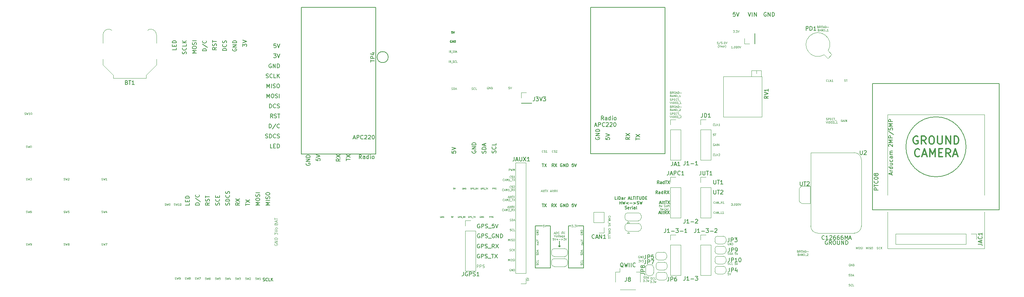
<source format=gbr>
%TF.GenerationSoftware,KiCad,Pcbnew,6.0.2+dfsg-1*%
%TF.CreationDate,2023-07-10T21:47:24-06:00*%
%TF.ProjectId,SpectDrone,53706563-7444-4726-9f6e-652e6b696361,rev?*%
%TF.SameCoordinates,PXd18240cPY697af44*%
%TF.FileFunction,Legend,Top*%
%TF.FilePolarity,Positive*%
%FSLAX46Y46*%
G04 Gerber Fmt 4.6, Leading zero omitted, Abs format (unit mm)*
G04 Created by KiCad (PCBNEW 6.0.2+dfsg-1) date 2023-07-10 21:47:24*
%MOMM*%
%LPD*%
G01*
G04 APERTURE LIST*
%ADD10C,0.150000*%
%ADD11C,0.100000*%
%ADD12C,0.200000*%
%ADD13C,0.125000*%
%ADD14C,0.087500*%
%ADD15C,0.187500*%
%ADD16C,0.300000*%
%ADD17C,0.127000*%
%ADD18C,0.112500*%
%ADD19C,0.120000*%
%ADD20C,0.050000*%
G04 APERTURE END LIST*
D10*
X-123667300Y35327100D02*
X-123667300Y-1790900D01*
X-64517300Y-20066000D02*
X-62739300Y-20066000D01*
D11*
X24422300Y8201600D02*
X48933300Y8201600D01*
X48933300Y-25806000D02*
X24422300Y-25806400D01*
D10*
X-52325300Y-30734000D02*
X-56135300Y-30734000D01*
X20675600Y-16002400D02*
X20675600Y16001600D01*
X-58675300Y-25146000D02*
X-58421300Y-25400000D01*
X-64517300Y-30734000D02*
X-64517300Y-20066000D01*
X52679600Y-16002400D02*
X20675600Y-16002400D01*
X-52325300Y-20066000D02*
X-53722300Y-20066000D01*
X52679600Y16001600D02*
X52679600Y-16002400D01*
D12*
X44277600Y-400D02*
G75*
G03*
X44277600Y-400I-7600000J0D01*
G01*
D11*
X48933300Y-16500000D02*
X48933300Y-25806000D01*
D10*
X-31760262Y-1778000D02*
X-50556262Y-1778000D01*
D11*
X48933300Y-12217000D02*
X48933300Y8201600D01*
D10*
X-31760262Y35340000D02*
X-31760262Y-1778000D01*
X-31760262Y35340000D02*
X-50556262Y35340000D01*
X-58421300Y-23876000D02*
X-58421300Y-25400000D01*
X-60707300Y-20066000D02*
X-60707300Y-30734000D01*
X-52325300Y-20066000D02*
X-52325300Y-30734000D01*
X-104871300Y35327100D02*
X-104871300Y-1790900D01*
X-58167300Y-25146000D02*
X-58675300Y-25146000D01*
X-50556262Y35340000D02*
X-50556262Y-1778000D01*
X-61723300Y-20066000D02*
X-60707300Y-20066000D01*
X-58421300Y-25400000D02*
X-58167300Y-25146000D01*
X-104871300Y35327100D02*
X-123667300Y35327100D01*
X20675600Y16001600D02*
X52679600Y16001600D01*
D11*
X24422300Y-16500000D02*
X24422300Y-25806400D01*
D10*
X-56135300Y-30734000D02*
X-56135300Y-20066000D01*
X-55500300Y-20066000D02*
X-56135300Y-20066000D01*
X-60707300Y-30734000D02*
X-64517300Y-30734000D01*
X-104871300Y-1790900D02*
X-123667300Y-1790900D01*
D11*
X24422300Y-12217000D02*
X24422300Y8201600D01*
D13*
X-30304590Y10204315D02*
X-30233162Y10180505D01*
X-30209352Y10156696D01*
X-30185543Y10109077D01*
X-30185543Y10037648D01*
X-30209352Y9990029D01*
X-30233162Y9966220D01*
X-30280781Y9942410D01*
X-30471257Y9942410D01*
X-30471257Y10442410D01*
X-30304590Y10442410D01*
X-30256971Y10418600D01*
X-30233162Y10394791D01*
X-30209352Y10347172D01*
X-30209352Y10299553D01*
X-30233162Y10251934D01*
X-30256971Y10228124D01*
X-30304590Y10204315D01*
X-30471257Y10204315D01*
X-29685543Y9942410D02*
X-29852209Y10180505D01*
X-29971257Y9942410D02*
X-29971257Y10442410D01*
X-29780781Y10442410D01*
X-29733162Y10418600D01*
X-29709352Y10394791D01*
X-29685543Y10347172D01*
X-29685543Y10275743D01*
X-29709352Y10228124D01*
X-29733162Y10204315D01*
X-29780781Y10180505D01*
X-29971257Y10180505D01*
X-29376019Y10442410D02*
X-29280781Y10442410D01*
X-29233162Y10418600D01*
X-29185543Y10370981D01*
X-29161733Y10275743D01*
X-29161733Y10109077D01*
X-29185543Y10013839D01*
X-29233162Y9966220D01*
X-29280781Y9942410D01*
X-29376019Y9942410D01*
X-29423638Y9966220D01*
X-29471257Y10013839D01*
X-29495066Y10109077D01*
X-29495066Y10275743D01*
X-29471257Y10370981D01*
X-29423638Y10418600D01*
X-29376019Y10442410D01*
X-28971257Y10085267D02*
X-28733162Y10085267D01*
X-29018876Y9942410D02*
X-28852209Y10442410D01*
X-28685543Y9942410D01*
X-28518876Y9942410D02*
X-28518876Y10442410D01*
X-28399828Y10442410D01*
X-28328400Y10418600D01*
X-28280781Y10370981D01*
X-28256971Y10323362D01*
X-28233162Y10228124D01*
X-28233162Y10156696D01*
X-28256971Y10061458D01*
X-28280781Y10013839D01*
X-28328400Y9966220D01*
X-28399828Y9942410D01*
X-28518876Y9942410D01*
X-28018876Y10132886D02*
X-27637924Y10132886D01*
X-30304590Y9399315D02*
X-30233162Y9375505D01*
X-30209352Y9351696D01*
X-30185543Y9304077D01*
X-30185543Y9232648D01*
X-30209352Y9185029D01*
X-30233162Y9161220D01*
X-30280781Y9137410D01*
X-30471257Y9137410D01*
X-30471257Y9637410D01*
X-30304590Y9637410D01*
X-30256971Y9613600D01*
X-30233162Y9589791D01*
X-30209352Y9542172D01*
X-30209352Y9494553D01*
X-30233162Y9446934D01*
X-30256971Y9423124D01*
X-30304590Y9399315D01*
X-30471257Y9399315D01*
X-29995066Y9280267D02*
X-29756971Y9280267D01*
X-30042685Y9137410D02*
X-29876019Y9637410D01*
X-29709352Y9137410D01*
X-29542685Y9137410D02*
X-29542685Y9637410D01*
X-29256971Y9137410D01*
X-29256971Y9637410D01*
X-29018876Y9137410D02*
X-29018876Y9637410D01*
X-28899828Y9637410D01*
X-28828400Y9613600D01*
X-28780781Y9565981D01*
X-28756971Y9518362D01*
X-28733162Y9423124D01*
X-28733162Y9351696D01*
X-28756971Y9256458D01*
X-28780781Y9208839D01*
X-28828400Y9161220D01*
X-28899828Y9137410D01*
X-29018876Y9137410D01*
X-28637924Y9089791D02*
X-28256971Y9089791D01*
X-28161733Y9589791D02*
X-28137924Y9613600D01*
X-28090304Y9637410D01*
X-27971257Y9637410D01*
X-27923638Y9613600D01*
X-27899828Y9589791D01*
X-27876019Y9542172D01*
X-27876019Y9494553D01*
X-27899828Y9423124D01*
X-28185543Y9137410D01*
X-27876019Y9137410D01*
X-158122567Y-14807380D02*
X-158051139Y-14831190D01*
X-157932091Y-14831190D01*
X-157884472Y-14807380D01*
X-157860662Y-14783571D01*
X-157836853Y-14735952D01*
X-157836853Y-14688333D01*
X-157860662Y-14640714D01*
X-157884472Y-14616904D01*
X-157932091Y-14593095D01*
X-158027329Y-14569285D01*
X-158074948Y-14545476D01*
X-158098758Y-14521666D01*
X-158122567Y-14474047D01*
X-158122567Y-14426428D01*
X-158098758Y-14378809D01*
X-158074948Y-14355000D01*
X-158027329Y-14331190D01*
X-157908281Y-14331190D01*
X-157836853Y-14355000D01*
X-157670186Y-14331190D02*
X-157551139Y-14831190D01*
X-157455900Y-14474047D01*
X-157360662Y-14831190D01*
X-157241615Y-14331190D01*
X-156955900Y-14331190D02*
X-156908281Y-14331190D01*
X-156860662Y-14355000D01*
X-156836853Y-14378809D01*
X-156813043Y-14426428D01*
X-156789234Y-14521666D01*
X-156789234Y-14640714D01*
X-156813043Y-14735952D01*
X-156836853Y-14783571D01*
X-156860662Y-14807380D01*
X-156908281Y-14831190D01*
X-156955900Y-14831190D01*
X-157003520Y-14807380D01*
X-157027329Y-14783571D01*
X-157051139Y-14735952D01*
X-157074948Y-14640714D01*
X-157074948Y-14521666D01*
X-157051139Y-14426428D01*
X-157027329Y-14378809D01*
X-157003520Y-14355000D01*
X-156955900Y-14331190D01*
X-71534393Y-15323333D02*
X-71296298Y-15323333D01*
X-71582012Y-15466190D02*
X-71415346Y-14966190D01*
X-71248679Y-15466190D01*
X-71010584Y-15466190D02*
X-71058203Y-15442380D01*
X-71082012Y-15394761D01*
X-71082012Y-14966190D01*
X-70891536Y-15132857D02*
X-70701060Y-15132857D01*
X-70820108Y-14966190D02*
X-70820108Y-15394761D01*
X-70796298Y-15442380D01*
X-70748679Y-15466190D01*
X-70701060Y-15466190D01*
X-70248679Y-15466190D02*
X-70415346Y-15228095D01*
X-70534393Y-15466190D02*
X-70534393Y-14966190D01*
X-70343917Y-14966190D01*
X-70296298Y-14990000D01*
X-70272489Y-15013809D01*
X-70248679Y-15061428D01*
X-70248679Y-15132857D01*
X-70272489Y-15180476D01*
X-70296298Y-15204285D01*
X-70343917Y-15228095D01*
X-70534393Y-15228095D01*
X-70082012Y-14966190D02*
X-69748679Y-15466190D01*
X-69748679Y-14966190D02*
X-70082012Y-15466190D01*
D11*
X-63805620Y-29906838D02*
X-63781810Y-29835409D01*
X-63781810Y-29716361D01*
X-63805620Y-29668742D01*
X-63829429Y-29644933D01*
X-63877048Y-29621123D01*
X-63924667Y-29621123D01*
X-63972286Y-29644933D01*
X-63996096Y-29668742D01*
X-64019905Y-29716361D01*
X-64043715Y-29811600D01*
X-64067524Y-29859219D01*
X-64091334Y-29883028D01*
X-64138953Y-29906838D01*
X-64186572Y-29906838D01*
X-64234191Y-29883028D01*
X-64258000Y-29859219D01*
X-64281810Y-29811600D01*
X-64281810Y-29692552D01*
X-64258000Y-29621123D01*
X-63829429Y-29121123D02*
X-63805620Y-29144933D01*
X-63781810Y-29216361D01*
X-63781810Y-29263980D01*
X-63805620Y-29335409D01*
X-63853239Y-29383028D01*
X-63900858Y-29406838D01*
X-63996096Y-29430647D01*
X-64067524Y-29430647D01*
X-64162762Y-29406838D01*
X-64210381Y-29383028D01*
X-64258000Y-29335409D01*
X-64281810Y-29263980D01*
X-64281810Y-29216361D01*
X-64258000Y-29144933D01*
X-64234191Y-29121123D01*
X-63781810Y-28668742D02*
X-63781810Y-28906838D01*
X-64281810Y-28906838D01*
D10*
X-132536229Y17527639D02*
X-132393372Y17480020D01*
X-132155277Y17480020D01*
X-132060039Y17527639D01*
X-132012420Y17575258D01*
X-131964800Y17670496D01*
X-131964800Y17765734D01*
X-132012420Y17860972D01*
X-132060039Y17908591D01*
X-132155277Y17956210D01*
X-132345753Y18003829D01*
X-132440991Y18051448D01*
X-132488610Y18099067D01*
X-132536229Y18194305D01*
X-132536229Y18289543D01*
X-132488610Y18384781D01*
X-132440991Y18432400D01*
X-132345753Y18480020D01*
X-132107658Y18480020D01*
X-131964800Y18432400D01*
X-130964800Y17575258D02*
X-131012420Y17527639D01*
X-131155277Y17480020D01*
X-131250515Y17480020D01*
X-131393372Y17527639D01*
X-131488610Y17622877D01*
X-131536229Y17718115D01*
X-131583848Y17908591D01*
X-131583848Y18051448D01*
X-131536229Y18241924D01*
X-131488610Y18337162D01*
X-131393372Y18432400D01*
X-131250515Y18480020D01*
X-131155277Y18480020D01*
X-131012420Y18432400D01*
X-130964800Y18384781D01*
X-130060039Y17480020D02*
X-130536229Y17480020D01*
X-130536229Y18480020D01*
X-129726705Y17480020D02*
X-129726705Y18480020D01*
X-129155277Y17480020D02*
X-129583848Y18051448D01*
X-129155277Y18480020D02*
X-129726705Y17908591D01*
D13*
X-193526062Y8205020D02*
X-193454634Y8181210D01*
X-193335586Y8181210D01*
X-193287967Y8205020D01*
X-193264158Y8228829D01*
X-193240348Y8276448D01*
X-193240348Y8324067D01*
X-193264158Y8371686D01*
X-193287967Y8395496D01*
X-193335586Y8419305D01*
X-193430824Y8443115D01*
X-193478443Y8466924D01*
X-193502253Y8490734D01*
X-193526062Y8538353D01*
X-193526062Y8585972D01*
X-193502253Y8633591D01*
X-193478443Y8657400D01*
X-193430824Y8681210D01*
X-193311777Y8681210D01*
X-193240348Y8657400D01*
X-193073681Y8681210D02*
X-192954634Y8181210D01*
X-192859396Y8538353D01*
X-192764158Y8181210D01*
X-192645110Y8681210D01*
X-192192729Y8181210D02*
X-192478443Y8181210D01*
X-192335586Y8181210D02*
X-192335586Y8681210D01*
X-192383205Y8609781D01*
X-192430824Y8562162D01*
X-192478443Y8538353D01*
X-191883205Y8681210D02*
X-191835586Y8681210D01*
X-191787967Y8657400D01*
X-191764158Y8633591D01*
X-191740348Y8585972D01*
X-191716539Y8490734D01*
X-191716539Y8371686D01*
X-191740348Y8276448D01*
X-191764158Y8228829D01*
X-191787967Y8205020D01*
X-191835586Y8181210D01*
X-191883205Y8181210D01*
X-191930824Y8205020D01*
X-191954634Y8228829D01*
X-191978443Y8276448D01*
X-192002253Y8371686D01*
X-192002253Y8490734D01*
X-191978443Y8585972D01*
X-191954634Y8633591D01*
X-191930824Y8657400D01*
X-191883205Y8681210D01*
X-30304590Y13760315D02*
X-30233162Y13736505D01*
X-30209352Y13712696D01*
X-30185543Y13665077D01*
X-30185543Y13593648D01*
X-30209352Y13546029D01*
X-30233162Y13522220D01*
X-30280781Y13498410D01*
X-30471257Y13498410D01*
X-30471257Y13998410D01*
X-30304590Y13998410D01*
X-30256971Y13974600D01*
X-30233162Y13950791D01*
X-30209352Y13903172D01*
X-30209352Y13855553D01*
X-30233162Y13807934D01*
X-30256971Y13784124D01*
X-30304590Y13760315D01*
X-30471257Y13760315D01*
X-29685543Y13498410D02*
X-29852209Y13736505D01*
X-29971257Y13498410D02*
X-29971257Y13998410D01*
X-29780781Y13998410D01*
X-29733162Y13974600D01*
X-29709352Y13950791D01*
X-29685543Y13903172D01*
X-29685543Y13831743D01*
X-29709352Y13784124D01*
X-29733162Y13760315D01*
X-29780781Y13736505D01*
X-29971257Y13736505D01*
X-29376019Y13998410D02*
X-29280781Y13998410D01*
X-29233162Y13974600D01*
X-29185543Y13926981D01*
X-29161733Y13831743D01*
X-29161733Y13665077D01*
X-29185543Y13569839D01*
X-29233162Y13522220D01*
X-29280781Y13498410D01*
X-29376019Y13498410D01*
X-29423638Y13522220D01*
X-29471257Y13569839D01*
X-29495066Y13665077D01*
X-29495066Y13831743D01*
X-29471257Y13926981D01*
X-29423638Y13974600D01*
X-29376019Y13998410D01*
X-28971257Y13641267D02*
X-28733162Y13641267D01*
X-29018876Y13498410D02*
X-28852209Y13998410D01*
X-28685543Y13498410D01*
X-28518876Y13498410D02*
X-28518876Y13998410D01*
X-28399828Y13998410D01*
X-28328400Y13974600D01*
X-28280781Y13926981D01*
X-28256971Y13879362D01*
X-28233162Y13784124D01*
X-28233162Y13712696D01*
X-28256971Y13617458D01*
X-28280781Y13569839D01*
X-28328400Y13522220D01*
X-28399828Y13498410D01*
X-28518876Y13498410D01*
X-28018876Y13688886D02*
X-27637924Y13688886D01*
X-30304590Y12955315D02*
X-30233162Y12931505D01*
X-30209352Y12907696D01*
X-30185543Y12860077D01*
X-30185543Y12788648D01*
X-30209352Y12741029D01*
X-30233162Y12717220D01*
X-30280781Y12693410D01*
X-30471257Y12693410D01*
X-30471257Y13193410D01*
X-30304590Y13193410D01*
X-30256971Y13169600D01*
X-30233162Y13145791D01*
X-30209352Y13098172D01*
X-30209352Y13050553D01*
X-30233162Y13002934D01*
X-30256971Y12979124D01*
X-30304590Y12955315D01*
X-30471257Y12955315D01*
X-29995066Y12836267D02*
X-29756971Y12836267D01*
X-30042685Y12693410D02*
X-29876019Y13193410D01*
X-29709352Y12693410D01*
X-29542685Y12693410D02*
X-29542685Y13193410D01*
X-29256971Y12693410D01*
X-29256971Y13193410D01*
X-29018876Y12693410D02*
X-29018876Y13193410D01*
X-28899828Y13193410D01*
X-28828400Y13169600D01*
X-28780781Y13121981D01*
X-28756971Y13074362D01*
X-28733162Y12979124D01*
X-28733162Y12907696D01*
X-28756971Y12812458D01*
X-28780781Y12764839D01*
X-28828400Y12717220D01*
X-28899828Y12693410D01*
X-29018876Y12693410D01*
X-28637924Y12645791D02*
X-28256971Y12645791D01*
X-27876019Y12693410D02*
X-28161733Y12693410D01*
X-28018876Y12693410D02*
X-28018876Y13193410D01*
X-28066495Y13121981D01*
X-28114114Y13074362D01*
X-28161733Y13050553D01*
X-193160967Y-24941980D02*
X-193089539Y-24965790D01*
X-192970491Y-24965790D01*
X-192922872Y-24941980D01*
X-192899062Y-24918171D01*
X-192875253Y-24870552D01*
X-192875253Y-24822933D01*
X-192899062Y-24775314D01*
X-192922872Y-24751504D01*
X-192970491Y-24727695D01*
X-193065729Y-24703885D01*
X-193113348Y-24680076D01*
X-193137158Y-24656266D01*
X-193160967Y-24608647D01*
X-193160967Y-24561028D01*
X-193137158Y-24513409D01*
X-193113348Y-24489600D01*
X-193065729Y-24465790D01*
X-192946681Y-24465790D01*
X-192875253Y-24489600D01*
X-192708586Y-24465790D02*
X-192589539Y-24965790D01*
X-192494300Y-24608647D01*
X-192399062Y-24965790D01*
X-192280015Y-24465790D01*
X-192065729Y-24965790D02*
X-191970491Y-24965790D01*
X-191922872Y-24941980D01*
X-191899062Y-24918171D01*
X-191851443Y-24846742D01*
X-191827634Y-24751504D01*
X-191827634Y-24561028D01*
X-191851443Y-24513409D01*
X-191875253Y-24489600D01*
X-191922872Y-24465790D01*
X-192018110Y-24465790D01*
X-192065729Y-24489600D01*
X-192089539Y-24513409D01*
X-192113348Y-24561028D01*
X-192113348Y-24680076D01*
X-192089539Y-24727695D01*
X-192065729Y-24751504D01*
X-192018110Y-24775314D01*
X-191922872Y-24775314D01*
X-191875253Y-24751504D01*
X-191851443Y-24727695D01*
X-191827634Y-24680076D01*
D11*
X-72462524Y-8560571D02*
X-72486334Y-8584380D01*
X-72557762Y-8608190D01*
X-72605381Y-8608190D01*
X-72676810Y-8584380D01*
X-72724429Y-8536761D01*
X-72748239Y-8489142D01*
X-72772048Y-8393904D01*
X-72772048Y-8322476D01*
X-72748239Y-8227238D01*
X-72724429Y-8179619D01*
X-72676810Y-8132000D01*
X-72605381Y-8108190D01*
X-72557762Y-8108190D01*
X-72486334Y-8132000D01*
X-72462524Y-8155809D01*
X-72272048Y-8465333D02*
X-72033953Y-8465333D01*
X-72319667Y-8608190D02*
X-72153000Y-8108190D01*
X-71986334Y-8608190D01*
X-71819667Y-8608190D02*
X-71819667Y-8108190D01*
X-71653000Y-8465333D01*
X-71486334Y-8108190D01*
X-71486334Y-8608190D01*
X-70986334Y-8608190D02*
X-71272048Y-8608190D01*
X-71129191Y-8608190D02*
X-71129191Y-8108190D01*
X-71176810Y-8179619D01*
X-71224429Y-8227238D01*
X-71272048Y-8251047D01*
X-70891096Y-8655809D02*
X-70510143Y-8655809D01*
X-70462524Y-8108190D02*
X-70176810Y-8108190D01*
X-70319667Y-8608190D02*
X-70319667Y-8108190D01*
X-70057762Y-8108190D02*
X-69724429Y-8608190D01*
X-69724429Y-8108190D02*
X-70057762Y-8608190D01*
D13*
X-60011429Y-1321571D02*
X-60035239Y-1345380D01*
X-60106667Y-1369190D01*
X-60154286Y-1369190D01*
X-60225715Y-1345380D01*
X-60273334Y-1297761D01*
X-60297143Y-1250142D01*
X-60320953Y-1154904D01*
X-60320953Y-1083476D01*
X-60297143Y-988238D01*
X-60273334Y-940619D01*
X-60225715Y-893000D01*
X-60154286Y-869190D01*
X-60106667Y-869190D01*
X-60035239Y-893000D01*
X-60011429Y-916809D01*
X-59820953Y-1345380D02*
X-59749524Y-1369190D01*
X-59630477Y-1369190D01*
X-59582858Y-1345380D01*
X-59559048Y-1321571D01*
X-59535239Y-1273952D01*
X-59535239Y-1226333D01*
X-59559048Y-1178714D01*
X-59582858Y-1154904D01*
X-59630477Y-1131095D01*
X-59725715Y-1107285D01*
X-59773334Y-1083476D01*
X-59797143Y-1059666D01*
X-59820953Y-1012047D01*
X-59820953Y-964428D01*
X-59797143Y-916809D01*
X-59773334Y-893000D01*
X-59725715Y-869190D01*
X-59606667Y-869190D01*
X-59535239Y-893000D01*
X-59344762Y-916809D02*
X-59320953Y-893000D01*
X-59273334Y-869190D01*
X-59154286Y-869190D01*
X-59106667Y-893000D01*
X-59082858Y-916809D01*
X-59059048Y-964428D01*
X-59059048Y-1012047D01*
X-59082858Y-1083476D01*
X-59368572Y-1369190D01*
X-59059048Y-1369190D01*
X-59790348Y-21884333D02*
X-59552253Y-21884333D01*
X-59837967Y-22027190D02*
X-59671300Y-21527190D01*
X-59504634Y-22027190D01*
X-59337967Y-22027190D02*
X-59337967Y-21527190D01*
X-59218920Y-21527190D01*
X-59147491Y-21551000D01*
X-59099872Y-21598619D01*
X-59076062Y-21646238D01*
X-59052253Y-21741476D01*
X-59052253Y-21812904D01*
X-59076062Y-21908142D01*
X-59099872Y-21955761D01*
X-59147491Y-22003380D01*
X-59218920Y-22027190D01*
X-59337967Y-22027190D01*
X-58552253Y-21979571D02*
X-58576062Y-22003380D01*
X-58647491Y-22027190D01*
X-58695110Y-22027190D01*
X-58766539Y-22003380D01*
X-58814158Y-21955761D01*
X-58837967Y-21908142D01*
X-58861777Y-21812904D01*
X-58861777Y-21741476D01*
X-58837967Y-21646238D01*
X-58814158Y-21598619D01*
X-58766539Y-21551000D01*
X-58695110Y-21527190D01*
X-58647491Y-21527190D01*
X-58576062Y-21551000D01*
X-58552253Y-21574809D01*
X-57957015Y-22027190D02*
X-57957015Y-21527190D01*
X-57761777Y-21520047D02*
X-57742729Y-21501000D01*
X-57704634Y-21481952D01*
X-57609396Y-21481952D01*
X-57571300Y-21501000D01*
X-57552253Y-21520047D01*
X-57533205Y-21558142D01*
X-57533205Y-21596238D01*
X-57552253Y-21653380D01*
X-57780824Y-21881952D01*
X-57533205Y-21881952D01*
X-57052253Y-21979571D02*
X-57076062Y-22003380D01*
X-57147491Y-22027190D01*
X-57195110Y-22027190D01*
X-57266539Y-22003380D01*
X-57314158Y-21955761D01*
X-57337967Y-21908142D01*
X-57361777Y-21812904D01*
X-57361777Y-21741476D01*
X-57337967Y-21646238D01*
X-57314158Y-21598619D01*
X-57266539Y-21551000D01*
X-57195110Y-21527190D01*
X-57147491Y-21527190D01*
X-57076062Y-21551000D01*
X-57052253Y-21574809D01*
X-59754634Y-22332190D02*
X-59587967Y-22832190D01*
X-59421300Y-22332190D01*
X-59183205Y-22832190D02*
X-59230824Y-22808380D01*
X-59254634Y-22784571D01*
X-59278443Y-22736952D01*
X-59278443Y-22594095D01*
X-59254634Y-22546476D01*
X-59230824Y-22522666D01*
X-59183205Y-22498857D01*
X-59111777Y-22498857D01*
X-59064158Y-22522666D01*
X-59040348Y-22546476D01*
X-59016539Y-22594095D01*
X-59016539Y-22736952D01*
X-59040348Y-22784571D01*
X-59064158Y-22808380D01*
X-59111777Y-22832190D01*
X-59183205Y-22832190D01*
X-58730824Y-22832190D02*
X-58778443Y-22808380D01*
X-58802253Y-22760761D01*
X-58802253Y-22332190D01*
X-58611777Y-22498857D02*
X-58421300Y-22498857D01*
X-58540348Y-22332190D02*
X-58540348Y-22760761D01*
X-58516539Y-22808380D01*
X-58468920Y-22832190D01*
X-58421300Y-22832190D01*
X-58040348Y-22832190D02*
X-58040348Y-22570285D01*
X-58064158Y-22522666D01*
X-58111777Y-22498857D01*
X-58207015Y-22498857D01*
X-58254634Y-22522666D01*
X-58040348Y-22808380D02*
X-58087967Y-22832190D01*
X-58207015Y-22832190D01*
X-58254634Y-22808380D01*
X-58278443Y-22760761D01*
X-58278443Y-22713142D01*
X-58254634Y-22665523D01*
X-58207015Y-22641714D01*
X-58087967Y-22641714D01*
X-58040348Y-22617904D01*
X-57587967Y-22498857D02*
X-57587967Y-22903619D01*
X-57611777Y-22951238D01*
X-57635586Y-22975047D01*
X-57683205Y-22998857D01*
X-57754634Y-22998857D01*
X-57802253Y-22975047D01*
X-57587967Y-22808380D02*
X-57635586Y-22832190D01*
X-57730824Y-22832190D01*
X-57778443Y-22808380D01*
X-57802253Y-22784571D01*
X-57826062Y-22736952D01*
X-57826062Y-22594095D01*
X-57802253Y-22546476D01*
X-57778443Y-22522666D01*
X-57730824Y-22498857D01*
X-57635586Y-22498857D01*
X-57587967Y-22522666D01*
X-57159396Y-22808380D02*
X-57207015Y-22832190D01*
X-57302253Y-22832190D01*
X-57349872Y-22808380D01*
X-57373681Y-22760761D01*
X-57373681Y-22570285D01*
X-57349872Y-22522666D01*
X-57302253Y-22498857D01*
X-57207015Y-22498857D01*
X-57159396Y-22522666D01*
X-57135586Y-22570285D01*
X-57135586Y-22617904D01*
X-57373681Y-22665523D01*
X-59897491Y-23137190D02*
X-60135586Y-23137190D01*
X-60159396Y-23375285D01*
X-60135586Y-23351476D01*
X-60087967Y-23327666D01*
X-59968920Y-23327666D01*
X-59921300Y-23351476D01*
X-59897491Y-23375285D01*
X-59873681Y-23422904D01*
X-59873681Y-23541952D01*
X-59897491Y-23589571D01*
X-59921300Y-23613380D01*
X-59968920Y-23637190D01*
X-60087967Y-23637190D01*
X-60135586Y-23613380D01*
X-60159396Y-23589571D01*
X-59730824Y-23137190D02*
X-59564158Y-23637190D01*
X-59397491Y-23137190D01*
X-58849872Y-23303857D02*
X-59230824Y-23446714D01*
X-58849872Y-23589571D01*
X-58611777Y-23446714D02*
X-58230824Y-23446714D01*
X-57992729Y-23303857D02*
X-57611777Y-23446714D01*
X-57992729Y-23589571D01*
X-57421300Y-23137190D02*
X-57111777Y-23137190D01*
X-57278443Y-23327666D01*
X-57207015Y-23327666D01*
X-57159396Y-23351476D01*
X-57135586Y-23375285D01*
X-57111777Y-23422904D01*
X-57111777Y-23541952D01*
X-57135586Y-23589571D01*
X-57159396Y-23613380D01*
X-57207015Y-23637190D01*
X-57349872Y-23637190D01*
X-57397491Y-23613380D01*
X-57421300Y-23589571D01*
X-56968920Y-23137190D02*
X-56802253Y-23637190D01*
X-56635586Y-23137190D01*
D14*
X-78129234Y-10404300D02*
X-78162567Y-10387633D01*
X-78212567Y-10387633D01*
X-78262567Y-10404300D01*
X-78295900Y-10437633D01*
X-78312567Y-10470966D01*
X-78329234Y-10537633D01*
X-78329234Y-10587633D01*
X-78312567Y-10654300D01*
X-78295900Y-10687633D01*
X-78262567Y-10720966D01*
X-78212567Y-10737633D01*
X-78179234Y-10737633D01*
X-78129234Y-10720966D01*
X-78112567Y-10704300D01*
X-78112567Y-10587633D01*
X-78179234Y-10587633D01*
X-77962567Y-10737633D02*
X-77962567Y-10387633D01*
X-77829234Y-10387633D01*
X-77795900Y-10404300D01*
X-77779234Y-10420966D01*
X-77762567Y-10454300D01*
X-77762567Y-10504300D01*
X-77779234Y-10537633D01*
X-77795900Y-10554300D01*
X-77829234Y-10570966D01*
X-77962567Y-10570966D01*
X-77629234Y-10720966D02*
X-77579234Y-10737633D01*
X-77495900Y-10737633D01*
X-77462567Y-10720966D01*
X-77445900Y-10704300D01*
X-77429234Y-10670966D01*
X-77429234Y-10637633D01*
X-77445900Y-10604300D01*
X-77462567Y-10587633D01*
X-77495900Y-10570966D01*
X-77562567Y-10554300D01*
X-77595900Y-10537633D01*
X-77612567Y-10520966D01*
X-77629234Y-10487633D01*
X-77629234Y-10454300D01*
X-77612567Y-10420966D01*
X-77595900Y-10404300D01*
X-77562567Y-10387633D01*
X-77479234Y-10387633D01*
X-77429234Y-10404300D01*
X-77362567Y-10770966D02*
X-77095900Y-10770966D01*
X-77062567Y-10387633D02*
X-76862567Y-10387633D01*
X-76962567Y-10737633D02*
X-76962567Y-10387633D01*
X-76779234Y-10387633D02*
X-76545900Y-10737633D01*
X-76545900Y-10387633D02*
X-76779234Y-10737633D01*
D13*
X-46026872Y-21018619D02*
X-46050681Y-20994809D01*
X-46074491Y-20923380D01*
X-46074491Y-20875761D01*
X-46050681Y-20804333D01*
X-46003062Y-20756714D01*
X-45955443Y-20732904D01*
X-45860205Y-20709095D01*
X-45788777Y-20709095D01*
X-45693539Y-20732904D01*
X-45645920Y-20756714D01*
X-45598300Y-20804333D01*
X-45574491Y-20875761D01*
X-45574491Y-20923380D01*
X-45598300Y-20994809D01*
X-45622110Y-21018619D01*
X-45931634Y-21209095D02*
X-45931634Y-21447190D01*
X-46074491Y-21161476D02*
X-45574491Y-21328142D01*
X-46074491Y-21494809D01*
X-46074491Y-21661476D02*
X-45574491Y-21661476D01*
X-46074491Y-21947190D01*
X-45574491Y-21947190D01*
X-46122110Y-22066238D02*
X-46122110Y-22447190D01*
X-46074491Y-22804333D02*
X-46074491Y-22566238D01*
X-45574491Y-22566238D01*
X-46074491Y-23232904D02*
X-46074491Y-22947190D01*
X-46074491Y-23090047D02*
X-45574491Y-23090047D01*
X-45645920Y-23042428D01*
X-45693539Y-22994809D01*
X-45717348Y-22947190D01*
X-15953812Y-27253380D02*
X-15882384Y-27277190D01*
X-15763336Y-27277190D01*
X-15715717Y-27253380D01*
X-15691908Y-27229571D01*
X-15668098Y-27181952D01*
X-15668098Y-27134333D01*
X-15691908Y-27086714D01*
X-15715717Y-27062904D01*
X-15763336Y-27039095D01*
X-15858574Y-27015285D01*
X-15906193Y-26991476D01*
X-15930003Y-26967666D01*
X-15953812Y-26920047D01*
X-15953812Y-26872428D01*
X-15930003Y-26824809D01*
X-15906193Y-26801000D01*
X-15858574Y-26777190D01*
X-15739527Y-26777190D01*
X-15668098Y-26801000D01*
X-15453812Y-27277190D02*
X-15453812Y-26777190D01*
X-15334765Y-26777190D01*
X-15263336Y-26801000D01*
X-15215717Y-26848619D01*
X-15191908Y-26896238D01*
X-15168098Y-26991476D01*
X-15168098Y-27062904D01*
X-15191908Y-27158142D01*
X-15215717Y-27205761D01*
X-15263336Y-27253380D01*
X-15334765Y-27277190D01*
X-15453812Y-27277190D01*
X-14977622Y-27134333D02*
X-14739527Y-27134333D01*
X-15025241Y-27277190D02*
X-14858574Y-26777190D01*
X-14691908Y-27277190D01*
X-13906193Y-26777190D02*
X-14144289Y-26777190D01*
X-14168098Y-27015285D01*
X-14144289Y-26991476D01*
X-14096670Y-26967666D01*
X-13977622Y-26967666D01*
X-13930003Y-26991476D01*
X-13906193Y-27015285D01*
X-13882384Y-27062904D01*
X-13882384Y-27181952D01*
X-13906193Y-27229571D01*
X-13930003Y-27253380D01*
X-13977622Y-27277190D01*
X-14096670Y-27277190D01*
X-14144289Y-27253380D01*
X-14168098Y-27229571D01*
X-13715717Y-26943857D02*
X-13596670Y-27277190D01*
X-13477622Y-26943857D01*
D10*
X-47294077Y6799520D02*
X-47627410Y7275710D01*
X-47865505Y6799520D02*
X-47865505Y7799520D01*
X-47484553Y7799520D01*
X-47389315Y7751900D01*
X-47341696Y7704281D01*
X-47294077Y7609043D01*
X-47294077Y7466186D01*
X-47341696Y7370948D01*
X-47389315Y7323329D01*
X-47484553Y7275710D01*
X-47865505Y7275710D01*
X-46436934Y6799520D02*
X-46436934Y7323329D01*
X-46484553Y7418567D01*
X-46579791Y7466186D01*
X-46770267Y7466186D01*
X-46865505Y7418567D01*
X-46436934Y6847139D02*
X-46532172Y6799520D01*
X-46770267Y6799520D01*
X-46865505Y6847139D01*
X-46913124Y6942377D01*
X-46913124Y7037615D01*
X-46865505Y7132853D01*
X-46770267Y7180472D01*
X-46532172Y7180472D01*
X-46436934Y7228091D01*
X-45532172Y6799520D02*
X-45532172Y7799520D01*
X-45532172Y6847139D02*
X-45627410Y6799520D01*
X-45817886Y6799520D01*
X-45913124Y6847139D01*
X-45960743Y6894758D01*
X-46008362Y6989996D01*
X-46008362Y7275710D01*
X-45960743Y7370948D01*
X-45913124Y7418567D01*
X-45817886Y7466186D01*
X-45627410Y7466186D01*
X-45532172Y7418567D01*
X-45055982Y6799520D02*
X-45055982Y7466186D01*
X-45055982Y7799520D02*
X-45103601Y7751900D01*
X-45055982Y7704281D01*
X-45008362Y7751900D01*
X-45055982Y7799520D01*
X-45055982Y7704281D01*
X-44436934Y6799520D02*
X-44532172Y6847139D01*
X-44579791Y6894758D01*
X-44627410Y6989996D01*
X-44627410Y7275710D01*
X-44579791Y7370948D01*
X-44532172Y7418567D01*
X-44436934Y7466186D01*
X-44294077Y7466186D01*
X-44198839Y7418567D01*
X-44151220Y7370948D01*
X-44103601Y7275710D01*
X-44103601Y6989996D01*
X-44151220Y6894758D01*
X-44198839Y6847139D01*
X-44294077Y6799520D01*
X-44436934Y6799520D01*
X-62807429Y-4288285D02*
X-62378858Y-4288285D01*
X-62593143Y-5038285D02*
X-62593143Y-4288285D01*
X-62200286Y-4288285D02*
X-61700286Y-5038285D01*
X-61700286Y-4288285D02*
X-62200286Y-5038285D01*
X-119879658Y-2983638D02*
X-119879658Y-3459828D01*
X-119403467Y-3507447D01*
X-119451086Y-3459828D01*
X-119498705Y-3364590D01*
X-119498705Y-3126495D01*
X-119451086Y-3031257D01*
X-119403467Y-2983638D01*
X-119308229Y-2936019D01*
X-119070134Y-2936019D01*
X-118974896Y-2983638D01*
X-118927277Y-3031257D01*
X-118879658Y-3126495D01*
X-118879658Y-3364590D01*
X-118927277Y-3459828D01*
X-118974896Y-3507447D01*
X-119879658Y-2650304D02*
X-118879658Y-2316971D01*
X-119879658Y-1983638D01*
X-149375220Y-14752004D02*
X-150375220Y-14752004D01*
X-150375220Y-14513909D01*
X-150327600Y-14371052D01*
X-150232362Y-14275814D01*
X-150137124Y-14228195D01*
X-149946648Y-14180576D01*
X-149803791Y-14180576D01*
X-149613315Y-14228195D01*
X-149518077Y-14275814D01*
X-149422839Y-14371052D01*
X-149375220Y-14513909D01*
X-149375220Y-14752004D01*
X-150422839Y-13037719D02*
X-149137124Y-13894861D01*
X-149470458Y-12132957D02*
X-149422839Y-12180576D01*
X-149375220Y-12323433D01*
X-149375220Y-12418671D01*
X-149422839Y-12561528D01*
X-149518077Y-12656766D01*
X-149613315Y-12704385D01*
X-149803791Y-12752004D01*
X-149946648Y-12752004D01*
X-150137124Y-12704385D01*
X-150232362Y-12656766D01*
X-150327600Y-12561528D01*
X-150375220Y-12418671D01*
X-150375220Y-12323433D01*
X-150327600Y-12180576D01*
X-150279981Y-12132957D01*
X-78642596Y-27236800D02*
X-78737834Y-27189180D01*
X-78880691Y-27189180D01*
X-79023548Y-27236800D01*
X-79118786Y-27332038D01*
X-79166405Y-27427276D01*
X-79214024Y-27617752D01*
X-79214024Y-27760609D01*
X-79166405Y-27951085D01*
X-79118786Y-28046323D01*
X-79023548Y-28141561D01*
X-78880691Y-28189180D01*
X-78785453Y-28189180D01*
X-78642596Y-28141561D01*
X-78594977Y-28093942D01*
X-78594977Y-27760609D01*
X-78785453Y-27760609D01*
X-78166405Y-28189180D02*
X-78166405Y-27189180D01*
X-77785453Y-27189180D01*
X-77690215Y-27236800D01*
X-77642596Y-27284419D01*
X-77594977Y-27379657D01*
X-77594977Y-27522514D01*
X-77642596Y-27617752D01*
X-77690215Y-27665371D01*
X-77785453Y-27712990D01*
X-78166405Y-27712990D01*
X-77214024Y-28141561D02*
X-77071167Y-28189180D01*
X-76833072Y-28189180D01*
X-76737834Y-28141561D01*
X-76690215Y-28093942D01*
X-76642596Y-27998704D01*
X-76642596Y-27903466D01*
X-76690215Y-27808228D01*
X-76737834Y-27760609D01*
X-76833072Y-27712990D01*
X-77023548Y-27665371D01*
X-77118786Y-27617752D01*
X-77166405Y-27570133D01*
X-77214024Y-27474895D01*
X-77214024Y-27379657D01*
X-77166405Y-27284419D01*
X-77118786Y-27236800D01*
X-77023548Y-27189180D01*
X-76785453Y-27189180D01*
X-76642596Y-27236800D01*
X-76452120Y-28284419D02*
X-75690215Y-28284419D01*
X-75594977Y-27189180D02*
X-75023548Y-27189180D01*
X-75309262Y-28189180D02*
X-75309262Y-27189180D01*
X-74785453Y-27189180D02*
X-74118786Y-28189180D01*
X-74118786Y-27189180D02*
X-74785453Y-28189180D01*
X-54879858Y-14448285D02*
X-55237000Y-14448285D01*
X-55272715Y-14805428D01*
X-55237000Y-14769714D01*
X-55165572Y-14734000D01*
X-54987000Y-14734000D01*
X-54915572Y-14769714D01*
X-54879858Y-14805428D01*
X-54844143Y-14876857D01*
X-54844143Y-15055428D01*
X-54879858Y-15126857D01*
X-54915572Y-15162571D01*
X-54987000Y-15198285D01*
X-55165572Y-15198285D01*
X-55237000Y-15162571D01*
X-55272715Y-15126857D01*
X-54629858Y-14448285D02*
X-54379858Y-15198285D01*
X-54129858Y-14448285D01*
D13*
X21733242Y-25869280D02*
X21804671Y-25893090D01*
X21923719Y-25893090D01*
X21971338Y-25869280D01*
X21995147Y-25845471D01*
X22018957Y-25797852D01*
X22018957Y-25750233D01*
X21995147Y-25702614D01*
X21971338Y-25678804D01*
X21923719Y-25654995D01*
X21828480Y-25631185D01*
X21780861Y-25607376D01*
X21757052Y-25583566D01*
X21733242Y-25535947D01*
X21733242Y-25488328D01*
X21757052Y-25440709D01*
X21780861Y-25416900D01*
X21828480Y-25393090D01*
X21947528Y-25393090D01*
X22018957Y-25416900D01*
X22518957Y-25845471D02*
X22495147Y-25869280D01*
X22423719Y-25893090D01*
X22376100Y-25893090D01*
X22304671Y-25869280D01*
X22257052Y-25821661D01*
X22233242Y-25774042D01*
X22209433Y-25678804D01*
X22209433Y-25607376D01*
X22233242Y-25512138D01*
X22257052Y-25464519D01*
X22304671Y-25416900D01*
X22376100Y-25393090D01*
X22423719Y-25393090D01*
X22495147Y-25416900D01*
X22518957Y-25440709D01*
X22733242Y-25893090D02*
X22733242Y-25393090D01*
X23018957Y-25893090D02*
X22804671Y-25607376D01*
X23018957Y-25393090D02*
X22733242Y-25678804D01*
D10*
X-59837800Y-5038285D02*
X-60087800Y-4681142D01*
X-60266372Y-5038285D02*
X-60266372Y-4288285D01*
X-59980658Y-4288285D01*
X-59909229Y-4324000D01*
X-59873515Y-4359714D01*
X-59837800Y-4431142D01*
X-59837800Y-4538285D01*
X-59873515Y-4609714D01*
X-59909229Y-4645428D01*
X-59980658Y-4681142D01*
X-60266372Y-4681142D01*
X-59587800Y-4288285D02*
X-59087800Y-5038285D01*
X-59087800Y-4288285D02*
X-59587800Y-5038285D01*
D14*
X-75339234Y-10737633D02*
X-75339234Y-10387633D01*
X-75205900Y-10387633D01*
X-75172567Y-10404300D01*
X-75155900Y-10420966D01*
X-75139234Y-10454300D01*
X-75139234Y-10504300D01*
X-75155900Y-10537633D01*
X-75172567Y-10554300D01*
X-75205900Y-10570966D01*
X-75339234Y-10570966D01*
X-74989234Y-10737633D02*
X-74989234Y-10387633D01*
X-74855900Y-10387633D01*
X-74822567Y-10404300D01*
X-74805900Y-10420966D01*
X-74789234Y-10454300D01*
X-74789234Y-10504300D01*
X-74805900Y-10537633D01*
X-74822567Y-10554300D01*
X-74855900Y-10570966D01*
X-74989234Y-10570966D01*
X-74655900Y-10720966D02*
X-74605900Y-10737633D01*
X-74522567Y-10737633D01*
X-74489234Y-10720966D01*
X-74472567Y-10704300D01*
X-74455900Y-10670966D01*
X-74455900Y-10637633D01*
X-74472567Y-10604300D01*
X-74489234Y-10587633D01*
X-74522567Y-10570966D01*
X-74589234Y-10554300D01*
X-74622567Y-10537633D01*
X-74639234Y-10520966D01*
X-74655900Y-10487633D01*
X-74655900Y-10454300D01*
X-74639234Y-10420966D01*
X-74622567Y-10404300D01*
X-74589234Y-10387633D01*
X-74505900Y-10387633D01*
X-74455900Y-10404300D01*
D10*
X-108443015Y-3005280D02*
X-108776348Y-2529090D01*
X-109014443Y-3005280D02*
X-109014443Y-2005280D01*
X-108633491Y-2005280D01*
X-108538253Y-2052900D01*
X-108490634Y-2100519D01*
X-108443015Y-2195757D01*
X-108443015Y-2338614D01*
X-108490634Y-2433852D01*
X-108538253Y-2481471D01*
X-108633491Y-2529090D01*
X-109014443Y-2529090D01*
X-107585872Y-3005280D02*
X-107585872Y-2481471D01*
X-107633491Y-2386233D01*
X-107728729Y-2338614D01*
X-107919205Y-2338614D01*
X-108014443Y-2386233D01*
X-107585872Y-2957661D02*
X-107681110Y-3005280D01*
X-107919205Y-3005280D01*
X-108014443Y-2957661D01*
X-108062062Y-2862423D01*
X-108062062Y-2767185D01*
X-108014443Y-2671947D01*
X-107919205Y-2624328D01*
X-107681110Y-2624328D01*
X-107585872Y-2576709D01*
X-106681110Y-3005280D02*
X-106681110Y-2005280D01*
X-106681110Y-2957661D02*
X-106776348Y-3005280D01*
X-106966824Y-3005280D01*
X-107062062Y-2957661D01*
X-107109681Y-2910042D01*
X-107157300Y-2814804D01*
X-107157300Y-2529090D01*
X-107109681Y-2433852D01*
X-107062062Y-2386233D01*
X-106966824Y-2338614D01*
X-106776348Y-2338614D01*
X-106681110Y-2386233D01*
X-106204920Y-3005280D02*
X-106204920Y-2338614D01*
X-106204920Y-2005280D02*
X-106252539Y-2052900D01*
X-106204920Y-2100519D01*
X-106157300Y-2052900D01*
X-106204920Y-2005280D01*
X-106204920Y-2100519D01*
X-105585872Y-3005280D02*
X-105681110Y-2957661D01*
X-105728729Y-2910042D01*
X-105776348Y-2814804D01*
X-105776348Y-2529090D01*
X-105728729Y-2433852D01*
X-105681110Y-2386233D01*
X-105585872Y-2338614D01*
X-105443015Y-2338614D01*
X-105347777Y-2386233D01*
X-105300158Y-2433852D01*
X-105252539Y-2529090D01*
X-105252539Y-2814804D01*
X-105300158Y-2910042D01*
X-105347777Y-2957661D01*
X-105443015Y-3005280D01*
X-105585872Y-3005280D01*
D13*
X-19349798Y758000D02*
X-19397417Y781810D01*
X-19468846Y781810D01*
X-19540274Y758000D01*
X-19587893Y710381D01*
X-19611703Y662762D01*
X-19635512Y567524D01*
X-19635512Y496096D01*
X-19611703Y400858D01*
X-19587893Y353239D01*
X-19540274Y305620D01*
X-19468846Y281810D01*
X-19421227Y281810D01*
X-19349798Y305620D01*
X-19325989Y329429D01*
X-19325989Y496096D01*
X-19421227Y496096D01*
X-19135512Y424667D02*
X-18897417Y424667D01*
X-19183131Y281810D02*
X-19016465Y781810D01*
X-18849798Y281810D01*
X-18683131Y281810D02*
X-18683131Y781810D01*
X-18445036Y281810D02*
X-18445036Y781810D01*
X-18159322Y281810D01*
X-18159322Y781810D01*
X-19635512Y2845620D02*
X-19564084Y2821810D01*
X-19445036Y2821810D01*
X-19397417Y2845620D01*
X-19373608Y2869429D01*
X-19349798Y2917048D01*
X-19349798Y2964667D01*
X-19373608Y3012286D01*
X-19397417Y3036096D01*
X-19445036Y3059905D01*
X-19540274Y3083715D01*
X-19587893Y3107524D01*
X-19611703Y3131334D01*
X-19635512Y3178953D01*
X-19635512Y3226572D01*
X-19611703Y3274191D01*
X-19587893Y3298000D01*
X-19540274Y3321810D01*
X-19421227Y3321810D01*
X-19349798Y3298000D01*
X-19206941Y3321810D02*
X-18921227Y3321810D01*
X-19064084Y2821810D02*
X-19064084Y3321810D01*
X-193160967Y-8431980D02*
X-193089539Y-8455790D01*
X-192970491Y-8455790D01*
X-192922872Y-8431980D01*
X-192899062Y-8408171D01*
X-192875253Y-8360552D01*
X-192875253Y-8312933D01*
X-192899062Y-8265314D01*
X-192922872Y-8241504D01*
X-192970491Y-8217695D01*
X-193065729Y-8193885D01*
X-193113348Y-8170076D01*
X-193137158Y-8146266D01*
X-193160967Y-8098647D01*
X-193160967Y-8051028D01*
X-193137158Y-8003409D01*
X-193113348Y-7979600D01*
X-193065729Y-7955790D01*
X-192946681Y-7955790D01*
X-192875253Y-7979600D01*
X-192708586Y-7955790D02*
X-192589539Y-8455790D01*
X-192494300Y-8098647D01*
X-192399062Y-8455790D01*
X-192280015Y-7955790D01*
X-192137158Y-7955790D02*
X-191827634Y-7955790D01*
X-191994300Y-8146266D01*
X-191922872Y-8146266D01*
X-191875253Y-8170076D01*
X-191851443Y-8193885D01*
X-191827634Y-8241504D01*
X-191827634Y-8360552D01*
X-191851443Y-8408171D01*
X-191875253Y-8431980D01*
X-191922872Y-8455790D01*
X-192065729Y-8455790D01*
X-192113348Y-8431980D01*
X-192137158Y-8408171D01*
D10*
X-85637620Y-1093214D02*
X-85637620Y-1569404D01*
X-85161429Y-1617023D01*
X-85209048Y-1569404D01*
X-85256667Y-1474166D01*
X-85256667Y-1236071D01*
X-85209048Y-1140833D01*
X-85161429Y-1093214D01*
X-85066191Y-1045595D01*
X-84828096Y-1045595D01*
X-84732858Y-1093214D01*
X-84685239Y-1140833D01*
X-84637620Y-1236071D01*
X-84637620Y-1474166D01*
X-84685239Y-1569404D01*
X-84732858Y-1617023D01*
X-85637620Y-759880D02*
X-84637620Y-426547D01*
X-85637620Y-93214D01*
D13*
X-142877267Y-33603380D02*
X-142805839Y-33627190D01*
X-142686791Y-33627190D01*
X-142639172Y-33603380D01*
X-142615362Y-33579571D01*
X-142591553Y-33531952D01*
X-142591553Y-33484333D01*
X-142615362Y-33436714D01*
X-142639172Y-33412904D01*
X-142686791Y-33389095D01*
X-142782029Y-33365285D01*
X-142829648Y-33341476D01*
X-142853458Y-33317666D01*
X-142877267Y-33270047D01*
X-142877267Y-33222428D01*
X-142853458Y-33174809D01*
X-142829648Y-33151000D01*
X-142782029Y-33127190D01*
X-142662981Y-33127190D01*
X-142591553Y-33151000D01*
X-142424886Y-33127190D02*
X-142305839Y-33627190D01*
X-142210600Y-33270047D01*
X-142115362Y-33627190D01*
X-141996315Y-33127190D01*
X-141591553Y-33293857D02*
X-141591553Y-33627190D01*
X-141710600Y-33103380D02*
X-141829648Y-33460523D01*
X-141520124Y-33460523D01*
D10*
X-57797629Y-14484000D02*
X-57869058Y-14448285D01*
X-57976200Y-14448285D01*
X-58083343Y-14484000D01*
X-58154772Y-14555428D01*
X-58190486Y-14626857D01*
X-58226200Y-14769714D01*
X-58226200Y-14876857D01*
X-58190486Y-15019714D01*
X-58154772Y-15091142D01*
X-58083343Y-15162571D01*
X-57976200Y-15198285D01*
X-57904772Y-15198285D01*
X-57797629Y-15162571D01*
X-57761915Y-15126857D01*
X-57761915Y-14876857D01*
X-57904772Y-14876857D01*
X-57440486Y-15198285D02*
X-57440486Y-14448285D01*
X-57011915Y-15198285D01*
X-57011915Y-14448285D01*
X-56654772Y-15198285D02*
X-56654772Y-14448285D01*
X-56476200Y-14448285D01*
X-56369058Y-14484000D01*
X-56297629Y-14555428D01*
X-56261915Y-14626857D01*
X-56226200Y-14769714D01*
X-56226200Y-14876857D01*
X-56261915Y-15019714D01*
X-56297629Y-15091142D01*
X-56369058Y-15162571D01*
X-56476200Y-15198285D01*
X-56654772Y-15198285D01*
X-6224205Y34028000D02*
X-6319443Y34075620D01*
X-6462300Y34075620D01*
X-6605158Y34028000D01*
X-6700396Y33932762D01*
X-6748015Y33837524D01*
X-6795634Y33647048D01*
X-6795634Y33504191D01*
X-6748015Y33313715D01*
X-6700396Y33218477D01*
X-6605158Y33123239D01*
X-6462300Y33075620D01*
X-6367062Y33075620D01*
X-6224205Y33123239D01*
X-6176586Y33170858D01*
X-6176586Y33504191D01*
X-6367062Y33504191D01*
X-5748015Y33075620D02*
X-5748015Y34075620D01*
X-5176586Y33075620D01*
X-5176586Y34075620D01*
X-4700396Y33075620D02*
X-4700396Y34075620D01*
X-4462300Y34075620D01*
X-4319443Y34028000D01*
X-4224205Y33932762D01*
X-4176586Y33837524D01*
X-4128967Y33647048D01*
X-4128967Y33504191D01*
X-4176586Y33313715D01*
X-4224205Y33218477D01*
X-4319443Y33123239D01*
X-4462300Y33075620D01*
X-4700396Y33075620D01*
D14*
X-88380567Y-17617900D02*
X-88413900Y-17601233D01*
X-88463900Y-17601233D01*
X-88513900Y-17617900D01*
X-88547234Y-17651233D01*
X-88563900Y-17684566D01*
X-88580567Y-17751233D01*
X-88580567Y-17801233D01*
X-88563900Y-17867900D01*
X-88547234Y-17901233D01*
X-88513900Y-17934566D01*
X-88463900Y-17951233D01*
X-88430567Y-17951233D01*
X-88380567Y-17934566D01*
X-88363900Y-17917900D01*
X-88363900Y-17801233D01*
X-88430567Y-17801233D01*
X-88213900Y-17951233D02*
X-88213900Y-17601233D01*
X-88013900Y-17951233D01*
X-88013900Y-17601233D01*
X-87847234Y-17951233D02*
X-87847234Y-17601233D01*
X-87763900Y-17601233D01*
X-87713900Y-17617900D01*
X-87680567Y-17651233D01*
X-87663900Y-17684566D01*
X-87647234Y-17751233D01*
X-87647234Y-17801233D01*
X-87663900Y-17867900D01*
X-87680567Y-17901233D01*
X-87713900Y-17934566D01*
X-87763900Y-17951233D01*
X-87847234Y-17951233D01*
D13*
X-14749062Y25046810D02*
X-15034777Y25046810D01*
X-14891920Y25046810D02*
X-14891920Y25546810D01*
X-14939539Y25475381D01*
X-14987158Y25427762D01*
X-15034777Y25403953D01*
X-14534777Y25094429D02*
X-14510967Y25070620D01*
X-14534777Y25046810D01*
X-14558586Y25070620D01*
X-14534777Y25094429D01*
X-14534777Y25046810D01*
X-14201443Y25546810D02*
X-14153824Y25546810D01*
X-14106205Y25523000D01*
X-14082396Y25499191D01*
X-14058586Y25451572D01*
X-14034777Y25356334D01*
X-14034777Y25237286D01*
X-14058586Y25142048D01*
X-14082396Y25094429D01*
X-14106205Y25070620D01*
X-14153824Y25046810D01*
X-14201443Y25046810D01*
X-14249062Y25070620D01*
X-14272872Y25094429D01*
X-14296681Y25142048D01*
X-14320491Y25237286D01*
X-14320491Y25356334D01*
X-14296681Y25451572D01*
X-14272872Y25499191D01*
X-14249062Y25523000D01*
X-14201443Y25546810D01*
X-13725253Y25546810D02*
X-13677634Y25546810D01*
X-13630015Y25523000D01*
X-13606205Y25499191D01*
X-13582396Y25451572D01*
X-13558586Y25356334D01*
X-13558586Y25237286D01*
X-13582396Y25142048D01*
X-13606205Y25094429D01*
X-13630015Y25070620D01*
X-13677634Y25046810D01*
X-13725253Y25046810D01*
X-13772872Y25070620D01*
X-13796681Y25094429D01*
X-13820491Y25142048D01*
X-13844300Y25237286D01*
X-13844300Y25356334D01*
X-13820491Y25451572D01*
X-13796681Y25499191D01*
X-13772872Y25523000D01*
X-13725253Y25546810D01*
X-13249062Y25546810D02*
X-13201443Y25546810D01*
X-13153824Y25523000D01*
X-13130015Y25499191D01*
X-13106205Y25451572D01*
X-13082396Y25356334D01*
X-13082396Y25237286D01*
X-13106205Y25142048D01*
X-13130015Y25094429D01*
X-13153824Y25070620D01*
X-13201443Y25046810D01*
X-13249062Y25046810D01*
X-13296681Y25070620D01*
X-13320491Y25094429D01*
X-13344300Y25142048D01*
X-13368110Y25237286D01*
X-13368110Y25356334D01*
X-13344300Y25451572D01*
X-13320491Y25499191D01*
X-13296681Y25523000D01*
X-13249062Y25546810D01*
X-12939539Y25546810D02*
X-12772872Y25046810D01*
X-12606205Y25546810D01*
X-19200289Y-16815571D02*
X-19224098Y-16839380D01*
X-19295527Y-16863190D01*
X-19343146Y-16863190D01*
X-19414574Y-16839380D01*
X-19462193Y-16791761D01*
X-19486003Y-16744142D01*
X-19509812Y-16648904D01*
X-19509812Y-16577476D01*
X-19486003Y-16482238D01*
X-19462193Y-16434619D01*
X-19414574Y-16387000D01*
X-19343146Y-16363190D01*
X-19295527Y-16363190D01*
X-19224098Y-16387000D01*
X-19200289Y-16410809D01*
X-19009812Y-16720333D02*
X-18771717Y-16720333D01*
X-19057431Y-16863190D02*
X-18890765Y-16363190D01*
X-18724098Y-16863190D01*
X-18557431Y-16863190D02*
X-18557431Y-16363190D01*
X-18271717Y-16863190D01*
X-18271717Y-16363190D01*
X-18152670Y-16910809D02*
X-17771717Y-16910809D01*
X-17414574Y-16863190D02*
X-17652670Y-16863190D01*
X-17652670Y-16363190D01*
X-16986003Y-16863190D02*
X-17271717Y-16863190D01*
X-17128860Y-16863190D02*
X-17128860Y-16363190D01*
X-17176479Y-16434619D01*
X-17224098Y-16482238D01*
X-17271717Y-16506047D01*
X-35393239Y-33581880D02*
X-35321810Y-33605690D01*
X-35202762Y-33605690D01*
X-35155143Y-33581880D01*
X-35131334Y-33558071D01*
X-35107524Y-33510452D01*
X-35107524Y-33462833D01*
X-35131334Y-33415214D01*
X-35155143Y-33391404D01*
X-35202762Y-33367595D01*
X-35298000Y-33343785D01*
X-35345620Y-33319976D01*
X-35369429Y-33296166D01*
X-35393239Y-33248547D01*
X-35393239Y-33200928D01*
X-35369429Y-33153309D01*
X-35345620Y-33129500D01*
X-35298000Y-33105690D01*
X-35178953Y-33105690D01*
X-35107524Y-33129500D01*
X-34607524Y-33558071D02*
X-34631334Y-33581880D01*
X-34702762Y-33605690D01*
X-34750381Y-33605690D01*
X-34821810Y-33581880D01*
X-34869429Y-33534261D01*
X-34893239Y-33486642D01*
X-34917048Y-33391404D01*
X-34917048Y-33319976D01*
X-34893239Y-33224738D01*
X-34869429Y-33177119D01*
X-34821810Y-33129500D01*
X-34750381Y-33105690D01*
X-34702762Y-33105690D01*
X-34631334Y-33129500D01*
X-34607524Y-33153309D01*
X-34155143Y-33605690D02*
X-34393239Y-33605690D01*
X-34393239Y-33105690D01*
X-35512286Y-33910690D02*
X-35202762Y-33910690D01*
X-35369429Y-34101166D01*
X-35298000Y-34101166D01*
X-35250381Y-34124976D01*
X-35226572Y-34148785D01*
X-35202762Y-34196404D01*
X-35202762Y-34315452D01*
X-35226572Y-34363071D01*
X-35250381Y-34386880D01*
X-35298000Y-34410690D01*
X-35440858Y-34410690D01*
X-35488477Y-34386880D01*
X-35512286Y-34363071D01*
X-34988477Y-34363071D02*
X-34964667Y-34386880D01*
X-34988477Y-34410690D01*
X-35012286Y-34386880D01*
X-34988477Y-34363071D01*
X-34988477Y-34410690D01*
X-34798000Y-33910690D02*
X-34488477Y-33910690D01*
X-34655143Y-34101166D01*
X-34583715Y-34101166D01*
X-34536096Y-34124976D01*
X-34512286Y-34148785D01*
X-34488477Y-34196404D01*
X-34488477Y-34315452D01*
X-34512286Y-34363071D01*
X-34536096Y-34386880D01*
X-34583715Y-34410690D01*
X-34726572Y-34410690D01*
X-34774191Y-34386880D01*
X-34798000Y-34363071D01*
X-34321810Y-34077357D02*
X-34202762Y-34410690D01*
X-34083715Y-34077357D01*
D10*
X-49496024Y5421334D02*
X-49019834Y5421334D01*
X-49591262Y5135620D02*
X-49257929Y6135620D01*
X-48924596Y5135620D01*
X-48591262Y5135620D02*
X-48591262Y6135620D01*
X-48210310Y6135620D01*
X-48115072Y6088000D01*
X-48067453Y6040381D01*
X-48019834Y5945143D01*
X-48019834Y5802286D01*
X-48067453Y5707048D01*
X-48115072Y5659429D01*
X-48210310Y5611810D01*
X-48591262Y5611810D01*
X-47019834Y5230858D02*
X-47067453Y5183239D01*
X-47210310Y5135620D01*
X-47305548Y5135620D01*
X-47448405Y5183239D01*
X-47543643Y5278477D01*
X-47591262Y5373715D01*
X-47638881Y5564191D01*
X-47638881Y5707048D01*
X-47591262Y5897524D01*
X-47543643Y5992762D01*
X-47448405Y6088000D01*
X-47305548Y6135620D01*
X-47210310Y6135620D01*
X-47067453Y6088000D01*
X-47019834Y6040381D01*
X-46638881Y6040381D02*
X-46591262Y6088000D01*
X-46496024Y6135620D01*
X-46257929Y6135620D01*
X-46162691Y6088000D01*
X-46115072Y6040381D01*
X-46067453Y5945143D01*
X-46067453Y5849905D01*
X-46115072Y5707048D01*
X-46686500Y5135620D01*
X-46067453Y5135620D01*
X-45686500Y6040381D02*
X-45638881Y6088000D01*
X-45543643Y6135620D01*
X-45305548Y6135620D01*
X-45210310Y6088000D01*
X-45162691Y6040381D01*
X-45115072Y5945143D01*
X-45115072Y5849905D01*
X-45162691Y5707048D01*
X-45734120Y5135620D01*
X-45115072Y5135620D01*
X-44496024Y6135620D02*
X-44400786Y6135620D01*
X-44305548Y6088000D01*
X-44257929Y6040381D01*
X-44210310Y5945143D01*
X-44162691Y5754667D01*
X-44162691Y5516572D01*
X-44210310Y5326096D01*
X-44257929Y5230858D01*
X-44305548Y5183239D01*
X-44400786Y5135620D01*
X-44496024Y5135620D01*
X-44591262Y5183239D01*
X-44638881Y5230858D01*
X-44686500Y5326096D01*
X-44734120Y5516572D01*
X-44734120Y5754667D01*
X-44686500Y5945143D01*
X-44638881Y6040381D01*
X-44591262Y6088000D01*
X-44496024Y6135620D01*
X8478571Y-23395142D02*
X8430952Y-23442761D01*
X8288095Y-23490380D01*
X8192857Y-23490380D01*
X8050000Y-23442761D01*
X7954761Y-23347523D01*
X7907142Y-23252285D01*
X7859523Y-23061809D01*
X7859523Y-22918952D01*
X7907142Y-22728476D01*
X7954761Y-22633238D01*
X8050000Y-22538000D01*
X8192857Y-22490380D01*
X8288095Y-22490380D01*
X8430952Y-22538000D01*
X8478571Y-22585619D01*
X9430952Y-23490380D02*
X8859523Y-23490380D01*
X9145238Y-23490380D02*
X9145238Y-22490380D01*
X9050000Y-22633238D01*
X8954761Y-22728476D01*
X8859523Y-22776095D01*
X9811904Y-22585619D02*
X9859523Y-22538000D01*
X9954761Y-22490380D01*
X10192857Y-22490380D01*
X10288095Y-22538000D01*
X10335714Y-22585619D01*
X10383333Y-22680857D01*
X10383333Y-22776095D01*
X10335714Y-22918952D01*
X9764285Y-23490380D01*
X10383333Y-23490380D01*
X11240476Y-22490380D02*
X11050000Y-22490380D01*
X10954761Y-22538000D01*
X10907142Y-22585619D01*
X10811904Y-22728476D01*
X10764285Y-22918952D01*
X10764285Y-23299904D01*
X10811904Y-23395142D01*
X10859523Y-23442761D01*
X10954761Y-23490380D01*
X11145238Y-23490380D01*
X11240476Y-23442761D01*
X11288095Y-23395142D01*
X11335714Y-23299904D01*
X11335714Y-23061809D01*
X11288095Y-22966571D01*
X11240476Y-22918952D01*
X11145238Y-22871333D01*
X10954761Y-22871333D01*
X10859523Y-22918952D01*
X10811904Y-22966571D01*
X10764285Y-23061809D01*
X12192857Y-22490380D02*
X12002380Y-22490380D01*
X11907142Y-22538000D01*
X11859523Y-22585619D01*
X11764285Y-22728476D01*
X11716666Y-22918952D01*
X11716666Y-23299904D01*
X11764285Y-23395142D01*
X11811904Y-23442761D01*
X11907142Y-23490380D01*
X12097619Y-23490380D01*
X12192857Y-23442761D01*
X12240476Y-23395142D01*
X12288095Y-23299904D01*
X12288095Y-23061809D01*
X12240476Y-22966571D01*
X12192857Y-22918952D01*
X12097619Y-22871333D01*
X11907142Y-22871333D01*
X11811904Y-22918952D01*
X11764285Y-22966571D01*
X11716666Y-23061809D01*
X13145238Y-22490380D02*
X12954761Y-22490380D01*
X12859523Y-22538000D01*
X12811904Y-22585619D01*
X12716666Y-22728476D01*
X12669047Y-22918952D01*
X12669047Y-23299904D01*
X12716666Y-23395142D01*
X12764285Y-23442761D01*
X12859523Y-23490380D01*
X13050000Y-23490380D01*
X13145238Y-23442761D01*
X13192857Y-23395142D01*
X13240476Y-23299904D01*
X13240476Y-23061809D01*
X13192857Y-22966571D01*
X13145238Y-22918952D01*
X13050000Y-22871333D01*
X12859523Y-22871333D01*
X12764285Y-22918952D01*
X12716666Y-22966571D01*
X12669047Y-23061809D01*
X13669047Y-23490380D02*
X13669047Y-22490380D01*
X14002380Y-23204666D01*
X14335714Y-22490380D01*
X14335714Y-23490380D01*
X14764285Y-23204666D02*
X15240476Y-23204666D01*
X14669047Y-23490380D02*
X15002380Y-22490380D01*
X15335714Y-23490380D01*
D13*
X-183635967Y-8431980D02*
X-183564539Y-8455790D01*
X-183445491Y-8455790D01*
X-183397872Y-8431980D01*
X-183374062Y-8408171D01*
X-183350253Y-8360552D01*
X-183350253Y-8312933D01*
X-183374062Y-8265314D01*
X-183397872Y-8241504D01*
X-183445491Y-8217695D01*
X-183540729Y-8193885D01*
X-183588348Y-8170076D01*
X-183612158Y-8146266D01*
X-183635967Y-8098647D01*
X-183635967Y-8051028D01*
X-183612158Y-8003409D01*
X-183588348Y-7979600D01*
X-183540729Y-7955790D01*
X-183421681Y-7955790D01*
X-183350253Y-7979600D01*
X-183183586Y-7955790D02*
X-183064539Y-8455790D01*
X-182969300Y-8098647D01*
X-182874062Y-8455790D01*
X-182755015Y-7955790D01*
X-182588348Y-8003409D02*
X-182564539Y-7979600D01*
X-182516920Y-7955790D01*
X-182397872Y-7955790D01*
X-182350253Y-7979600D01*
X-182326443Y-8003409D01*
X-182302634Y-8051028D01*
X-182302634Y-8098647D01*
X-182326443Y-8170076D01*
X-182612158Y-8455790D01*
X-182302634Y-8455790D01*
D10*
X-141802839Y-14799623D02*
X-141755220Y-14656766D01*
X-141755220Y-14418671D01*
X-141802839Y-14323433D01*
X-141850458Y-14275814D01*
X-141945696Y-14228195D01*
X-142040934Y-14228195D01*
X-142136172Y-14275814D01*
X-142183791Y-14323433D01*
X-142231410Y-14418671D01*
X-142279029Y-14609147D01*
X-142326648Y-14704385D01*
X-142374267Y-14752004D01*
X-142469505Y-14799623D01*
X-142564743Y-14799623D01*
X-142659981Y-14752004D01*
X-142707600Y-14704385D01*
X-142755220Y-14609147D01*
X-142755220Y-14371052D01*
X-142707600Y-14228195D01*
X-141755220Y-13799623D02*
X-142755220Y-13799623D01*
X-142755220Y-13561528D01*
X-142707600Y-13418671D01*
X-142612362Y-13323433D01*
X-142517124Y-13275814D01*
X-142326648Y-13228195D01*
X-142183791Y-13228195D01*
X-141993315Y-13275814D01*
X-141898077Y-13323433D01*
X-141802839Y-13418671D01*
X-141755220Y-13561528D01*
X-141755220Y-13799623D01*
X-141850458Y-12228195D02*
X-141802839Y-12275814D01*
X-141755220Y-12418671D01*
X-141755220Y-12513909D01*
X-141802839Y-12656766D01*
X-141898077Y-12752004D01*
X-141993315Y-12799623D01*
X-142183791Y-12847242D01*
X-142326648Y-12847242D01*
X-142517124Y-12799623D01*
X-142612362Y-12752004D01*
X-142707600Y-12656766D01*
X-142755220Y-12513909D01*
X-142755220Y-12418671D01*
X-142707600Y-12275814D01*
X-142659981Y-12228195D01*
X-141802839Y-11847242D02*
X-141755220Y-11704385D01*
X-141755220Y-11466290D01*
X-141802839Y-11371052D01*
X-141850458Y-11323433D01*
X-141945696Y-11275814D01*
X-142040934Y-11275814D01*
X-142136172Y-11323433D01*
X-142183791Y-11371052D01*
X-142231410Y-11466290D01*
X-142279029Y-11656766D01*
X-142326648Y-11752004D01*
X-142374267Y-11799623D01*
X-142469505Y-11847242D01*
X-142564743Y-11847242D01*
X-142659981Y-11799623D01*
X-142707600Y-11752004D01*
X-142755220Y-11656766D01*
X-142755220Y-11418671D01*
X-142707600Y-11275814D01*
X-142537320Y24391615D02*
X-143537320Y24391615D01*
X-143537320Y24629710D01*
X-143489700Y24772567D01*
X-143394462Y24867805D01*
X-143299224Y24915424D01*
X-143108748Y24963043D01*
X-142965891Y24963043D01*
X-142775415Y24915424D01*
X-142680177Y24867805D01*
X-142584939Y24772567D01*
X-142537320Y24629710D01*
X-142537320Y24391615D01*
X-142632558Y25963043D02*
X-142584939Y25915424D01*
X-142537320Y25772567D01*
X-142537320Y25677329D01*
X-142584939Y25534472D01*
X-142680177Y25439234D01*
X-142775415Y25391615D01*
X-142965891Y25343996D01*
X-143108748Y25343996D01*
X-143299224Y25391615D01*
X-143394462Y25439234D01*
X-143489700Y25534472D01*
X-143537320Y25677329D01*
X-143537320Y25772567D01*
X-143489700Y25915424D01*
X-143442081Y25963043D01*
X-142584939Y26343996D02*
X-142537320Y26486853D01*
X-142537320Y26724948D01*
X-142584939Y26820186D01*
X-142632558Y26867805D01*
X-142727796Y26915424D01*
X-142823034Y26915424D01*
X-142918272Y26867805D01*
X-142965891Y26820186D01*
X-143013510Y26724948D01*
X-143061129Y26534472D01*
X-143108748Y26439234D01*
X-143156367Y26391615D01*
X-143251605Y26343996D01*
X-143346843Y26343996D01*
X-143442081Y26391615D01*
X-143489700Y26439234D01*
X-143537320Y26534472D01*
X-143537320Y26772567D01*
X-143489700Y26915424D01*
D13*
X-38465048Y-28682190D02*
X-38155524Y-28682190D01*
X-38322191Y-28872666D01*
X-38250762Y-28872666D01*
X-38203143Y-28896476D01*
X-38179334Y-28920285D01*
X-38155524Y-28967904D01*
X-38155524Y-29086952D01*
X-38179334Y-29134571D01*
X-38203143Y-29158380D01*
X-38250762Y-29182190D01*
X-38393620Y-29182190D01*
X-38441239Y-29158380D01*
X-38465048Y-29134571D01*
X-38012667Y-28682190D02*
X-37846000Y-29182190D01*
X-37679334Y-28682190D01*
X-37560286Y-28682190D02*
X-37250762Y-28682190D01*
X-37417429Y-28872666D01*
X-37346000Y-28872666D01*
X-37298381Y-28896476D01*
X-37274572Y-28920285D01*
X-37250762Y-28967904D01*
X-37250762Y-29086952D01*
X-37274572Y-29134571D01*
X-37298381Y-29158380D01*
X-37346000Y-29182190D01*
X-37488858Y-29182190D01*
X-37536477Y-29158380D01*
X-37560286Y-29134571D01*
X-18352681Y26584310D02*
X-18590777Y26584310D01*
X-18614586Y26346215D01*
X-18590777Y26370024D01*
X-18543158Y26393834D01*
X-18424110Y26393834D01*
X-18376491Y26370024D01*
X-18352681Y26346215D01*
X-18328872Y26298596D01*
X-18328872Y26179548D01*
X-18352681Y26131929D01*
X-18376491Y26108120D01*
X-18424110Y26084310D01*
X-18543158Y26084310D01*
X-18590777Y26108120D01*
X-18614586Y26131929D01*
X-17757443Y26608120D02*
X-18186015Y25965262D01*
X-17352681Y26584310D02*
X-17590777Y26584310D01*
X-17614586Y26346215D01*
X-17590777Y26370024D01*
X-17543158Y26393834D01*
X-17424110Y26393834D01*
X-17376491Y26370024D01*
X-17352681Y26346215D01*
X-17328872Y26298596D01*
X-17328872Y26179548D01*
X-17352681Y26131929D01*
X-17376491Y26108120D01*
X-17424110Y26084310D01*
X-17543158Y26084310D01*
X-17590777Y26108120D01*
X-17614586Y26131929D01*
X-17114586Y26131929D02*
X-17090777Y26108120D01*
X-17114586Y26084310D01*
X-17138396Y26108120D01*
X-17114586Y26131929D01*
X-17114586Y26084310D01*
X-16781253Y26584310D02*
X-16733634Y26584310D01*
X-16686015Y26560500D01*
X-16662205Y26536691D01*
X-16638396Y26489072D01*
X-16614586Y26393834D01*
X-16614586Y26274786D01*
X-16638396Y26179548D01*
X-16662205Y26131929D01*
X-16686015Y26108120D01*
X-16733634Y26084310D01*
X-16781253Y26084310D01*
X-16828872Y26108120D01*
X-16852681Y26131929D01*
X-16876491Y26179548D01*
X-16900300Y26274786D01*
X-16900300Y26393834D01*
X-16876491Y26489072D01*
X-16852681Y26536691D01*
X-16828872Y26560500D01*
X-16781253Y26584310D01*
X-16471729Y26584310D02*
X-16305062Y26084310D01*
X-16138396Y26584310D01*
X-18238396Y25088834D02*
X-18262205Y25112643D01*
X-18309824Y25184072D01*
X-18333634Y25231691D01*
X-18357443Y25303120D01*
X-18381253Y25422167D01*
X-18381253Y25517405D01*
X-18357443Y25636453D01*
X-18333634Y25707881D01*
X-18309824Y25755500D01*
X-18262205Y25826929D01*
X-18238396Y25850739D01*
X-18119348Y25779310D02*
X-17952681Y25279310D01*
X-17786015Y25779310D01*
X-17414586Y25224548D02*
X-17547920Y25415024D01*
X-17643158Y25224548D02*
X-17643158Y25624548D01*
X-17490777Y25624548D01*
X-17452681Y25605500D01*
X-17433634Y25586453D01*
X-17414586Y25548358D01*
X-17414586Y25491215D01*
X-17433634Y25453120D01*
X-17452681Y25434072D01*
X-17490777Y25415024D01*
X-17643158Y25415024D01*
X-17243158Y25434072D02*
X-17109824Y25434072D01*
X-17052681Y25224548D02*
X-17243158Y25224548D01*
X-17243158Y25624548D01*
X-17052681Y25624548D01*
X-16747920Y25434072D02*
X-16881253Y25434072D01*
X-16881253Y25224548D02*
X-16881253Y25624548D01*
X-16690777Y25624548D01*
X-16562205Y25088834D02*
X-16538396Y25112643D01*
X-16490777Y25184072D01*
X-16466967Y25231691D01*
X-16443158Y25303120D01*
X-16419348Y25422167D01*
X-16419348Y25517405D01*
X-16443158Y25636453D01*
X-16466967Y25707881D01*
X-16490777Y25755500D01*
X-16538396Y25826929D01*
X-16562205Y25850739D01*
D10*
X-144342839Y-14799623D02*
X-144295220Y-14656766D01*
X-144295220Y-14418671D01*
X-144342839Y-14323433D01*
X-144390458Y-14275814D01*
X-144485696Y-14228195D01*
X-144580934Y-14228195D01*
X-144676172Y-14275814D01*
X-144723791Y-14323433D01*
X-144771410Y-14418671D01*
X-144819029Y-14609147D01*
X-144866648Y-14704385D01*
X-144914267Y-14752004D01*
X-145009505Y-14799623D01*
X-145104743Y-14799623D01*
X-145199981Y-14752004D01*
X-145247600Y-14704385D01*
X-145295220Y-14609147D01*
X-145295220Y-14371052D01*
X-145247600Y-14228195D01*
X-144390458Y-13228195D02*
X-144342839Y-13275814D01*
X-144295220Y-13418671D01*
X-144295220Y-13513909D01*
X-144342839Y-13656766D01*
X-144438077Y-13752004D01*
X-144533315Y-13799623D01*
X-144723791Y-13847242D01*
X-144866648Y-13847242D01*
X-145057124Y-13799623D01*
X-145152362Y-13752004D01*
X-145247600Y-13656766D01*
X-145295220Y-13513909D01*
X-145295220Y-13418671D01*
X-145247600Y-13275814D01*
X-145199981Y-13228195D01*
X-144819029Y-12799623D02*
X-144819029Y-12466290D01*
X-144295220Y-12323433D02*
X-144295220Y-12799623D01*
X-145295220Y-12799623D01*
X-145295220Y-12323433D01*
D11*
X-62326539Y-19792190D02*
X-62564634Y-19792190D01*
X-62588443Y-20030285D01*
X-62564634Y-20006476D01*
X-62517015Y-19982666D01*
X-62397967Y-19982666D01*
X-62350348Y-20006476D01*
X-62326539Y-20030285D01*
X-62302729Y-20077904D01*
X-62302729Y-20196952D01*
X-62326539Y-20244571D01*
X-62350348Y-20268380D01*
X-62397967Y-20292190D01*
X-62517015Y-20292190D01*
X-62564634Y-20268380D01*
X-62588443Y-20244571D01*
X-62159872Y-19792190D02*
X-61993205Y-20292190D01*
X-61826539Y-19792190D01*
X-130434615Y-22259614D02*
X-130434615Y-21795328D01*
X-130148900Y-22045328D01*
X-130148900Y-21938185D01*
X-130113186Y-21866757D01*
X-130077472Y-21831042D01*
X-130006043Y-21795328D01*
X-129827472Y-21795328D01*
X-129756043Y-21831042D01*
X-129720329Y-21866757D01*
X-129684615Y-21938185D01*
X-129684615Y-22152471D01*
X-129720329Y-22223900D01*
X-129756043Y-22259614D01*
X-130434615Y-21581042D02*
X-129684615Y-21331042D01*
X-130434615Y-21081042D01*
X-129684615Y-20723900D02*
X-129720329Y-20795328D01*
X-129756043Y-20831042D01*
X-129827472Y-20866757D01*
X-130041758Y-20866757D01*
X-130113186Y-20831042D01*
X-130148900Y-20795328D01*
X-130184615Y-20723900D01*
X-130184615Y-20616757D01*
X-130148900Y-20545328D01*
X-130113186Y-20509614D01*
X-130041758Y-20473900D01*
X-129827472Y-20473900D01*
X-129756043Y-20509614D01*
X-129720329Y-20545328D01*
X-129684615Y-20616757D01*
X-129684615Y-20723900D01*
X-55349396Y-19792190D02*
X-55039872Y-19792190D01*
X-55206539Y-19982666D01*
X-55135110Y-19982666D01*
X-55087491Y-20006476D01*
X-55063681Y-20030285D01*
X-55039872Y-20077904D01*
X-55039872Y-20196952D01*
X-55063681Y-20244571D01*
X-55087491Y-20268380D01*
X-55135110Y-20292190D01*
X-55277967Y-20292190D01*
X-55325586Y-20268380D01*
X-55349396Y-20244571D01*
X-54825586Y-20244571D02*
X-54801777Y-20268380D01*
X-54825586Y-20292190D01*
X-54849396Y-20268380D01*
X-54825586Y-20244571D01*
X-54825586Y-20292190D01*
X-54635110Y-19792190D02*
X-54325586Y-19792190D01*
X-54492253Y-19982666D01*
X-54420824Y-19982666D01*
X-54373205Y-20006476D01*
X-54349396Y-20030285D01*
X-54325586Y-20077904D01*
X-54325586Y-20196952D01*
X-54349396Y-20244571D01*
X-54373205Y-20268380D01*
X-54420824Y-20292190D01*
X-54563681Y-20292190D01*
X-54611300Y-20268380D01*
X-54635110Y-20244571D01*
X-54182729Y-19792190D02*
X-54016062Y-20292190D01*
X-53849396Y-19792190D01*
X-130077472Y-19489471D02*
X-130041758Y-19382328D01*
X-130006043Y-19346614D01*
X-129934615Y-19310900D01*
X-129827472Y-19310900D01*
X-129756043Y-19346614D01*
X-129720329Y-19382328D01*
X-129684615Y-19453757D01*
X-129684615Y-19739471D01*
X-130434615Y-19739471D01*
X-130434615Y-19489471D01*
X-130398900Y-19418042D01*
X-130363186Y-19382328D01*
X-130291758Y-19346614D01*
X-130220329Y-19346614D01*
X-130148900Y-19382328D01*
X-130113186Y-19418042D01*
X-130077472Y-19489471D01*
X-130077472Y-19739471D01*
X-129898900Y-19025185D02*
X-129898900Y-18668042D01*
X-129684615Y-19096614D02*
X-130434615Y-18846614D01*
X-129684615Y-18596614D01*
X-130434615Y-18453757D02*
X-130434615Y-18025185D01*
X-129684615Y-18239471D02*
X-130434615Y-18239471D01*
D13*
X-62551429Y-1321571D02*
X-62575239Y-1345380D01*
X-62646667Y-1369190D01*
X-62694286Y-1369190D01*
X-62765715Y-1345380D01*
X-62813334Y-1297761D01*
X-62837143Y-1250142D01*
X-62860953Y-1154904D01*
X-62860953Y-1083476D01*
X-62837143Y-988238D01*
X-62813334Y-940619D01*
X-62765715Y-893000D01*
X-62694286Y-869190D01*
X-62646667Y-869190D01*
X-62575239Y-893000D01*
X-62551429Y-916809D01*
X-62360953Y-1345380D02*
X-62289524Y-1369190D01*
X-62170477Y-1369190D01*
X-62122858Y-1345380D01*
X-62099048Y-1321571D01*
X-62075239Y-1273952D01*
X-62075239Y-1226333D01*
X-62099048Y-1178714D01*
X-62122858Y-1154904D01*
X-62170477Y-1131095D01*
X-62265715Y-1107285D01*
X-62313334Y-1083476D01*
X-62337143Y-1059666D01*
X-62360953Y-1012047D01*
X-62360953Y-964428D01*
X-62337143Y-916809D01*
X-62313334Y-893000D01*
X-62265715Y-869190D01*
X-62146667Y-869190D01*
X-62075239Y-893000D01*
X-61599048Y-1369190D02*
X-61884762Y-1369190D01*
X-61741905Y-1369190D02*
X-61741905Y-869190D01*
X-61789524Y-940619D01*
X-61837143Y-988238D01*
X-61884762Y-1012047D01*
D11*
X-52629620Y-29906838D02*
X-52605810Y-29835409D01*
X-52605810Y-29716361D01*
X-52629620Y-29668742D01*
X-52653429Y-29644933D01*
X-52701048Y-29621123D01*
X-52748667Y-29621123D01*
X-52796286Y-29644933D01*
X-52820096Y-29668742D01*
X-52843905Y-29716361D01*
X-52867715Y-29811600D01*
X-52891524Y-29859219D01*
X-52915334Y-29883028D01*
X-52962953Y-29906838D01*
X-53010572Y-29906838D01*
X-53058191Y-29883028D01*
X-53082000Y-29859219D01*
X-53105810Y-29811600D01*
X-53105810Y-29692552D01*
X-53082000Y-29621123D01*
X-52653429Y-29121123D02*
X-52629620Y-29144933D01*
X-52605810Y-29216361D01*
X-52605810Y-29263980D01*
X-52629620Y-29335409D01*
X-52677239Y-29383028D01*
X-52724858Y-29406838D01*
X-52820096Y-29430647D01*
X-52891524Y-29430647D01*
X-52986762Y-29406838D01*
X-53034381Y-29383028D01*
X-53082000Y-29335409D01*
X-53105810Y-29263980D01*
X-53105810Y-29216361D01*
X-53082000Y-29144933D01*
X-53058191Y-29121123D01*
X-52605810Y-28668742D02*
X-52605810Y-28906838D01*
X-53105810Y-28906838D01*
D10*
X-80485900Y-1045595D02*
X-80533520Y-1140833D01*
X-80533520Y-1283690D01*
X-80485900Y-1426547D01*
X-80390662Y-1521785D01*
X-80295424Y-1569404D01*
X-80104948Y-1617023D01*
X-79962091Y-1617023D01*
X-79771615Y-1569404D01*
X-79676377Y-1521785D01*
X-79581139Y-1426547D01*
X-79533520Y-1283690D01*
X-79533520Y-1188452D01*
X-79581139Y-1045595D01*
X-79628758Y-997976D01*
X-79962091Y-997976D01*
X-79962091Y-1188452D01*
X-79533520Y-569404D02*
X-80533520Y-569404D01*
X-79533520Y2024D01*
X-80533520Y2024D01*
X-79533520Y478215D02*
X-80533520Y478215D01*
X-80533520Y716310D01*
X-80485900Y859167D01*
X-80390662Y954405D01*
X-80295424Y1002024D01*
X-80104948Y1049643D01*
X-79962091Y1049643D01*
X-79771615Y1002024D01*
X-79676377Y954405D01*
X-79581139Y859167D01*
X-79533520Y716310D01*
X-79533520Y478215D01*
X-152719539Y23534472D02*
X-152671920Y23677329D01*
X-152671920Y23915424D01*
X-152719539Y24010662D01*
X-152767158Y24058281D01*
X-152862396Y24105900D01*
X-152957634Y24105900D01*
X-153052872Y24058281D01*
X-153100491Y24010662D01*
X-153148110Y23915424D01*
X-153195729Y23724948D01*
X-153243348Y23629710D01*
X-153290967Y23582091D01*
X-153386205Y23534472D01*
X-153481443Y23534472D01*
X-153576681Y23582091D01*
X-153624300Y23629710D01*
X-153671920Y23724948D01*
X-153671920Y23963043D01*
X-153624300Y24105900D01*
X-152767158Y25105900D02*
X-152719539Y25058281D01*
X-152671920Y24915424D01*
X-152671920Y24820186D01*
X-152719539Y24677329D01*
X-152814777Y24582091D01*
X-152910015Y24534472D01*
X-153100491Y24486853D01*
X-153243348Y24486853D01*
X-153433824Y24534472D01*
X-153529062Y24582091D01*
X-153624300Y24677329D01*
X-153671920Y24820186D01*
X-153671920Y24915424D01*
X-153624300Y25058281D01*
X-153576681Y25105900D01*
X-152671920Y26010662D02*
X-152671920Y25534472D01*
X-153671920Y25534472D01*
X-152671920Y26343996D02*
X-153671920Y26343996D01*
X-152671920Y26915424D02*
X-153243348Y26486853D01*
X-153671920Y26915424D02*
X-153100491Y26343996D01*
D13*
X-150488967Y-33577980D02*
X-150417539Y-33601790D01*
X-150298491Y-33601790D01*
X-150250872Y-33577980D01*
X-150227062Y-33554171D01*
X-150203253Y-33506552D01*
X-150203253Y-33458933D01*
X-150227062Y-33411314D01*
X-150250872Y-33387504D01*
X-150298491Y-33363695D01*
X-150393729Y-33339885D01*
X-150441348Y-33316076D01*
X-150465158Y-33292266D01*
X-150488967Y-33244647D01*
X-150488967Y-33197028D01*
X-150465158Y-33149409D01*
X-150441348Y-33125600D01*
X-150393729Y-33101790D01*
X-150274681Y-33101790D01*
X-150203253Y-33125600D01*
X-150036586Y-33101790D02*
X-149917539Y-33601790D01*
X-149822300Y-33244647D01*
X-149727062Y-33601790D01*
X-149608015Y-33101790D01*
X-149465158Y-33101790D02*
X-149131824Y-33101790D01*
X-149346110Y-33601790D01*
X14635326Y-32727280D02*
X14706754Y-32751090D01*
X14825802Y-32751090D01*
X14873421Y-32727280D01*
X14897230Y-32703471D01*
X14921040Y-32655852D01*
X14921040Y-32608233D01*
X14897230Y-32560614D01*
X14873421Y-32536804D01*
X14825802Y-32512995D01*
X14730564Y-32489185D01*
X14682945Y-32465376D01*
X14659135Y-32441566D01*
X14635326Y-32393947D01*
X14635326Y-32346328D01*
X14659135Y-32298709D01*
X14682945Y-32274900D01*
X14730564Y-32251090D01*
X14849611Y-32251090D01*
X14921040Y-32274900D01*
X15135326Y-32751090D02*
X15135326Y-32251090D01*
X15254373Y-32251090D01*
X15325802Y-32274900D01*
X15373421Y-32322519D01*
X15397230Y-32370138D01*
X15421040Y-32465376D01*
X15421040Y-32536804D01*
X15397230Y-32632042D01*
X15373421Y-32679661D01*
X15325802Y-32727280D01*
X15254373Y-32751090D01*
X15135326Y-32751090D01*
X15611516Y-32608233D02*
X15849611Y-32608233D01*
X15563897Y-32751090D02*
X15730564Y-32251090D01*
X15897230Y-32751090D01*
D11*
X-53082000Y-22072552D02*
X-53105810Y-22120171D01*
X-53105810Y-22191600D01*
X-53082000Y-22263028D01*
X-53034381Y-22310647D01*
X-52986762Y-22334457D01*
X-52891524Y-22358266D01*
X-52820096Y-22358266D01*
X-52724858Y-22334457D01*
X-52677239Y-22310647D01*
X-52629620Y-22263028D01*
X-52605810Y-22191600D01*
X-52605810Y-22143980D01*
X-52629620Y-22072552D01*
X-52653429Y-22048742D01*
X-52820096Y-22048742D01*
X-52820096Y-22143980D01*
X-52605810Y-21834457D02*
X-53105810Y-21834457D01*
X-52605810Y-21548742D01*
X-53105810Y-21548742D01*
X-52605810Y-21310647D02*
X-53105810Y-21310647D01*
X-53105810Y-21191600D01*
X-53082000Y-21120171D01*
X-53034381Y-21072552D01*
X-52986762Y-21048742D01*
X-52891524Y-21024933D01*
X-52820096Y-21024933D01*
X-52724858Y-21048742D01*
X-52677239Y-21072552D01*
X-52629620Y-21120171D01*
X-52605810Y-21191600D01*
X-52605810Y-21310647D01*
D10*
X-42315967Y-30519619D02*
X-42411205Y-30472000D01*
X-42506443Y-30376761D01*
X-42649300Y-30233904D01*
X-42744539Y-30186285D01*
X-42839777Y-30186285D01*
X-42792158Y-30424380D02*
X-42887396Y-30376761D01*
X-42982634Y-30281523D01*
X-43030253Y-30091047D01*
X-43030253Y-29757714D01*
X-42982634Y-29567238D01*
X-42887396Y-29472000D01*
X-42792158Y-29424380D01*
X-42601681Y-29424380D01*
X-42506443Y-29472000D01*
X-42411205Y-29567238D01*
X-42363586Y-29757714D01*
X-42363586Y-30091047D01*
X-42411205Y-30281523D01*
X-42506443Y-30376761D01*
X-42601681Y-30424380D01*
X-42792158Y-30424380D01*
X-42030253Y-29424380D02*
X-41792158Y-30424380D01*
X-41601681Y-29710095D01*
X-41411205Y-30424380D01*
X-41173110Y-29424380D01*
X-40792158Y-30424380D02*
X-40792158Y-29424380D01*
X-40315967Y-30424380D02*
X-40315967Y-29424380D01*
X-39268348Y-30329142D02*
X-39315967Y-30376761D01*
X-39458824Y-30424380D01*
X-39554062Y-30424380D01*
X-39696920Y-30376761D01*
X-39792158Y-30281523D01*
X-39839777Y-30186285D01*
X-39887396Y-29995809D01*
X-39887396Y-29852952D01*
X-39839777Y-29662476D01*
X-39792158Y-29567238D01*
X-39696920Y-29472000D01*
X-39554062Y-29424380D01*
X-39458824Y-29424380D01*
X-39315967Y-29472000D01*
X-39268348Y-29519619D01*
X-62837629Y-14448285D02*
X-62409058Y-14448285D01*
X-62623343Y-15198285D02*
X-62623343Y-14448285D01*
X-62230486Y-14448285D02*
X-61730486Y-15198285D01*
X-61730486Y-14448285D02*
X-62230486Y-15198285D01*
X-140949700Y24820186D02*
X-140997320Y24724948D01*
X-140997320Y24582091D01*
X-140949700Y24439234D01*
X-140854462Y24343996D01*
X-140759224Y24296377D01*
X-140568748Y24248758D01*
X-140425891Y24248758D01*
X-140235415Y24296377D01*
X-140140177Y24343996D01*
X-140044939Y24439234D01*
X-139997320Y24582091D01*
X-139997320Y24677329D01*
X-140044939Y24820186D01*
X-140092558Y24867805D01*
X-140425891Y24867805D01*
X-140425891Y24677329D01*
X-139997320Y25296377D02*
X-140997320Y25296377D01*
X-139997320Y25867805D01*
X-140997320Y25867805D01*
X-139997320Y26343996D02*
X-140997320Y26343996D01*
X-140997320Y26582091D01*
X-140949700Y26724948D01*
X-140854462Y26820186D01*
X-140759224Y26867805D01*
X-140568748Y26915424D01*
X-140425891Y26915424D01*
X-140235415Y26867805D01*
X-140140177Y26820186D01*
X-140044939Y26724948D01*
X-139997320Y26582091D01*
X-139997320Y26343996D01*
X-78591796Y-22106000D02*
X-78687034Y-22058380D01*
X-78829891Y-22058380D01*
X-78972748Y-22106000D01*
X-79067986Y-22201238D01*
X-79115605Y-22296476D01*
X-79163224Y-22486952D01*
X-79163224Y-22629809D01*
X-79115605Y-22820285D01*
X-79067986Y-22915523D01*
X-78972748Y-23010761D01*
X-78829891Y-23058380D01*
X-78734653Y-23058380D01*
X-78591796Y-23010761D01*
X-78544177Y-22963142D01*
X-78544177Y-22629809D01*
X-78734653Y-22629809D01*
X-78115605Y-23058380D02*
X-78115605Y-22058380D01*
X-77734653Y-22058380D01*
X-77639415Y-22106000D01*
X-77591796Y-22153619D01*
X-77544177Y-22248857D01*
X-77544177Y-22391714D01*
X-77591796Y-22486952D01*
X-77639415Y-22534571D01*
X-77734653Y-22582190D01*
X-78115605Y-22582190D01*
X-77163224Y-23010761D02*
X-77020367Y-23058380D01*
X-76782272Y-23058380D01*
X-76687034Y-23010761D01*
X-76639415Y-22963142D01*
X-76591796Y-22867904D01*
X-76591796Y-22772666D01*
X-76639415Y-22677428D01*
X-76687034Y-22629809D01*
X-76782272Y-22582190D01*
X-76972748Y-22534571D01*
X-77067986Y-22486952D01*
X-77115605Y-22439333D01*
X-77163224Y-22344095D01*
X-77163224Y-22248857D01*
X-77115605Y-22153619D01*
X-77067986Y-22106000D01*
X-76972748Y-22058380D01*
X-76734653Y-22058380D01*
X-76591796Y-22106000D01*
X-76401320Y-23153619D02*
X-75639415Y-23153619D01*
X-74877510Y-22106000D02*
X-74972748Y-22058380D01*
X-75115605Y-22058380D01*
X-75258462Y-22106000D01*
X-75353700Y-22201238D01*
X-75401320Y-22296476D01*
X-75448939Y-22486952D01*
X-75448939Y-22629809D01*
X-75401320Y-22820285D01*
X-75353700Y-22915523D01*
X-75258462Y-23010761D01*
X-75115605Y-23058380D01*
X-75020367Y-23058380D01*
X-74877510Y-23010761D01*
X-74829891Y-22963142D01*
X-74829891Y-22629809D01*
X-75020367Y-22629809D01*
X-74401320Y-23058380D02*
X-74401320Y-22058380D01*
X-73829891Y-23058380D01*
X-73829891Y-22058380D01*
X-73353700Y-23058380D02*
X-73353700Y-22058380D01*
X-73115605Y-22058380D01*
X-72972748Y-22106000D01*
X-72877510Y-22201238D01*
X-72829891Y-22296476D01*
X-72782272Y-22486952D01*
X-72782272Y-22629809D01*
X-72829891Y-22820285D01*
X-72877510Y-22915523D01*
X-72972748Y-23010761D01*
X-73115605Y-23058380D01*
X-73353700Y-23058380D01*
X-49261000Y2383405D02*
X-49308620Y2288167D01*
X-49308620Y2145310D01*
X-49261000Y2002453D01*
X-49165762Y1907215D01*
X-49070524Y1859596D01*
X-48880048Y1811977D01*
X-48737191Y1811977D01*
X-48546715Y1859596D01*
X-48451477Y1907215D01*
X-48356239Y2002453D01*
X-48308620Y2145310D01*
X-48308620Y2240548D01*
X-48356239Y2383405D01*
X-48403858Y2431024D01*
X-48737191Y2431024D01*
X-48737191Y2240548D01*
X-48308620Y2859596D02*
X-49308620Y2859596D01*
X-48308620Y3431024D01*
X-49308620Y3431024D01*
X-48308620Y3907215D02*
X-49308620Y3907215D01*
X-49308620Y4145310D01*
X-49261000Y4288167D01*
X-49165762Y4383405D01*
X-49070524Y4431024D01*
X-48880048Y4478643D01*
X-48737191Y4478643D01*
X-48546715Y4431024D01*
X-48451477Y4383405D01*
X-48356239Y4288167D01*
X-48308620Y4145310D01*
X-48308620Y3907215D01*
D13*
X-15953812Y-29793380D02*
X-15882384Y-29817190D01*
X-15763336Y-29817190D01*
X-15715717Y-29793380D01*
X-15691908Y-29769571D01*
X-15668098Y-29721952D01*
X-15668098Y-29674333D01*
X-15691908Y-29626714D01*
X-15715717Y-29602904D01*
X-15763336Y-29579095D01*
X-15858574Y-29555285D01*
X-15906193Y-29531476D01*
X-15930003Y-29507666D01*
X-15953812Y-29460047D01*
X-15953812Y-29412428D01*
X-15930003Y-29364809D01*
X-15906193Y-29341000D01*
X-15858574Y-29317190D01*
X-15739527Y-29317190D01*
X-15668098Y-29341000D01*
X-15168098Y-29769571D02*
X-15191908Y-29793380D01*
X-15263336Y-29817190D01*
X-15310955Y-29817190D01*
X-15382384Y-29793380D01*
X-15430003Y-29745761D01*
X-15453812Y-29698142D01*
X-15477622Y-29602904D01*
X-15477622Y-29531476D01*
X-15453812Y-29436238D01*
X-15430003Y-29388619D01*
X-15382384Y-29341000D01*
X-15310955Y-29317190D01*
X-15263336Y-29317190D01*
X-15191908Y-29341000D01*
X-15168098Y-29364809D01*
X-14715717Y-29817190D02*
X-14953812Y-29817190D01*
X-14953812Y-29317190D01*
X-13930003Y-29317190D02*
X-14168098Y-29317190D01*
X-14191908Y-29555285D01*
X-14168098Y-29531476D01*
X-14120479Y-29507666D01*
X-14001431Y-29507666D01*
X-13953812Y-29531476D01*
X-13930003Y-29555285D01*
X-13906193Y-29602904D01*
X-13906193Y-29721952D01*
X-13930003Y-29769571D01*
X-13953812Y-29793380D01*
X-14001431Y-29817190D01*
X-14120479Y-29817190D01*
X-14168098Y-29793380D01*
X-14191908Y-29769571D01*
X-13739527Y-29483857D02*
X-13620479Y-29817190D01*
X-13501431Y-29483857D01*
D10*
X-133323758Y-33971471D02*
X-133216615Y-34007185D01*
X-133038043Y-34007185D01*
X-132966615Y-33971471D01*
X-132930900Y-33935757D01*
X-132895186Y-33864328D01*
X-132895186Y-33792900D01*
X-132930900Y-33721471D01*
X-132966615Y-33685757D01*
X-133038043Y-33650042D01*
X-133180900Y-33614328D01*
X-133252329Y-33578614D01*
X-133288043Y-33542900D01*
X-133323758Y-33471471D01*
X-133323758Y-33400042D01*
X-133288043Y-33328614D01*
X-133252329Y-33292900D01*
X-133180900Y-33257185D01*
X-133002329Y-33257185D01*
X-132895186Y-33292900D01*
X-132145186Y-33935757D02*
X-132180900Y-33971471D01*
X-132288043Y-34007185D01*
X-132359472Y-34007185D01*
X-132466615Y-33971471D01*
X-132538043Y-33900042D01*
X-132573758Y-33828614D01*
X-132609472Y-33685757D01*
X-132609472Y-33578614D01*
X-132573758Y-33435757D01*
X-132538043Y-33364328D01*
X-132466615Y-33292900D01*
X-132359472Y-33257185D01*
X-132288043Y-33257185D01*
X-132180900Y-33292900D01*
X-132145186Y-33328614D01*
X-131466615Y-34007185D02*
X-131823758Y-34007185D01*
X-131823758Y-33257185D01*
X-131216615Y-34007185D02*
X-131216615Y-33257185D01*
X-130788043Y-34007185D02*
X-131109472Y-33578614D01*
X-130788043Y-33257185D02*
X-131216615Y-33685757D01*
D13*
X12960226Y6879400D02*
X12912607Y6903210D01*
X12841178Y6903210D01*
X12769750Y6879400D01*
X12722130Y6831781D01*
X12698321Y6784162D01*
X12674511Y6688924D01*
X12674511Y6617496D01*
X12698321Y6522258D01*
X12722130Y6474639D01*
X12769750Y6427020D01*
X12841178Y6403210D01*
X12888797Y6403210D01*
X12960226Y6427020D01*
X12984035Y6450829D01*
X12984035Y6617496D01*
X12888797Y6617496D01*
X13174511Y6546067D02*
X13412607Y6546067D01*
X13126892Y6403210D02*
X13293559Y6903210D01*
X13460226Y6403210D01*
X13626892Y6403210D02*
X13626892Y6903210D01*
X13864988Y6403210D02*
X13864988Y6903210D01*
X14150702Y6403210D01*
X14150702Y6903210D01*
D11*
X-72468524Y-13640571D02*
X-72492334Y-13664380D01*
X-72563762Y-13688190D01*
X-72611381Y-13688190D01*
X-72682810Y-13664380D01*
X-72730429Y-13616761D01*
X-72754239Y-13569142D01*
X-72778048Y-13473904D01*
X-72778048Y-13402476D01*
X-72754239Y-13307238D01*
X-72730429Y-13259619D01*
X-72682810Y-13212000D01*
X-72611381Y-13188190D01*
X-72563762Y-13188190D01*
X-72492334Y-13212000D01*
X-72468524Y-13235809D01*
X-72278048Y-13545333D02*
X-72039953Y-13545333D01*
X-72325667Y-13688190D02*
X-72159000Y-13188190D01*
X-71992334Y-13688190D01*
X-71825667Y-13688190D02*
X-71825667Y-13188190D01*
X-71659000Y-13545333D01*
X-71492334Y-13188190D01*
X-71492334Y-13688190D01*
X-71278048Y-13235809D02*
X-71254239Y-13212000D01*
X-71206620Y-13188190D01*
X-71087572Y-13188190D01*
X-71039953Y-13212000D01*
X-71016143Y-13235809D01*
X-70992334Y-13283428D01*
X-70992334Y-13331047D01*
X-71016143Y-13402476D01*
X-71301858Y-13688190D01*
X-70992334Y-13688190D01*
X-70897096Y-13735809D02*
X-70516143Y-13735809D01*
X-70468524Y-13188190D02*
X-70182810Y-13188190D01*
X-70325667Y-13688190D02*
X-70325667Y-13188190D01*
X-70063762Y-13188190D02*
X-69730429Y-13688190D01*
X-69730429Y-13188190D02*
X-70063762Y-13688190D01*
D13*
X-46026872Y-17784095D02*
X-46050681Y-17760285D01*
X-46074491Y-17688857D01*
X-46074491Y-17641238D01*
X-46050681Y-17569809D01*
X-46003062Y-17522190D01*
X-45955443Y-17498380D01*
X-45860205Y-17474571D01*
X-45788777Y-17474571D01*
X-45693539Y-17498380D01*
X-45645920Y-17522190D01*
X-45598300Y-17569809D01*
X-45574491Y-17641238D01*
X-45574491Y-17688857D01*
X-45598300Y-17760285D01*
X-45622110Y-17784095D01*
X-45931634Y-17974571D02*
X-45931634Y-18212666D01*
X-46074491Y-17926952D02*
X-45574491Y-18093619D01*
X-46074491Y-18260285D01*
X-46074491Y-18426952D02*
X-45574491Y-18426952D01*
X-46074491Y-18712666D01*
X-45574491Y-18712666D01*
X-46122110Y-18831714D02*
X-46122110Y-19212666D01*
X-46074491Y-19331714D02*
X-45574491Y-19331714D01*
X-45812586Y-19331714D02*
X-45812586Y-19617428D01*
X-46074491Y-19617428D02*
X-45574491Y-19617428D01*
X-46074491Y-20117428D02*
X-46074491Y-19831714D01*
X-46074491Y-19974571D02*
X-45574491Y-19974571D01*
X-45645920Y-19926952D01*
X-45693539Y-19879333D01*
X-45717348Y-19831714D01*
X1798000Y-26485785D02*
X1869428Y-26509595D01*
X1893238Y-26533404D01*
X1917047Y-26581023D01*
X1917047Y-26652452D01*
X1893238Y-26700071D01*
X1869428Y-26723880D01*
X1821809Y-26747690D01*
X1631333Y-26747690D01*
X1631333Y-26247690D01*
X1798000Y-26247690D01*
X1845619Y-26271500D01*
X1869428Y-26295309D01*
X1893238Y-26342928D01*
X1893238Y-26390547D01*
X1869428Y-26438166D01*
X1845619Y-26461976D01*
X1798000Y-26485785D01*
X1631333Y-26485785D01*
X2417047Y-26747690D02*
X2250380Y-26509595D01*
X2131333Y-26747690D02*
X2131333Y-26247690D01*
X2321809Y-26247690D01*
X2369428Y-26271500D01*
X2393238Y-26295309D01*
X2417047Y-26342928D01*
X2417047Y-26414357D01*
X2393238Y-26461976D01*
X2369428Y-26485785D01*
X2321809Y-26509595D01*
X2131333Y-26509595D01*
X2726571Y-26247690D02*
X2821809Y-26247690D01*
X2869428Y-26271500D01*
X2917047Y-26319119D01*
X2940857Y-26414357D01*
X2940857Y-26581023D01*
X2917047Y-26676261D01*
X2869428Y-26723880D01*
X2821809Y-26747690D01*
X2726571Y-26747690D01*
X2678952Y-26723880D01*
X2631333Y-26676261D01*
X2607523Y-26581023D01*
X2607523Y-26414357D01*
X2631333Y-26319119D01*
X2678952Y-26271500D01*
X2726571Y-26247690D01*
X3131333Y-26604833D02*
X3369428Y-26604833D01*
X3083714Y-26747690D02*
X3250380Y-26247690D01*
X3417047Y-26747690D01*
X3583714Y-26747690D02*
X3583714Y-26247690D01*
X3702761Y-26247690D01*
X3774190Y-26271500D01*
X3821809Y-26319119D01*
X3845619Y-26366738D01*
X3869428Y-26461976D01*
X3869428Y-26533404D01*
X3845619Y-26628642D01*
X3821809Y-26676261D01*
X3774190Y-26723880D01*
X3702761Y-26747690D01*
X3583714Y-26747690D01*
X4083714Y-26557214D02*
X4464666Y-26557214D01*
X1928952Y-27290785D02*
X2000380Y-27314595D01*
X2024190Y-27338404D01*
X2048000Y-27386023D01*
X2048000Y-27457452D01*
X2024190Y-27505071D01*
X2000380Y-27528880D01*
X1952761Y-27552690D01*
X1762285Y-27552690D01*
X1762285Y-27052690D01*
X1928952Y-27052690D01*
X1976571Y-27076500D01*
X2000380Y-27100309D01*
X2024190Y-27147928D01*
X2024190Y-27195547D01*
X2000380Y-27243166D01*
X1976571Y-27266976D01*
X1928952Y-27290785D01*
X1762285Y-27290785D01*
X2238476Y-27409833D02*
X2476571Y-27409833D01*
X2190857Y-27552690D02*
X2357523Y-27052690D01*
X2524190Y-27552690D01*
X2690857Y-27552690D02*
X2690857Y-27052690D01*
X2976571Y-27552690D01*
X2976571Y-27052690D01*
X3214666Y-27552690D02*
X3214666Y-27052690D01*
X3333714Y-27052690D01*
X3405142Y-27076500D01*
X3452761Y-27124119D01*
X3476571Y-27171738D01*
X3500380Y-27266976D01*
X3500380Y-27338404D01*
X3476571Y-27433642D01*
X3452761Y-27481261D01*
X3405142Y-27528880D01*
X3333714Y-27552690D01*
X3214666Y-27552690D01*
X3595619Y-27600309D02*
X3976571Y-27600309D01*
X4071809Y-27100309D02*
X4095619Y-27076500D01*
X4143238Y-27052690D01*
X4262285Y-27052690D01*
X4309904Y-27076500D01*
X4333714Y-27100309D01*
X4357523Y-27147928D01*
X4357523Y-27195547D01*
X4333714Y-27266976D01*
X4048000Y-27552690D01*
X4357523Y-27552690D01*
D10*
X-130631467Y23560020D02*
X-130012420Y23560020D01*
X-130345753Y23179067D01*
X-130202896Y23179067D01*
X-130107658Y23131448D01*
X-130060039Y23083829D01*
X-130012420Y22988591D01*
X-130012420Y22750496D01*
X-130060039Y22655258D01*
X-130107658Y22607639D01*
X-130202896Y22560020D01*
X-130488610Y22560020D01*
X-130583848Y22607639D01*
X-130631467Y22655258D01*
X-129726705Y23560020D02*
X-129393372Y22560020D01*
X-129060039Y23560020D01*
X22042380Y-10960238D02*
X21042380Y-10960238D01*
X21042380Y-10579285D01*
X21090000Y-10484047D01*
X21137619Y-10436428D01*
X21232857Y-10388809D01*
X21375714Y-10388809D01*
X21470952Y-10436428D01*
X21518571Y-10484047D01*
X21566190Y-10579285D01*
X21566190Y-10960238D01*
X21042380Y-10103095D02*
X21042380Y-9531666D01*
X22042380Y-9817380D02*
X21042380Y-9817380D01*
X21947142Y-8626904D02*
X21994761Y-8674523D01*
X22042380Y-8817380D01*
X22042380Y-8912619D01*
X21994761Y-9055476D01*
X21899523Y-9150714D01*
X21804285Y-9198333D01*
X21613809Y-9245952D01*
X21470952Y-9245952D01*
X21280476Y-9198333D01*
X21185238Y-9150714D01*
X21090000Y-9055476D01*
X21042380Y-8912619D01*
X21042380Y-8817380D01*
X21090000Y-8674523D01*
X21137619Y-8626904D01*
X21042380Y-8007857D02*
X21042380Y-7912619D01*
X21090000Y-7817380D01*
X21137619Y-7769761D01*
X21232857Y-7722142D01*
X21423333Y-7674523D01*
X21661428Y-7674523D01*
X21851904Y-7722142D01*
X21947142Y-7769761D01*
X21994761Y-7817380D01*
X22042380Y-7912619D01*
X22042380Y-8007857D01*
X21994761Y-8103095D01*
X21947142Y-8150714D01*
X21851904Y-8198333D01*
X21661428Y-8245952D01*
X21423333Y-8245952D01*
X21232857Y-8198333D01*
X21137619Y-8150714D01*
X21090000Y-8103095D01*
X21042380Y-8007857D01*
X21470952Y-7103095D02*
X21423333Y-7198333D01*
X21375714Y-7245952D01*
X21280476Y-7293571D01*
X21232857Y-7293571D01*
X21137619Y-7245952D01*
X21090000Y-7198333D01*
X21042380Y-7103095D01*
X21042380Y-6912619D01*
X21090000Y-6817380D01*
X21137619Y-6769761D01*
X21232857Y-6722142D01*
X21280476Y-6722142D01*
X21375714Y-6769761D01*
X21423333Y-6817380D01*
X21470952Y-6912619D01*
X21470952Y-7103095D01*
X21518571Y-7198333D01*
X21566190Y-7245952D01*
X21661428Y-7293571D01*
X21851904Y-7293571D01*
X21947142Y-7245952D01*
X21994761Y-7198333D01*
X22042380Y-7103095D01*
X22042380Y-6912619D01*
X21994761Y-6817380D01*
X21947142Y-6769761D01*
X21851904Y-6722142D01*
X21661428Y-6722142D01*
X21566190Y-6769761D01*
X21518571Y-6817380D01*
X21470952Y-6912619D01*
D13*
X-147957267Y-33603380D02*
X-147885839Y-33627190D01*
X-147766791Y-33627190D01*
X-147719172Y-33603380D01*
X-147695362Y-33579571D01*
X-147671553Y-33531952D01*
X-147671553Y-33484333D01*
X-147695362Y-33436714D01*
X-147719172Y-33412904D01*
X-147766791Y-33389095D01*
X-147862029Y-33365285D01*
X-147909648Y-33341476D01*
X-147933458Y-33317666D01*
X-147957267Y-33270047D01*
X-147957267Y-33222428D01*
X-147933458Y-33174809D01*
X-147909648Y-33151000D01*
X-147862029Y-33127190D01*
X-147742981Y-33127190D01*
X-147671553Y-33151000D01*
X-147504886Y-33127190D02*
X-147385839Y-33627190D01*
X-147290600Y-33270047D01*
X-147195362Y-33627190D01*
X-147076315Y-33127190D01*
X-146671553Y-33127190D02*
X-146766791Y-33127190D01*
X-146814410Y-33151000D01*
X-146838220Y-33174809D01*
X-146885839Y-33246238D01*
X-146909648Y-33341476D01*
X-146909648Y-33531952D01*
X-146885839Y-33579571D01*
X-146862029Y-33603380D01*
X-146814410Y-33627190D01*
X-146719172Y-33627190D01*
X-146671553Y-33603380D01*
X-146647743Y-33579571D01*
X-146623934Y-33531952D01*
X-146623934Y-33412904D01*
X-146647743Y-33365285D01*
X-146671553Y-33341476D01*
X-146719172Y-33317666D01*
X-146814410Y-33317666D01*
X-146862029Y-33341476D01*
X-146885839Y-33365285D01*
X-146909648Y-33412904D01*
D10*
X-130869562Y7320020D02*
X-131202896Y7796210D01*
X-131440991Y7320020D02*
X-131440991Y8320020D01*
X-131060039Y8320020D01*
X-130964800Y8272400D01*
X-130917181Y8224781D01*
X-130869562Y8129543D01*
X-130869562Y7986686D01*
X-130917181Y7891448D01*
X-130964800Y7843829D01*
X-131060039Y7796210D01*
X-131440991Y7796210D01*
X-130488610Y7367639D02*
X-130345753Y7320020D01*
X-130107658Y7320020D01*
X-130012420Y7367639D01*
X-129964800Y7415258D01*
X-129917181Y7510496D01*
X-129917181Y7605734D01*
X-129964800Y7700972D01*
X-130012420Y7748591D01*
X-130107658Y7796210D01*
X-130298134Y7843829D01*
X-130393372Y7891448D01*
X-130440991Y7939067D01*
X-130488610Y8034305D01*
X-130488610Y8129543D01*
X-130440991Y8224781D01*
X-130393372Y8272400D01*
X-130298134Y8320020D01*
X-130060039Y8320020D01*
X-129917181Y8272400D01*
X-129631467Y8320020D02*
X-129060039Y8320020D01*
X-129345753Y7320020D02*
X-129345753Y8320020D01*
X-134135220Y-14752004D02*
X-135135220Y-14752004D01*
X-134420934Y-14418671D01*
X-135135220Y-14085338D01*
X-134135220Y-14085338D01*
X-135135220Y-13418671D02*
X-135135220Y-13228195D01*
X-135087600Y-13132957D01*
X-134992362Y-13037719D01*
X-134801886Y-12990100D01*
X-134468553Y-12990100D01*
X-134278077Y-13037719D01*
X-134182839Y-13132957D01*
X-134135220Y-13228195D01*
X-134135220Y-13418671D01*
X-134182839Y-13513909D01*
X-134278077Y-13609147D01*
X-134468553Y-13656766D01*
X-134801886Y-13656766D01*
X-134992362Y-13609147D01*
X-135087600Y-13513909D01*
X-135135220Y-13418671D01*
X-134182839Y-12609147D02*
X-134135220Y-12466290D01*
X-134135220Y-12228195D01*
X-134182839Y-12132957D01*
X-134230458Y-12085338D01*
X-134325696Y-12037719D01*
X-134420934Y-12037719D01*
X-134516172Y-12085338D01*
X-134563791Y-12132957D01*
X-134611410Y-12228195D01*
X-134659029Y-12418671D01*
X-134706648Y-12513909D01*
X-134754267Y-12561528D01*
X-134849505Y-12609147D01*
X-134944743Y-12609147D01*
X-135039981Y-12561528D01*
X-135087600Y-12513909D01*
X-135135220Y-12418671D01*
X-135135220Y-12180576D01*
X-135087600Y-12037719D01*
X-134135220Y-11609147D02*
X-135135220Y-11609147D01*
D13*
X-53107110Y-23537942D02*
X-52607110Y-23704609D01*
X-53107110Y-23871276D01*
X-52552348Y-24071276D02*
X-52571396Y-24033180D01*
X-52590443Y-24014133D01*
X-52628539Y-23995085D01*
X-52742824Y-23995085D01*
X-52780920Y-24014133D01*
X-52799967Y-24033180D01*
X-52819015Y-24071276D01*
X-52819015Y-24128419D01*
X-52799967Y-24166514D01*
X-52780920Y-24185561D01*
X-52742824Y-24204609D01*
X-52628539Y-24204609D01*
X-52590443Y-24185561D01*
X-52571396Y-24166514D01*
X-52552348Y-24128419D01*
X-52552348Y-24071276D01*
X-52819015Y-24547466D02*
X-52552348Y-24547466D01*
X-52819015Y-24376038D02*
X-52609491Y-24376038D01*
X-52571396Y-24395085D01*
X-52552348Y-24433180D01*
X-52552348Y-24490323D01*
X-52571396Y-24528419D01*
X-52590443Y-24547466D01*
X-52819015Y-24680800D02*
X-52819015Y-24833180D01*
X-52952348Y-24737942D02*
X-52609491Y-24737942D01*
X-52571396Y-24756990D01*
X-52552348Y-24795085D01*
X-52552348Y-24833180D01*
D10*
X-40688620Y2431024D02*
X-41164810Y2097691D01*
X-40688620Y1859596D02*
X-41688620Y1859596D01*
X-41688620Y2240548D01*
X-41641000Y2335786D01*
X-41593381Y2383405D01*
X-41498143Y2431024D01*
X-41355286Y2431024D01*
X-41260048Y2383405D01*
X-41212429Y2335786D01*
X-41164810Y2240548D01*
X-41164810Y1859596D01*
X-41688620Y2764358D02*
X-40688620Y3431024D01*
X-41688620Y3431024D02*
X-40688620Y2764358D01*
D11*
X-52629620Y-27378742D02*
X-52605810Y-27307314D01*
X-52605810Y-27188266D01*
X-52629620Y-27140647D01*
X-52653429Y-27116838D01*
X-52701048Y-27093028D01*
X-52748667Y-27093028D01*
X-52796286Y-27116838D01*
X-52820096Y-27140647D01*
X-52843905Y-27188266D01*
X-52867715Y-27283504D01*
X-52891524Y-27331123D01*
X-52915334Y-27354933D01*
X-52962953Y-27378742D01*
X-53010572Y-27378742D01*
X-53058191Y-27354933D01*
X-53082000Y-27331123D01*
X-53105810Y-27283504D01*
X-53105810Y-27164457D01*
X-53082000Y-27093028D01*
X-52605810Y-26878742D02*
X-53105810Y-26878742D01*
X-53105810Y-26759695D01*
X-53082000Y-26688266D01*
X-53034381Y-26640647D01*
X-52986762Y-26616838D01*
X-52891524Y-26593028D01*
X-52820096Y-26593028D01*
X-52724858Y-26616838D01*
X-52677239Y-26640647D01*
X-52629620Y-26688266D01*
X-52605810Y-26759695D01*
X-52605810Y-26878742D01*
X-52748667Y-26402552D02*
X-52748667Y-26164457D01*
X-52605810Y-26450171D02*
X-53105810Y-26283504D01*
X-52605810Y-26116838D01*
D13*
X-71062839Y15158210D02*
X-71300934Y15158210D01*
X-71324743Y14920115D01*
X-71300934Y14943924D01*
X-71253315Y14967734D01*
X-71134267Y14967734D01*
X-71086648Y14943924D01*
X-71062839Y14920115D01*
X-71039029Y14872496D01*
X-71039029Y14753448D01*
X-71062839Y14705829D01*
X-71086648Y14682020D01*
X-71134267Y14658210D01*
X-71253315Y14658210D01*
X-71300934Y14682020D01*
X-71324743Y14705829D01*
X-70896172Y15158210D02*
X-70729505Y14658210D01*
X-70562839Y15158210D01*
D10*
X-33339115Y-16774900D02*
X-32981972Y-16774900D01*
X-33410543Y-16989185D02*
X-33160543Y-16239185D01*
X-32910543Y-16989185D01*
X-32553400Y-16989185D02*
X-32624829Y-16953471D01*
X-32660543Y-16882042D01*
X-32660543Y-16239185D01*
X-32374829Y-16489185D02*
X-32089115Y-16489185D01*
X-32267686Y-16239185D02*
X-32267686Y-16882042D01*
X-32231972Y-16953471D01*
X-32160543Y-16989185D01*
X-32089115Y-16989185D01*
X-31410543Y-16989185D02*
X-31660543Y-16632042D01*
X-31839115Y-16989185D02*
X-31839115Y-16239185D01*
X-31553400Y-16239185D01*
X-31481972Y-16274900D01*
X-31446258Y-16310614D01*
X-31410543Y-16382042D01*
X-31410543Y-16489185D01*
X-31446258Y-16560614D01*
X-31481972Y-16596328D01*
X-31553400Y-16632042D01*
X-31839115Y-16632042D01*
X-31160543Y-16239185D02*
X-30660543Y-16989185D01*
X-30660543Y-16239185D02*
X-31160543Y-16989185D01*
D15*
X-44046715Y-13355785D02*
X-44403858Y-13355785D01*
X-44403858Y-12605785D01*
X-43796715Y-13355785D02*
X-43796715Y-12855785D01*
X-43796715Y-12605785D02*
X-43832429Y-12641500D01*
X-43796715Y-12677214D01*
X-43761000Y-12641500D01*
X-43796715Y-12605785D01*
X-43796715Y-12677214D01*
X-43439572Y-13355785D02*
X-43439572Y-12605785D01*
X-43261000Y-12605785D01*
X-43153858Y-12641500D01*
X-43082429Y-12712928D01*
X-43046715Y-12784357D01*
X-43011000Y-12927214D01*
X-43011000Y-13034357D01*
X-43046715Y-13177214D01*
X-43082429Y-13248642D01*
X-43153858Y-13320071D01*
X-43261000Y-13355785D01*
X-43439572Y-13355785D01*
X-42368143Y-13355785D02*
X-42368143Y-12962928D01*
X-42403858Y-12891500D01*
X-42475286Y-12855785D01*
X-42618143Y-12855785D01*
X-42689572Y-12891500D01*
X-42368143Y-13320071D02*
X-42439572Y-13355785D01*
X-42618143Y-13355785D01*
X-42689572Y-13320071D01*
X-42725286Y-13248642D01*
X-42725286Y-13177214D01*
X-42689572Y-13105785D01*
X-42618143Y-13070071D01*
X-42439572Y-13070071D01*
X-42368143Y-13034357D01*
X-42011000Y-13355785D02*
X-42011000Y-12855785D01*
X-42011000Y-12998642D02*
X-41975286Y-12927214D01*
X-41939572Y-12891500D01*
X-41868143Y-12855785D01*
X-41796715Y-12855785D01*
X-41011000Y-13141500D02*
X-40653858Y-13141500D01*
X-41082429Y-13355785D02*
X-40832429Y-12605785D01*
X-40582429Y-13355785D01*
X-39975286Y-13355785D02*
X-40332429Y-13355785D01*
X-40332429Y-12605785D01*
X-39832429Y-12605785D02*
X-39403858Y-12605785D01*
X-39618143Y-13355785D02*
X-39618143Y-12605785D01*
X-39153858Y-13355785D02*
X-39153858Y-12605785D01*
X-38903858Y-12605785D02*
X-38475286Y-12605785D01*
X-38689572Y-13355785D02*
X-38689572Y-12605785D01*
X-38225286Y-12605785D02*
X-38225286Y-13212928D01*
X-38189572Y-13284357D01*
X-38153858Y-13320071D01*
X-38082429Y-13355785D01*
X-37939572Y-13355785D01*
X-37868143Y-13320071D01*
X-37832429Y-13284357D01*
X-37796715Y-13212928D01*
X-37796715Y-12605785D01*
X-37439572Y-13355785D02*
X-37439572Y-12605785D01*
X-37261000Y-12605785D01*
X-37153858Y-12641500D01*
X-37082429Y-12712928D01*
X-37046715Y-12784357D01*
X-37011000Y-12927214D01*
X-37011000Y-13034357D01*
X-37046715Y-13177214D01*
X-37082429Y-13248642D01*
X-37153858Y-13320071D01*
X-37261000Y-13355785D01*
X-37439572Y-13355785D01*
X-36689572Y-12962928D02*
X-36439572Y-12962928D01*
X-36332429Y-13355785D02*
X-36689572Y-13355785D01*
X-36689572Y-12605785D01*
X-36332429Y-12605785D01*
X-43207429Y-14563285D02*
X-43207429Y-13813285D01*
X-43207429Y-14170428D02*
X-42778858Y-14170428D01*
X-42778858Y-14563285D02*
X-42778858Y-13813285D01*
X-42493143Y-13813285D02*
X-42314572Y-14563285D01*
X-42171715Y-14027571D01*
X-42028858Y-14563285D01*
X-41850286Y-13813285D01*
X-40993143Y-14063285D02*
X-41564572Y-14277571D01*
X-40993143Y-14491857D01*
X-40636000Y-14277571D02*
X-40064572Y-14277571D01*
X-39707429Y-14063285D02*
X-39136000Y-14277571D01*
X-39707429Y-14491857D01*
X-38814572Y-14527571D02*
X-38707429Y-14563285D01*
X-38528858Y-14563285D01*
X-38457429Y-14527571D01*
X-38421715Y-14491857D01*
X-38386000Y-14420428D01*
X-38386000Y-14349000D01*
X-38421715Y-14277571D01*
X-38457429Y-14241857D01*
X-38528858Y-14206142D01*
X-38671715Y-14170428D01*
X-38743143Y-14134714D01*
X-38778858Y-14099000D01*
X-38814572Y-14027571D01*
X-38814572Y-13956142D01*
X-38778858Y-13884714D01*
X-38743143Y-13849000D01*
X-38671715Y-13813285D01*
X-38493143Y-13813285D01*
X-38386000Y-13849000D01*
X-38136000Y-13813285D02*
X-37957429Y-14563285D01*
X-37814572Y-14027571D01*
X-37671715Y-14563285D01*
X-37493143Y-13813285D01*
X-41868143Y-15735071D02*
X-41761000Y-15770785D01*
X-41582429Y-15770785D01*
X-41511000Y-15735071D01*
X-41475286Y-15699357D01*
X-41439572Y-15627928D01*
X-41439572Y-15556500D01*
X-41475286Y-15485071D01*
X-41511000Y-15449357D01*
X-41582429Y-15413642D01*
X-41725286Y-15377928D01*
X-41796715Y-15342214D01*
X-41832429Y-15306500D01*
X-41868143Y-15235071D01*
X-41868143Y-15163642D01*
X-41832429Y-15092214D01*
X-41796715Y-15056500D01*
X-41725286Y-15020785D01*
X-41546715Y-15020785D01*
X-41439572Y-15056500D01*
X-40832429Y-15735071D02*
X-40903858Y-15770785D01*
X-41046715Y-15770785D01*
X-41118143Y-15735071D01*
X-41153858Y-15663642D01*
X-41153858Y-15377928D01*
X-41118143Y-15306500D01*
X-41046715Y-15270785D01*
X-40903858Y-15270785D01*
X-40832429Y-15306500D01*
X-40796715Y-15377928D01*
X-40796715Y-15449357D01*
X-41153858Y-15520785D01*
X-40475286Y-15770785D02*
X-40475286Y-15270785D01*
X-40475286Y-15413642D02*
X-40439572Y-15342214D01*
X-40403858Y-15306500D01*
X-40332429Y-15270785D01*
X-40261000Y-15270785D01*
X-40011000Y-15770785D02*
X-40011000Y-15270785D01*
X-40011000Y-15020785D02*
X-40046715Y-15056500D01*
X-40011000Y-15092214D01*
X-39975286Y-15056500D01*
X-40011000Y-15020785D01*
X-40011000Y-15092214D01*
X-39332429Y-15770785D02*
X-39332429Y-15377928D01*
X-39368143Y-15306500D01*
X-39439572Y-15270785D01*
X-39582429Y-15270785D01*
X-39653858Y-15306500D01*
X-39332429Y-15735071D02*
X-39403858Y-15770785D01*
X-39582429Y-15770785D01*
X-39653858Y-15735071D01*
X-39689572Y-15663642D01*
X-39689572Y-15592214D01*
X-39653858Y-15520785D01*
X-39582429Y-15485071D01*
X-39403858Y-15485071D01*
X-39332429Y-15449357D01*
X-38868143Y-15770785D02*
X-38939572Y-15735071D01*
X-38975286Y-15663642D01*
X-38975286Y-15020785D01*
D11*
X-66694810Y-33623238D02*
X-66694810Y-33861333D01*
X-66456715Y-33885142D01*
X-66480524Y-33861333D01*
X-66504334Y-33813714D01*
X-66504334Y-33694666D01*
X-66480524Y-33647047D01*
X-66456715Y-33623238D01*
X-66409096Y-33599428D01*
X-66290048Y-33599428D01*
X-66242429Y-33623238D01*
X-66218620Y-33647047D01*
X-66194810Y-33694666D01*
X-66194810Y-33813714D01*
X-66218620Y-33861333D01*
X-66242429Y-33885142D01*
X-66694810Y-33456571D02*
X-66194810Y-33289904D01*
X-66694810Y-33123238D01*
X-72585572Y-16180571D02*
X-72609381Y-16204380D01*
X-72680810Y-16228190D01*
X-72728429Y-16228190D01*
X-72799858Y-16204380D01*
X-72847477Y-16156761D01*
X-72871286Y-16109142D01*
X-72895096Y-16013904D01*
X-72895096Y-15942476D01*
X-72871286Y-15847238D01*
X-72847477Y-15799619D01*
X-72799858Y-15752000D01*
X-72728429Y-15728190D01*
X-72680810Y-15728190D01*
X-72609381Y-15752000D01*
X-72585572Y-15775809D01*
X-72395096Y-16085333D02*
X-72157000Y-16085333D01*
X-72442715Y-16228190D02*
X-72276048Y-15728190D01*
X-72109381Y-16228190D01*
X-71942715Y-16228190D02*
X-71942715Y-15728190D01*
X-71776048Y-16085333D01*
X-71609381Y-15728190D01*
X-71609381Y-16228190D01*
X-71395096Y-15775809D02*
X-71371286Y-15752000D01*
X-71323667Y-15728190D01*
X-71204620Y-15728190D01*
X-71157000Y-15752000D01*
X-71133191Y-15775809D01*
X-71109381Y-15823428D01*
X-71109381Y-15871047D01*
X-71133191Y-15942476D01*
X-71418905Y-16228190D01*
X-71109381Y-16228190D01*
X-71014143Y-16275809D02*
X-70633191Y-16275809D01*
X-70228429Y-16228190D02*
X-70395096Y-15990095D01*
X-70514143Y-16228190D02*
X-70514143Y-15728190D01*
X-70323667Y-15728190D01*
X-70276048Y-15752000D01*
X-70252239Y-15775809D01*
X-70228429Y-15823428D01*
X-70228429Y-15894857D01*
X-70252239Y-15942476D01*
X-70276048Y-15966285D01*
X-70323667Y-15990095D01*
X-70514143Y-15990095D01*
X-70061762Y-15728190D02*
X-69728429Y-16228190D01*
X-69728429Y-15728190D02*
X-70061762Y-16228190D01*
D10*
X-145077320Y25201139D02*
X-145553510Y24867805D01*
X-145077320Y24629710D02*
X-146077320Y24629710D01*
X-146077320Y25010662D01*
X-146029700Y25105900D01*
X-145982081Y25153520D01*
X-145886843Y25201139D01*
X-145743986Y25201139D01*
X-145648748Y25153520D01*
X-145601129Y25105900D01*
X-145553510Y25010662D01*
X-145553510Y24629710D01*
X-145124939Y25582091D02*
X-145077320Y25724948D01*
X-145077320Y25963043D01*
X-145124939Y26058281D01*
X-145172558Y26105900D01*
X-145267796Y26153520D01*
X-145363034Y26153520D01*
X-145458272Y26105900D01*
X-145505891Y26058281D01*
X-145553510Y25963043D01*
X-145601129Y25772567D01*
X-145648748Y25677329D01*
X-145696367Y25629710D01*
X-145791605Y25582091D01*
X-145886843Y25582091D01*
X-145982081Y25629710D01*
X-146029700Y25677329D01*
X-146077320Y25772567D01*
X-146077320Y26010662D01*
X-146029700Y26153520D01*
X-146077320Y26439234D02*
X-146077320Y27010662D01*
X-145077320Y26724948D02*
X-146077320Y26724948D01*
D13*
X9249011Y16610829D02*
X9225202Y16587020D01*
X9153773Y16563210D01*
X9106154Y16563210D01*
X9034726Y16587020D01*
X8987107Y16634639D01*
X8963297Y16682258D01*
X8939488Y16777496D01*
X8939488Y16848924D01*
X8963297Y16944162D01*
X8987107Y16991781D01*
X9034726Y17039400D01*
X9106154Y17063210D01*
X9153773Y17063210D01*
X9225202Y17039400D01*
X9249011Y17015591D01*
X9701392Y16563210D02*
X9463297Y16563210D01*
X9463297Y17063210D01*
X9868059Y16563210D02*
X9868059Y17063210D01*
X10153773Y16563210D02*
X9939488Y16848924D01*
X10153773Y17063210D02*
X9868059Y16777496D01*
X10629964Y16563210D02*
X10344250Y16563210D01*
X10487107Y16563210D02*
X10487107Y17063210D01*
X10439488Y16991781D01*
X10391869Y16944162D01*
X10344250Y16920353D01*
X14938902Y-29722000D02*
X14891283Y-29698190D01*
X14819854Y-29698190D01*
X14748426Y-29722000D01*
X14700807Y-29769619D01*
X14676997Y-29817238D01*
X14653188Y-29912476D01*
X14653188Y-29983904D01*
X14676997Y-30079142D01*
X14700807Y-30126761D01*
X14748426Y-30174380D01*
X14819854Y-30198190D01*
X14867473Y-30198190D01*
X14938902Y-30174380D01*
X14962711Y-30150571D01*
X14962711Y-29983904D01*
X14867473Y-29983904D01*
X15176997Y-30198190D02*
X15176997Y-29698190D01*
X15462711Y-30198190D01*
X15462711Y-29698190D01*
X15700807Y-30198190D02*
X15700807Y-29698190D01*
X15819854Y-29698190D01*
X15891283Y-29722000D01*
X15938902Y-29769619D01*
X15962711Y-29817238D01*
X15986521Y-29912476D01*
X15986521Y-29983904D01*
X15962711Y-30079142D01*
X15938902Y-30126761D01*
X15891283Y-30174380D01*
X15819854Y-30198190D01*
X15700807Y-30198190D01*
D10*
X-19476405Y-8443980D02*
X-19476405Y-9253504D01*
X-19428786Y-9348742D01*
X-19381167Y-9396361D01*
X-19285929Y-9443980D01*
X-19095453Y-9443980D01*
X-19000215Y-9396361D01*
X-18952596Y-9348742D01*
X-18904977Y-9253504D01*
X-18904977Y-8443980D01*
X-18571643Y-8443980D02*
X-18000215Y-8443980D01*
X-18285929Y-9443980D02*
X-18285929Y-8443980D01*
X-17143072Y-9443980D02*
X-17714500Y-9443980D01*
X-17428786Y-9443980D02*
X-17428786Y-8443980D01*
X-17524024Y-8586838D01*
X-17619262Y-8682076D01*
X-17714500Y-8729695D01*
D11*
X-71041953Y-26364380D02*
X-70970524Y-26388190D01*
X-70851477Y-26388190D01*
X-70803858Y-26364380D01*
X-70780048Y-26340571D01*
X-70756239Y-26292952D01*
X-70756239Y-26245333D01*
X-70780048Y-26197714D01*
X-70803858Y-26173904D01*
X-70851477Y-26150095D01*
X-70946715Y-26126285D01*
X-70994334Y-26102476D01*
X-71018143Y-26078666D01*
X-71041953Y-26031047D01*
X-71041953Y-25983428D01*
X-71018143Y-25935809D01*
X-70994334Y-25912000D01*
X-70946715Y-25888190D01*
X-70827667Y-25888190D01*
X-70756239Y-25912000D01*
X-70256239Y-26340571D02*
X-70280048Y-26364380D01*
X-70351477Y-26388190D01*
X-70399096Y-26388190D01*
X-70470524Y-26364380D01*
X-70518143Y-26316761D01*
X-70541953Y-26269142D01*
X-70565762Y-26173904D01*
X-70565762Y-26102476D01*
X-70541953Y-26007238D01*
X-70518143Y-25959619D01*
X-70470524Y-25912000D01*
X-70399096Y-25888190D01*
X-70351477Y-25888190D01*
X-70280048Y-25912000D01*
X-70256239Y-25935809D01*
X-70041953Y-26388190D02*
X-70041953Y-25888190D01*
X-69756239Y-26388190D02*
X-69970524Y-26102476D01*
X-69756239Y-25888190D02*
X-70041953Y-26173904D01*
D13*
X-71415346Y-12783333D02*
X-71177250Y-12783333D01*
X-71462965Y-12926190D02*
X-71296298Y-12426190D01*
X-71129631Y-12926190D01*
X-70891536Y-12926190D02*
X-70939155Y-12902380D01*
X-70962965Y-12854761D01*
X-70962965Y-12426190D01*
X-70772489Y-12592857D02*
X-70582012Y-12592857D01*
X-70701060Y-12426190D02*
X-70701060Y-12854761D01*
X-70677250Y-12902380D01*
X-70629631Y-12926190D01*
X-70582012Y-12926190D01*
X-70486774Y-12426190D02*
X-70201060Y-12426190D01*
X-70343917Y-12926190D02*
X-70343917Y-12426190D01*
X-70082012Y-12426190D02*
X-69748679Y-12926190D01*
X-69748679Y-12426190D02*
X-70082012Y-12926190D01*
X-19200289Y-14275571D02*
X-19224098Y-14299380D01*
X-19295527Y-14323190D01*
X-19343146Y-14323190D01*
X-19414574Y-14299380D01*
X-19462193Y-14251761D01*
X-19486003Y-14204142D01*
X-19509812Y-14108904D01*
X-19509812Y-14037476D01*
X-19486003Y-13942238D01*
X-19462193Y-13894619D01*
X-19414574Y-13847000D01*
X-19343146Y-13823190D01*
X-19295527Y-13823190D01*
X-19224098Y-13847000D01*
X-19200289Y-13870809D01*
X-19009812Y-14180333D02*
X-18771717Y-14180333D01*
X-19057431Y-14323190D02*
X-18890765Y-13823190D01*
X-18724098Y-14323190D01*
X-18557431Y-14323190D02*
X-18557431Y-13823190D01*
X-18271717Y-14323190D01*
X-18271717Y-13823190D01*
X-18152670Y-14370809D02*
X-17771717Y-14370809D01*
X-17652670Y-14323190D02*
X-17652670Y-13823190D01*
X-17652670Y-14061285D02*
X-17366955Y-14061285D01*
X-17366955Y-14323190D02*
X-17366955Y-13823190D01*
X-16866955Y-14323190D02*
X-17152670Y-14323190D01*
X-17009812Y-14323190D02*
X-17009812Y-13823190D01*
X-17057431Y-13894619D01*
X-17105050Y-13942238D01*
X-17152670Y-13966047D01*
D10*
X-14033477Y34075620D02*
X-14509667Y34075620D01*
X-14557286Y33599429D01*
X-14509667Y33647048D01*
X-14414429Y33694667D01*
X-14176334Y33694667D01*
X-14081096Y33647048D01*
X-14033477Y33599429D01*
X-13985858Y33504191D01*
X-13985858Y33266096D01*
X-14033477Y33170858D01*
X-14081096Y33123239D01*
X-14176334Y33075620D01*
X-14414429Y33075620D01*
X-14509667Y33123239D01*
X-14557286Y33170858D01*
X-13700143Y34075620D02*
X-13366810Y33075620D01*
X-13033477Y34075620D01*
D14*
X-83885900Y-17617900D02*
X-83919234Y-17601233D01*
X-83969234Y-17601233D01*
X-84019234Y-17617900D01*
X-84052567Y-17651233D01*
X-84069234Y-17684566D01*
X-84085900Y-17751233D01*
X-84085900Y-17801233D01*
X-84069234Y-17867900D01*
X-84052567Y-17901233D01*
X-84019234Y-17934566D01*
X-83969234Y-17951233D01*
X-83935900Y-17951233D01*
X-83885900Y-17934566D01*
X-83869234Y-17917900D01*
X-83869234Y-17801233D01*
X-83935900Y-17801233D01*
X-83719234Y-17951233D02*
X-83719234Y-17601233D01*
X-83585900Y-17601233D01*
X-83552567Y-17617900D01*
X-83535900Y-17634566D01*
X-83519234Y-17667900D01*
X-83519234Y-17717900D01*
X-83535900Y-17751233D01*
X-83552567Y-17767900D01*
X-83585900Y-17784566D01*
X-83719234Y-17784566D01*
X-83385900Y-17934566D02*
X-83335900Y-17951233D01*
X-83252567Y-17951233D01*
X-83219234Y-17934566D01*
X-83202567Y-17917900D01*
X-83185900Y-17884566D01*
X-83185900Y-17851233D01*
X-83202567Y-17817900D01*
X-83219234Y-17801233D01*
X-83252567Y-17784566D01*
X-83319234Y-17767900D01*
X-83352567Y-17751233D01*
X-83369234Y-17734566D01*
X-83385900Y-17701233D01*
X-83385900Y-17667900D01*
X-83369234Y-17634566D01*
X-83352567Y-17617900D01*
X-83319234Y-17601233D01*
X-83235900Y-17601233D01*
X-83185900Y-17617900D01*
X-83119234Y-17984566D02*
X-82852567Y-17984566D01*
X-82569234Y-17951233D02*
X-82685900Y-17784566D01*
X-82769234Y-17951233D02*
X-82769234Y-17601233D01*
X-82635900Y-17601233D01*
X-82602567Y-17617900D01*
X-82585900Y-17634566D01*
X-82569234Y-17667900D01*
X-82569234Y-17717900D01*
X-82585900Y-17751233D01*
X-82602567Y-17767900D01*
X-82635900Y-17784566D01*
X-82769234Y-17784566D01*
X-82452567Y-17601233D02*
X-82219234Y-17951233D01*
X-82219234Y-17601233D02*
X-82452567Y-17951233D01*
D13*
X-30495066Y8188220D02*
X-30423638Y8164410D01*
X-30304590Y8164410D01*
X-30256971Y8188220D01*
X-30233162Y8212029D01*
X-30209352Y8259648D01*
X-30209352Y8307267D01*
X-30233162Y8354886D01*
X-30256971Y8378696D01*
X-30304590Y8402505D01*
X-30399828Y8426315D01*
X-30447447Y8450124D01*
X-30471257Y8473934D01*
X-30495066Y8521553D01*
X-30495066Y8569172D01*
X-30471257Y8616791D01*
X-30447447Y8640600D01*
X-30399828Y8664410D01*
X-30280781Y8664410D01*
X-30209352Y8640600D01*
X-29995066Y8164410D02*
X-29995066Y8664410D01*
X-29804590Y8664410D01*
X-29756971Y8640600D01*
X-29733162Y8616791D01*
X-29709352Y8569172D01*
X-29709352Y8497743D01*
X-29733162Y8450124D01*
X-29756971Y8426315D01*
X-29804590Y8402505D01*
X-29995066Y8402505D01*
X-29495066Y8426315D02*
X-29328400Y8426315D01*
X-29256971Y8164410D02*
X-29495066Y8164410D01*
X-29495066Y8664410D01*
X-29256971Y8664410D01*
X-28756971Y8212029D02*
X-28780781Y8188220D01*
X-28852209Y8164410D01*
X-28899828Y8164410D01*
X-28971257Y8188220D01*
X-29018876Y8235839D01*
X-29042685Y8283458D01*
X-29066495Y8378696D01*
X-29066495Y8450124D01*
X-29042685Y8545362D01*
X-29018876Y8592981D01*
X-28971257Y8640600D01*
X-28899828Y8664410D01*
X-28852209Y8664410D01*
X-28780781Y8640600D01*
X-28756971Y8616791D01*
X-28614114Y8664410D02*
X-28328400Y8664410D01*
X-28471257Y8164410D02*
X-28471257Y8664410D01*
X-28280781Y8116791D02*
X-27899828Y8116791D01*
X-30542685Y7859410D02*
X-30376019Y7359410D01*
X-30209352Y7859410D01*
X-30042685Y7359410D02*
X-30042685Y7859410D01*
X-29804590Y7359410D02*
X-29804590Y7859410D01*
X-29685543Y7859410D01*
X-29614114Y7835600D01*
X-29566495Y7787981D01*
X-29542685Y7740362D01*
X-29518876Y7645124D01*
X-29518876Y7573696D01*
X-29542685Y7478458D01*
X-29566495Y7430839D01*
X-29614114Y7383220D01*
X-29685543Y7359410D01*
X-29804590Y7359410D01*
X-29304590Y7621315D02*
X-29137924Y7621315D01*
X-29066495Y7359410D02*
X-29304590Y7359410D01*
X-29304590Y7859410D01*
X-29066495Y7859410D01*
X-28756971Y7859410D02*
X-28661733Y7859410D01*
X-28614114Y7835600D01*
X-28566495Y7787981D01*
X-28542685Y7692743D01*
X-28542685Y7526077D01*
X-28566495Y7430839D01*
X-28614114Y7383220D01*
X-28661733Y7359410D01*
X-28756971Y7359410D01*
X-28804590Y7383220D01*
X-28852209Y7430839D01*
X-28876019Y7526077D01*
X-28876019Y7692743D01*
X-28852209Y7787981D01*
X-28804590Y7835600D01*
X-28756971Y7859410D01*
X-28447447Y7311791D02*
X-28066495Y7311791D01*
X-27971257Y7811791D02*
X-27947447Y7835600D01*
X-27899828Y7859410D01*
X-27780781Y7859410D01*
X-27733162Y7835600D01*
X-27709352Y7811791D01*
X-27685543Y7764172D01*
X-27685543Y7716553D01*
X-27709352Y7645124D01*
X-27995066Y7359410D01*
X-27685543Y7359410D01*
X-60722953Y-11272333D02*
X-60484858Y-11272333D01*
X-60770572Y-11415190D02*
X-60603905Y-10915190D01*
X-60437239Y-11415190D01*
X-60199143Y-11415190D02*
X-60246762Y-11391380D01*
X-60270572Y-11343761D01*
X-60270572Y-10915190D01*
X-60080096Y-11081857D02*
X-59889620Y-11081857D01*
X-60008667Y-10915190D02*
X-60008667Y-11343761D01*
X-59984858Y-11391380D01*
X-59937239Y-11415190D01*
X-59889620Y-11415190D01*
X-59437239Y-11415190D02*
X-59603905Y-11177095D01*
X-59722953Y-11415190D02*
X-59722953Y-10915190D01*
X-59532477Y-10915190D01*
X-59484858Y-10939000D01*
X-59461048Y-10962809D01*
X-59437239Y-11010428D01*
X-59437239Y-11081857D01*
X-59461048Y-11129476D01*
X-59484858Y-11153285D01*
X-59532477Y-11177095D01*
X-59722953Y-11177095D01*
X-59270572Y-10915190D02*
X-58937239Y-11415190D01*
X-58937239Y-10915190D02*
X-59270572Y-11415190D01*
D16*
X32058552Y2609600D02*
X31868076Y2704839D01*
X31582361Y2704839D01*
X31296647Y2609600D01*
X31106171Y2419124D01*
X31010933Y2228648D01*
X30915695Y1847696D01*
X30915695Y1561981D01*
X31010933Y1181029D01*
X31106171Y990553D01*
X31296647Y800077D01*
X31582361Y704839D01*
X31772838Y704839D01*
X32058552Y800077D01*
X32153790Y895315D01*
X32153790Y1561981D01*
X31772838Y1561981D01*
X34153790Y704839D02*
X33487123Y1657220D01*
X33010933Y704839D02*
X33010933Y2704839D01*
X33772838Y2704839D01*
X33963314Y2609600D01*
X34058552Y2514362D01*
X34153790Y2323886D01*
X34153790Y2038172D01*
X34058552Y1847696D01*
X33963314Y1752458D01*
X33772838Y1657220D01*
X33010933Y1657220D01*
X35391885Y2704839D02*
X35772838Y2704839D01*
X35963314Y2609600D01*
X36153790Y2419124D01*
X36249028Y2038172D01*
X36249028Y1371505D01*
X36153790Y990553D01*
X35963314Y800077D01*
X35772838Y704839D01*
X35391885Y704839D01*
X35201409Y800077D01*
X35010933Y990553D01*
X34915695Y1371505D01*
X34915695Y2038172D01*
X35010933Y2419124D01*
X35201409Y2609600D01*
X35391885Y2704839D01*
X37106171Y2704839D02*
X37106171Y1085791D01*
X37201409Y895315D01*
X37296647Y800077D01*
X37487123Y704839D01*
X37868076Y704839D01*
X38058552Y800077D01*
X38153790Y895315D01*
X38249028Y1085791D01*
X38249028Y2704839D01*
X39201409Y704839D02*
X39201409Y2704839D01*
X40344266Y704839D01*
X40344266Y2704839D01*
X41296647Y704839D02*
X41296647Y2704839D01*
X41772838Y2704839D01*
X42058552Y2609600D01*
X42249028Y2419124D01*
X42344266Y2228648D01*
X42439504Y1847696D01*
X42439504Y1561981D01*
X42344266Y1181029D01*
X42249028Y990553D01*
X42058552Y800077D01*
X41772838Y704839D01*
X41296647Y704839D01*
X32534742Y-2324685D02*
X32439504Y-2419923D01*
X32153790Y-2515161D01*
X31963314Y-2515161D01*
X31677600Y-2419923D01*
X31487123Y-2229447D01*
X31391885Y-2038971D01*
X31296647Y-1658019D01*
X31296647Y-1372304D01*
X31391885Y-991352D01*
X31487123Y-800876D01*
X31677600Y-610400D01*
X31963314Y-515161D01*
X32153790Y-515161D01*
X32439504Y-610400D01*
X32534742Y-705638D01*
X33296647Y-1943733D02*
X34249028Y-1943733D01*
X33106171Y-2515161D02*
X33772838Y-515161D01*
X34439504Y-2515161D01*
X35106171Y-2515161D02*
X35106171Y-515161D01*
X35772838Y-1943733D01*
X36439504Y-515161D01*
X36439504Y-2515161D01*
X37391885Y-1467542D02*
X38058552Y-1467542D01*
X38344266Y-2515161D02*
X37391885Y-2515161D01*
X37391885Y-515161D01*
X38344266Y-515161D01*
X40344266Y-2515161D02*
X39677600Y-1562780D01*
X39201409Y-2515161D02*
X39201409Y-515161D01*
X39963314Y-515161D01*
X40153790Y-610400D01*
X40249028Y-705638D01*
X40344266Y-896114D01*
X40344266Y-1181828D01*
X40249028Y-1372304D01*
X40153790Y-1467542D01*
X39963314Y-1562780D01*
X39201409Y-1562780D01*
X41106171Y-1943733D02*
X42058552Y-1943733D01*
X40915695Y-2515161D02*
X41582361Y-515161D01*
X42249028Y-2515161D01*
D10*
X-46775620Y2335786D02*
X-46775620Y1859596D01*
X-46299429Y1811977D01*
X-46347048Y1859596D01*
X-46394667Y1954834D01*
X-46394667Y2192929D01*
X-46347048Y2288167D01*
X-46299429Y2335786D01*
X-46204191Y2383405D01*
X-45966096Y2383405D01*
X-45870858Y2335786D01*
X-45823239Y2288167D01*
X-45775620Y2192929D01*
X-45775620Y1954834D01*
X-45823239Y1859596D01*
X-45870858Y1811977D01*
X-46775620Y2669120D02*
X-45775620Y3002453D01*
X-46775620Y3335786D01*
D13*
X-76428553Y15134400D02*
X-76476172Y15158210D01*
X-76547600Y15158210D01*
X-76619029Y15134400D01*
X-76666648Y15086781D01*
X-76690458Y15039162D01*
X-76714267Y14943924D01*
X-76714267Y14872496D01*
X-76690458Y14777258D01*
X-76666648Y14729639D01*
X-76619029Y14682020D01*
X-76547600Y14658210D01*
X-76499981Y14658210D01*
X-76428553Y14682020D01*
X-76404743Y14705829D01*
X-76404743Y14872496D01*
X-76499981Y14872496D01*
X-76190458Y14658210D02*
X-76190458Y15158210D01*
X-75904743Y14658210D01*
X-75904743Y15158210D01*
X-75666648Y14658210D02*
X-75666648Y15158210D01*
X-75547600Y15158210D01*
X-75476172Y15134400D01*
X-75428553Y15086781D01*
X-75404743Y15039162D01*
X-75380934Y14943924D01*
X-75380934Y14872496D01*
X-75404743Y14777258D01*
X-75428553Y14729639D01*
X-75476172Y14682020D01*
X-75547600Y14658210D01*
X-75666648Y14658210D01*
X-19325989Y-2210571D02*
X-19349798Y-2234380D01*
X-19421227Y-2258190D01*
X-19468846Y-2258190D01*
X-19540274Y-2234380D01*
X-19587893Y-2186761D01*
X-19611703Y-2139142D01*
X-19635512Y-2043904D01*
X-19635512Y-1972476D01*
X-19611703Y-1877238D01*
X-19587893Y-1829619D01*
X-19540274Y-1782000D01*
X-19468846Y-1758190D01*
X-19421227Y-1758190D01*
X-19349798Y-1782000D01*
X-19325989Y-1805809D01*
X-18873608Y-2258190D02*
X-19111703Y-2258190D01*
X-19111703Y-1758190D01*
X-18706941Y-2258190D02*
X-18706941Y-1758190D01*
X-18421227Y-2258190D02*
X-18635512Y-1972476D01*
X-18421227Y-1758190D02*
X-18706941Y-2043904D01*
X-18230750Y-1805809D02*
X-18206941Y-1782000D01*
X-18159322Y-1758190D01*
X-18040274Y-1758190D01*
X-17992655Y-1782000D01*
X-17968846Y-1805809D01*
X-17945036Y-1853428D01*
X-17945036Y-1901047D01*
X-17968846Y-1972476D01*
X-18254560Y-2258190D01*
X-17945036Y-2258190D01*
D17*
X-85440762Y29234191D02*
X-85682667Y29234191D01*
X-85706858Y28992286D01*
X-85682667Y29016477D01*
X-85634286Y29040667D01*
X-85513334Y29040667D01*
X-85464953Y29016477D01*
X-85440762Y28992286D01*
X-85416572Y28943905D01*
X-85416572Y28822953D01*
X-85440762Y28774572D01*
X-85464953Y28750381D01*
X-85513334Y28726191D01*
X-85634286Y28726191D01*
X-85682667Y28750381D01*
X-85706858Y28774572D01*
X-85271429Y29234191D02*
X-85102096Y28726191D01*
X-84932762Y29234191D01*
D13*
X-15668098Y-24388000D02*
X-15715717Y-24364190D01*
X-15787146Y-24364190D01*
X-15858574Y-24388000D01*
X-15906193Y-24435619D01*
X-15930003Y-24483238D01*
X-15953812Y-24578476D01*
X-15953812Y-24649904D01*
X-15930003Y-24745142D01*
X-15906193Y-24792761D01*
X-15858574Y-24840380D01*
X-15787146Y-24864190D01*
X-15739527Y-24864190D01*
X-15668098Y-24840380D01*
X-15644289Y-24816571D01*
X-15644289Y-24649904D01*
X-15739527Y-24649904D01*
X-15430003Y-24864190D02*
X-15430003Y-24364190D01*
X-15144289Y-24864190D01*
X-15144289Y-24364190D01*
X-14906193Y-24864190D02*
X-14906193Y-24364190D01*
X-14787146Y-24364190D01*
X-14715717Y-24388000D01*
X-14668098Y-24435619D01*
X-14644289Y-24483238D01*
X-14620479Y-24578476D01*
X-14620479Y-24649904D01*
X-14644289Y-24745142D01*
X-14668098Y-24792761D01*
X-14715717Y-24840380D01*
X-14787146Y-24864190D01*
X-14906193Y-24864190D01*
D10*
X-10731539Y34075620D02*
X-10398205Y33075620D01*
X-10064872Y34075620D01*
X-9731539Y33075620D02*
X-9731539Y34075620D01*
X-9255348Y33075620D02*
X-9255348Y34075620D01*
X-8683920Y33075620D01*
X-8683920Y34075620D01*
D13*
X-85697143Y14529620D02*
X-85625715Y14505810D01*
X-85506667Y14505810D01*
X-85459048Y14529620D01*
X-85435239Y14553429D01*
X-85411429Y14601048D01*
X-85411429Y14648667D01*
X-85435239Y14696286D01*
X-85459048Y14720096D01*
X-85506667Y14743905D01*
X-85601905Y14767715D01*
X-85649524Y14791524D01*
X-85673334Y14815334D01*
X-85697143Y14862953D01*
X-85697143Y14910572D01*
X-85673334Y14958191D01*
X-85649524Y14982000D01*
X-85601905Y15005810D01*
X-85482858Y15005810D01*
X-85411429Y14982000D01*
X-85197143Y14505810D02*
X-85197143Y15005810D01*
X-85078096Y15005810D01*
X-85006667Y14982000D01*
X-84959048Y14934381D01*
X-84935239Y14886762D01*
X-84911429Y14791524D01*
X-84911429Y14720096D01*
X-84935239Y14624858D01*
X-84959048Y14577239D01*
X-85006667Y14529620D01*
X-85078096Y14505810D01*
X-85197143Y14505810D01*
X-84720953Y14648667D02*
X-84482858Y14648667D01*
X-84768572Y14505810D02*
X-84601905Y15005810D01*
X-84435239Y14505810D01*
D10*
X-110521224Y2233434D02*
X-110045034Y2233434D01*
X-110616462Y1947720D02*
X-110283129Y2947720D01*
X-109949796Y1947720D01*
X-109616462Y1947720D02*
X-109616462Y2947720D01*
X-109235510Y2947720D01*
X-109140272Y2900100D01*
X-109092653Y2852481D01*
X-109045034Y2757243D01*
X-109045034Y2614386D01*
X-109092653Y2519148D01*
X-109140272Y2471529D01*
X-109235510Y2423910D01*
X-109616462Y2423910D01*
X-108045034Y2042958D02*
X-108092653Y1995339D01*
X-108235510Y1947720D01*
X-108330748Y1947720D01*
X-108473605Y1995339D01*
X-108568843Y2090577D01*
X-108616462Y2185815D01*
X-108664081Y2376291D01*
X-108664081Y2519148D01*
X-108616462Y2709624D01*
X-108568843Y2804862D01*
X-108473605Y2900100D01*
X-108330748Y2947720D01*
X-108235510Y2947720D01*
X-108092653Y2900100D01*
X-108045034Y2852481D01*
X-107664081Y2852481D02*
X-107616462Y2900100D01*
X-107521224Y2947720D01*
X-107283129Y2947720D01*
X-107187891Y2900100D01*
X-107140272Y2852481D01*
X-107092653Y2757243D01*
X-107092653Y2662005D01*
X-107140272Y2519148D01*
X-107711700Y1947720D01*
X-107092653Y1947720D01*
X-106711700Y2852481D02*
X-106664081Y2900100D01*
X-106568843Y2947720D01*
X-106330748Y2947720D01*
X-106235510Y2900100D01*
X-106187891Y2852481D01*
X-106140272Y2757243D01*
X-106140272Y2662005D01*
X-106187891Y2519148D01*
X-106759320Y1947720D01*
X-106140272Y1947720D01*
X-105521224Y2947720D02*
X-105425986Y2947720D01*
X-105330748Y2900100D01*
X-105283129Y2852481D01*
X-105235510Y2757243D01*
X-105187891Y2566767D01*
X-105187891Y2328672D01*
X-105235510Y2138196D01*
X-105283129Y2042958D01*
X-105330748Y1995339D01*
X-105425986Y1947720D01*
X-105521224Y1947720D01*
X-105616462Y1995339D01*
X-105664081Y2042958D01*
X-105711700Y2138196D01*
X-105759320Y2328672D01*
X-105759320Y2566767D01*
X-105711700Y2757243D01*
X-105664081Y2852481D01*
X-105616462Y2900100D01*
X-105521224Y2947720D01*
D11*
X-70970524Y-18744380D02*
X-70899096Y-18768190D01*
X-70780048Y-18768190D01*
X-70732429Y-18744380D01*
X-70708620Y-18720571D01*
X-70684810Y-18672952D01*
X-70684810Y-18625333D01*
X-70708620Y-18577714D01*
X-70732429Y-18553904D01*
X-70780048Y-18530095D01*
X-70875286Y-18506285D01*
X-70922905Y-18482476D01*
X-70946715Y-18458666D01*
X-70970524Y-18411047D01*
X-70970524Y-18363428D01*
X-70946715Y-18315809D01*
X-70922905Y-18292000D01*
X-70875286Y-18268190D01*
X-70756239Y-18268190D01*
X-70684810Y-18292000D01*
X-70470524Y-18768190D02*
X-70470524Y-18268190D01*
X-70351477Y-18268190D01*
X-70280048Y-18292000D01*
X-70232429Y-18339619D01*
X-70208620Y-18387238D01*
X-70184810Y-18482476D01*
X-70184810Y-18553904D01*
X-70208620Y-18649142D01*
X-70232429Y-18696761D01*
X-70280048Y-18744380D01*
X-70351477Y-18768190D01*
X-70470524Y-18768190D01*
X-69994334Y-18625333D02*
X-69756239Y-18625333D01*
X-70041953Y-18768190D02*
X-69875286Y-18268190D01*
X-69708620Y-18768190D01*
D10*
X-130060039Y26100020D02*
X-130536229Y26100020D01*
X-130583848Y25623829D01*
X-130536229Y25671448D01*
X-130440991Y25719067D01*
X-130202896Y25719067D01*
X-130107658Y25671448D01*
X-130060039Y25623829D01*
X-130012420Y25528591D01*
X-130012420Y25290496D01*
X-130060039Y25195258D01*
X-130107658Y25147639D01*
X-130202896Y25100020D01*
X-130440991Y25100020D01*
X-130536229Y25147639D01*
X-130583848Y25195258D01*
X-129726705Y26100020D02*
X-129393372Y25100020D01*
X-129060039Y26100020D01*
D13*
X19050385Y-25893090D02*
X19050385Y-25393090D01*
X19217052Y-25750233D01*
X19383719Y-25393090D01*
X19383719Y-25893090D01*
X19621814Y-25893090D02*
X19621814Y-25393090D01*
X19836100Y-25869280D02*
X19907528Y-25893090D01*
X20026576Y-25893090D01*
X20074195Y-25869280D01*
X20098004Y-25845471D01*
X20121814Y-25797852D01*
X20121814Y-25750233D01*
X20098004Y-25702614D01*
X20074195Y-25678804D01*
X20026576Y-25654995D01*
X19931338Y-25631185D01*
X19883719Y-25607376D01*
X19859909Y-25583566D01*
X19836100Y-25535947D01*
X19836100Y-25488328D01*
X19859909Y-25440709D01*
X19883719Y-25416900D01*
X19931338Y-25393090D01*
X20050385Y-25393090D01*
X20121814Y-25416900D01*
X20431338Y-25393090D02*
X20526576Y-25393090D01*
X20574195Y-25416900D01*
X20621814Y-25464519D01*
X20645623Y-25559757D01*
X20645623Y-25726423D01*
X20621814Y-25821661D01*
X20574195Y-25869280D01*
X20526576Y-25893090D01*
X20431338Y-25893090D01*
X20383719Y-25869280D01*
X20336100Y-25821661D01*
X20312290Y-25726423D01*
X20312290Y-25559757D01*
X20336100Y-25464519D01*
X20383719Y-25416900D01*
X20431338Y-25393090D01*
X-145417267Y-33603380D02*
X-145345839Y-33627190D01*
X-145226791Y-33627190D01*
X-145179172Y-33603380D01*
X-145155362Y-33579571D01*
X-145131553Y-33531952D01*
X-145131553Y-33484333D01*
X-145155362Y-33436714D01*
X-145179172Y-33412904D01*
X-145226791Y-33389095D01*
X-145322029Y-33365285D01*
X-145369648Y-33341476D01*
X-145393458Y-33317666D01*
X-145417267Y-33270047D01*
X-145417267Y-33222428D01*
X-145393458Y-33174809D01*
X-145369648Y-33151000D01*
X-145322029Y-33127190D01*
X-145202981Y-33127190D01*
X-145131553Y-33151000D01*
X-144964886Y-33127190D02*
X-144845839Y-33627190D01*
X-144750600Y-33270047D01*
X-144655362Y-33627190D01*
X-144536315Y-33127190D01*
X-144107743Y-33127190D02*
X-144345839Y-33127190D01*
X-144369648Y-33365285D01*
X-144345839Y-33341476D01*
X-144298220Y-33317666D01*
X-144179172Y-33317666D01*
X-144131553Y-33341476D01*
X-144107743Y-33365285D01*
X-144083934Y-33412904D01*
X-144083934Y-33531952D01*
X-144107743Y-33579571D01*
X-144131553Y-33603380D01*
X-144179172Y-33627190D01*
X-144298220Y-33627190D01*
X-144345839Y-33603380D01*
X-144369648Y-33579571D01*
D10*
X-131774324Y4780020D02*
X-131774324Y5780020D01*
X-131536229Y5780020D01*
X-131393372Y5732400D01*
X-131298134Y5637162D01*
X-131250515Y5541924D01*
X-131202896Y5351448D01*
X-131202896Y5208591D01*
X-131250515Y5018115D01*
X-131298134Y4922877D01*
X-131393372Y4827639D01*
X-131536229Y4780020D01*
X-131774324Y4780020D01*
X-130060039Y5827639D02*
X-130917181Y4541924D01*
X-129155277Y4875258D02*
X-129202896Y4827639D01*
X-129345753Y4780020D01*
X-129440991Y4780020D01*
X-129583848Y4827639D01*
X-129679086Y4922877D01*
X-129726705Y5018115D01*
X-129774324Y5208591D01*
X-129774324Y5351448D01*
X-129726705Y5541924D01*
X-129679086Y5637162D01*
X-129583848Y5732400D01*
X-129440991Y5780020D01*
X-129345753Y5780020D01*
X-129202896Y5732400D01*
X-129155277Y5684781D01*
X25439666Y-7050800D02*
X25439666Y-6574609D01*
X25725380Y-7146038D02*
X24725380Y-6812704D01*
X25725380Y-6479371D01*
X25725380Y-6146038D02*
X25058714Y-6146038D01*
X25249190Y-6146038D02*
X25153952Y-6098419D01*
X25106333Y-6050800D01*
X25058714Y-5955561D01*
X25058714Y-5860323D01*
X25725380Y-5098419D02*
X24725380Y-5098419D01*
X25677761Y-5098419D02*
X25725380Y-5193657D01*
X25725380Y-5384133D01*
X25677761Y-5479371D01*
X25630142Y-5526990D01*
X25534904Y-5574609D01*
X25249190Y-5574609D01*
X25153952Y-5526990D01*
X25106333Y-5479371D01*
X25058714Y-5384133D01*
X25058714Y-5193657D01*
X25106333Y-5098419D01*
X25058714Y-4193657D02*
X25725380Y-4193657D01*
X25058714Y-4622228D02*
X25582523Y-4622228D01*
X25677761Y-4574609D01*
X25725380Y-4479371D01*
X25725380Y-4336514D01*
X25677761Y-4241276D01*
X25630142Y-4193657D01*
X25677761Y-3288895D02*
X25725380Y-3384133D01*
X25725380Y-3574609D01*
X25677761Y-3669847D01*
X25630142Y-3717466D01*
X25534904Y-3765085D01*
X25249190Y-3765085D01*
X25153952Y-3717466D01*
X25106333Y-3669847D01*
X25058714Y-3574609D01*
X25058714Y-3384133D01*
X25106333Y-3288895D01*
X25725380Y-2431752D02*
X25201571Y-2431752D01*
X25106333Y-2479371D01*
X25058714Y-2574609D01*
X25058714Y-2765085D01*
X25106333Y-2860323D01*
X25677761Y-2431752D02*
X25725380Y-2526990D01*
X25725380Y-2765085D01*
X25677761Y-2860323D01*
X25582523Y-2907942D01*
X25487285Y-2907942D01*
X25392047Y-2860323D01*
X25344428Y-2765085D01*
X25344428Y-2526990D01*
X25296809Y-2431752D01*
X25725380Y-1955561D02*
X25058714Y-1955561D01*
X25153952Y-1955561D02*
X25106333Y-1907942D01*
X25058714Y-1812704D01*
X25058714Y-1669847D01*
X25106333Y-1574609D01*
X25201571Y-1526990D01*
X25725380Y-1526990D01*
X25201571Y-1526990D02*
X25106333Y-1479371D01*
X25058714Y-1384133D01*
X25058714Y-1241276D01*
X25106333Y-1146038D01*
X25201571Y-1098419D01*
X25725380Y-1098419D01*
X24820619Y92058D02*
X24773000Y139677D01*
X24725380Y234915D01*
X24725380Y473010D01*
X24773000Y568248D01*
X24820619Y615867D01*
X24915857Y663486D01*
X25011095Y663486D01*
X25153952Y615867D01*
X25725380Y44439D01*
X25725380Y663486D01*
X25725380Y1092058D02*
X24725380Y1092058D01*
X25439666Y1425391D01*
X24725380Y1758724D01*
X25725380Y1758724D01*
X25725380Y2234915D02*
X24725380Y2234915D01*
X24725380Y2615867D01*
X24773000Y2711105D01*
X24820619Y2758724D01*
X24915857Y2806343D01*
X25058714Y2806343D01*
X25153952Y2758724D01*
X25201571Y2711105D01*
X25249190Y2615867D01*
X25249190Y2234915D01*
X24677761Y3949200D02*
X25963476Y3092058D01*
X24725380Y4758724D02*
X24725380Y4282534D01*
X25201571Y4234915D01*
X25153952Y4282534D01*
X25106333Y4377772D01*
X25106333Y4615867D01*
X25153952Y4711105D01*
X25201571Y4758724D01*
X25296809Y4806343D01*
X25534904Y4806343D01*
X25630142Y4758724D01*
X25677761Y4711105D01*
X25725380Y4615867D01*
X25725380Y4377772D01*
X25677761Y4282534D01*
X25630142Y4234915D01*
X25725380Y5234915D02*
X24725380Y5234915D01*
X25439666Y5568248D01*
X24725380Y5901581D01*
X25725380Y5901581D01*
X25725380Y6377772D02*
X24725380Y6377772D01*
X24725380Y6758724D01*
X24773000Y6853962D01*
X24820619Y6901581D01*
X24915857Y6949200D01*
X25058714Y6949200D01*
X25153952Y6901581D01*
X25201571Y6853962D01*
X25249190Y6758724D01*
X25249190Y6377772D01*
X-151915220Y-14275814D02*
X-151915220Y-14752004D01*
X-152915220Y-14752004D01*
X-152439029Y-13942480D02*
X-152439029Y-13609147D01*
X-151915220Y-13466290D02*
X-151915220Y-13942480D01*
X-152915220Y-13942480D01*
X-152915220Y-13466290D01*
X-151915220Y-13037719D02*
X-152915220Y-13037719D01*
X-152915220Y-12799623D01*
X-152867600Y-12656766D01*
X-152772362Y-12561528D01*
X-152677124Y-12513909D01*
X-152486648Y-12466290D01*
X-152343791Y-12466290D01*
X-152153315Y-12513909D01*
X-152058077Y-12561528D01*
X-151962839Y-12656766D01*
X-151915220Y-12799623D01*
X-151915220Y-13037719D01*
X-57790629Y-4324000D02*
X-57862058Y-4288285D01*
X-57969200Y-4288285D01*
X-58076343Y-4324000D01*
X-58147772Y-4395428D01*
X-58183486Y-4466857D01*
X-58219200Y-4609714D01*
X-58219200Y-4716857D01*
X-58183486Y-4859714D01*
X-58147772Y-4931142D01*
X-58076343Y-5002571D01*
X-57969200Y-5038285D01*
X-57897772Y-5038285D01*
X-57790629Y-5002571D01*
X-57754915Y-4966857D01*
X-57754915Y-4716857D01*
X-57897772Y-4716857D01*
X-57433486Y-5038285D02*
X-57433486Y-4288285D01*
X-57004915Y-5038285D01*
X-57004915Y-4288285D01*
X-56647772Y-5038285D02*
X-56647772Y-4288285D01*
X-56469200Y-4288285D01*
X-56362058Y-4324000D01*
X-56290629Y-4395428D01*
X-56254915Y-4466857D01*
X-56219200Y-4609714D01*
X-56219200Y-4716857D01*
X-56254915Y-4859714D01*
X-56290629Y-4931142D01*
X-56362058Y-5002571D01*
X-56469200Y-5038285D01*
X-56647772Y-5038285D01*
X-77041139Y-1617023D02*
X-76993520Y-1474166D01*
X-76993520Y-1236071D01*
X-77041139Y-1140833D01*
X-77088758Y-1093214D01*
X-77183996Y-1045595D01*
X-77279234Y-1045595D01*
X-77374472Y-1093214D01*
X-77422091Y-1140833D01*
X-77469710Y-1236071D01*
X-77517329Y-1426547D01*
X-77564948Y-1521785D01*
X-77612567Y-1569404D01*
X-77707805Y-1617023D01*
X-77803043Y-1617023D01*
X-77898281Y-1569404D01*
X-77945900Y-1521785D01*
X-77993520Y-1426547D01*
X-77993520Y-1188452D01*
X-77945900Y-1045595D01*
X-76993520Y-617023D02*
X-77993520Y-617023D01*
X-77993520Y-378928D01*
X-77945900Y-236071D01*
X-77850662Y-140833D01*
X-77755424Y-93214D01*
X-77564948Y-45595D01*
X-77422091Y-45595D01*
X-77231615Y-93214D01*
X-77136377Y-140833D01*
X-77041139Y-236071D01*
X-76993520Y-378928D01*
X-76993520Y-617023D01*
X-77279234Y335358D02*
X-77279234Y811548D01*
X-76993520Y240120D02*
X-77993520Y573453D01*
X-76993520Y906786D01*
D13*
X6878000Y30410215D02*
X6949428Y30386405D01*
X6973238Y30362596D01*
X6997047Y30314977D01*
X6997047Y30243548D01*
X6973238Y30195929D01*
X6949428Y30172120D01*
X6901809Y30148310D01*
X6711333Y30148310D01*
X6711333Y30648310D01*
X6878000Y30648310D01*
X6925619Y30624500D01*
X6949428Y30600691D01*
X6973238Y30553072D01*
X6973238Y30505453D01*
X6949428Y30457834D01*
X6925619Y30434024D01*
X6878000Y30410215D01*
X6711333Y30410215D01*
X7497047Y30148310D02*
X7330380Y30386405D01*
X7211333Y30148310D02*
X7211333Y30648310D01*
X7401809Y30648310D01*
X7449428Y30624500D01*
X7473238Y30600691D01*
X7497047Y30553072D01*
X7497047Y30481643D01*
X7473238Y30434024D01*
X7449428Y30410215D01*
X7401809Y30386405D01*
X7211333Y30386405D01*
X7806571Y30648310D02*
X7901809Y30648310D01*
X7949428Y30624500D01*
X7997047Y30576881D01*
X8020857Y30481643D01*
X8020857Y30314977D01*
X7997047Y30219739D01*
X7949428Y30172120D01*
X7901809Y30148310D01*
X7806571Y30148310D01*
X7758952Y30172120D01*
X7711333Y30219739D01*
X7687523Y30314977D01*
X7687523Y30481643D01*
X7711333Y30576881D01*
X7758952Y30624500D01*
X7806571Y30648310D01*
X8211333Y30291167D02*
X8449428Y30291167D01*
X8163714Y30148310D02*
X8330380Y30648310D01*
X8497047Y30148310D01*
X8663714Y30148310D02*
X8663714Y30648310D01*
X8782761Y30648310D01*
X8854190Y30624500D01*
X8901809Y30576881D01*
X8925619Y30529262D01*
X8949428Y30434024D01*
X8949428Y30362596D01*
X8925619Y30267358D01*
X8901809Y30219739D01*
X8854190Y30172120D01*
X8782761Y30148310D01*
X8663714Y30148310D01*
X9163714Y30338786D02*
X9544666Y30338786D01*
X7008952Y29605215D02*
X7080380Y29581405D01*
X7104190Y29557596D01*
X7128000Y29509977D01*
X7128000Y29438548D01*
X7104190Y29390929D01*
X7080380Y29367120D01*
X7032761Y29343310D01*
X6842285Y29343310D01*
X6842285Y29843310D01*
X7008952Y29843310D01*
X7056571Y29819500D01*
X7080380Y29795691D01*
X7104190Y29748072D01*
X7104190Y29700453D01*
X7080380Y29652834D01*
X7056571Y29629024D01*
X7008952Y29605215D01*
X6842285Y29605215D01*
X7318476Y29486167D02*
X7556571Y29486167D01*
X7270857Y29343310D02*
X7437523Y29843310D01*
X7604190Y29343310D01*
X7770857Y29343310D02*
X7770857Y29843310D01*
X8056571Y29343310D01*
X8056571Y29843310D01*
X8294666Y29343310D02*
X8294666Y29843310D01*
X8413714Y29843310D01*
X8485142Y29819500D01*
X8532761Y29771881D01*
X8556571Y29724262D01*
X8580380Y29629024D01*
X8580380Y29557596D01*
X8556571Y29462358D01*
X8532761Y29414739D01*
X8485142Y29367120D01*
X8413714Y29343310D01*
X8294666Y29343310D01*
X8675619Y29295691D02*
X9056571Y29295691D01*
X9437523Y29343310D02*
X9151809Y29343310D01*
X9294666Y29343310D02*
X9294666Y29843310D01*
X9247047Y29771881D01*
X9199428Y29724262D01*
X9151809Y29700453D01*
X-32991805Y-14703590D02*
X-33229900Y-14703590D01*
X-33253710Y-14941685D01*
X-33229900Y-14917876D01*
X-33182281Y-14894066D01*
X-33063234Y-14894066D01*
X-33015615Y-14917876D01*
X-32991805Y-14941685D01*
X-32967996Y-14989304D01*
X-32967996Y-15108352D01*
X-32991805Y-15155971D01*
X-33015615Y-15179780D01*
X-33063234Y-15203590D01*
X-33182281Y-15203590D01*
X-33229900Y-15179780D01*
X-33253710Y-15155971D01*
X-32801329Y-14870257D02*
X-32682281Y-15203590D01*
X-32563234Y-14870257D01*
X-32015615Y-15179780D02*
X-31944186Y-15203590D01*
X-31825139Y-15203590D01*
X-31777520Y-15179780D01*
X-31753710Y-15155971D01*
X-31729900Y-15108352D01*
X-31729900Y-15060733D01*
X-31753710Y-15013114D01*
X-31777520Y-14989304D01*
X-31825139Y-14965495D01*
X-31920377Y-14941685D01*
X-31967996Y-14917876D01*
X-31991805Y-14894066D01*
X-32015615Y-14846447D01*
X-32015615Y-14798828D01*
X-31991805Y-14751209D01*
X-31967996Y-14727400D01*
X-31920377Y-14703590D01*
X-31801329Y-14703590D01*
X-31729900Y-14727400D01*
X-31444186Y-15203590D02*
X-31491805Y-15179780D01*
X-31515615Y-15155971D01*
X-31539424Y-15108352D01*
X-31539424Y-14965495D01*
X-31515615Y-14917876D01*
X-31491805Y-14894066D01*
X-31444186Y-14870257D01*
X-31372758Y-14870257D01*
X-31325139Y-14894066D01*
X-31301329Y-14917876D01*
X-31277520Y-14965495D01*
X-31277520Y-15108352D01*
X-31301329Y-15155971D01*
X-31325139Y-15179780D01*
X-31372758Y-15203590D01*
X-31444186Y-15203590D01*
X-31134662Y-14870257D02*
X-30944186Y-14870257D01*
X-31063234Y-15203590D02*
X-31063234Y-14775019D01*
X-31039424Y-14727400D01*
X-30991805Y-14703590D01*
X-30944186Y-14703590D01*
X-30848948Y-14870257D02*
X-30658472Y-14870257D01*
X-30777520Y-14703590D02*
X-30777520Y-15132161D01*
X-30753710Y-15179780D01*
X-30706091Y-15203590D01*
X-30658472Y-15203590D01*
X-32967996Y-15984780D02*
X-32896567Y-16008590D01*
X-32777520Y-16008590D01*
X-32729900Y-15984780D01*
X-32706091Y-15960971D01*
X-32682281Y-15913352D01*
X-32682281Y-15865733D01*
X-32706091Y-15818114D01*
X-32729900Y-15794304D01*
X-32777520Y-15770495D01*
X-32872758Y-15746685D01*
X-32920377Y-15722876D01*
X-32944186Y-15699066D01*
X-32967996Y-15651447D01*
X-32967996Y-15603828D01*
X-32944186Y-15556209D01*
X-32920377Y-15532400D01*
X-32872758Y-15508590D01*
X-32753710Y-15508590D01*
X-32682281Y-15532400D01*
X-32277520Y-15984780D02*
X-32325139Y-16008590D01*
X-32420377Y-16008590D01*
X-32467996Y-15984780D01*
X-32491805Y-15937161D01*
X-32491805Y-15746685D01*
X-32467996Y-15699066D01*
X-32420377Y-15675257D01*
X-32325139Y-15675257D01*
X-32277520Y-15699066D01*
X-32253710Y-15746685D01*
X-32253710Y-15794304D01*
X-32491805Y-15841923D01*
X-32039424Y-16008590D02*
X-32039424Y-15675257D01*
X-32039424Y-15770495D02*
X-32015615Y-15722876D01*
X-31991805Y-15699066D01*
X-31944186Y-15675257D01*
X-31896567Y-15675257D01*
X-31729900Y-16008590D02*
X-31729900Y-15675257D01*
X-31729900Y-15508590D02*
X-31753710Y-15532400D01*
X-31729900Y-15556209D01*
X-31706091Y-15532400D01*
X-31729900Y-15508590D01*
X-31729900Y-15556209D01*
X-31277520Y-16008590D02*
X-31277520Y-15746685D01*
X-31301329Y-15699066D01*
X-31348948Y-15675257D01*
X-31444186Y-15675257D01*
X-31491805Y-15699066D01*
X-31277520Y-15984780D02*
X-31325139Y-16008590D01*
X-31444186Y-16008590D01*
X-31491805Y-15984780D01*
X-31515615Y-15937161D01*
X-31515615Y-15889542D01*
X-31491805Y-15841923D01*
X-31444186Y-15818114D01*
X-31325139Y-15818114D01*
X-31277520Y-15794304D01*
X-30967996Y-16008590D02*
X-31015615Y-15984780D01*
X-31039424Y-15937161D01*
X-31039424Y-15508590D01*
X-140337267Y-33603380D02*
X-140265839Y-33627190D01*
X-140146791Y-33627190D01*
X-140099172Y-33603380D01*
X-140075362Y-33579571D01*
X-140051553Y-33531952D01*
X-140051553Y-33484333D01*
X-140075362Y-33436714D01*
X-140099172Y-33412904D01*
X-140146791Y-33389095D01*
X-140242029Y-33365285D01*
X-140289648Y-33341476D01*
X-140313458Y-33317666D01*
X-140337267Y-33270047D01*
X-140337267Y-33222428D01*
X-140313458Y-33174809D01*
X-140289648Y-33151000D01*
X-140242029Y-33127190D01*
X-140122981Y-33127190D01*
X-140051553Y-33151000D01*
X-139884886Y-33127190D02*
X-139765839Y-33627190D01*
X-139670600Y-33270047D01*
X-139575362Y-33627190D01*
X-139456315Y-33127190D01*
X-139313458Y-33127190D02*
X-139003934Y-33127190D01*
X-139170600Y-33317666D01*
X-139099172Y-33317666D01*
X-139051553Y-33341476D01*
X-139027743Y-33365285D01*
X-139003934Y-33412904D01*
X-139003934Y-33531952D01*
X-139027743Y-33579571D01*
X-139051553Y-33603380D01*
X-139099172Y-33627190D01*
X-139242029Y-33627190D01*
X-139289648Y-33603380D01*
X-139313458Y-33579571D01*
D14*
X-81304234Y-17617900D02*
X-81337567Y-17601233D01*
X-81387567Y-17601233D01*
X-81437567Y-17617900D01*
X-81470900Y-17651233D01*
X-81487567Y-17684566D01*
X-81504234Y-17751233D01*
X-81504234Y-17801233D01*
X-81487567Y-17867900D01*
X-81470900Y-17901233D01*
X-81437567Y-17934566D01*
X-81387567Y-17951233D01*
X-81354234Y-17951233D01*
X-81304234Y-17934566D01*
X-81287567Y-17917900D01*
X-81287567Y-17801233D01*
X-81354234Y-17801233D01*
X-81137567Y-17951233D02*
X-81137567Y-17601233D01*
X-81004234Y-17601233D01*
X-80970900Y-17617900D01*
X-80954234Y-17634566D01*
X-80937567Y-17667900D01*
X-80937567Y-17717900D01*
X-80954234Y-17751233D01*
X-80970900Y-17767900D01*
X-81004234Y-17784566D01*
X-81137567Y-17784566D01*
X-80804234Y-17934566D02*
X-80754234Y-17951233D01*
X-80670900Y-17951233D01*
X-80637567Y-17934566D01*
X-80620900Y-17917900D01*
X-80604234Y-17884566D01*
X-80604234Y-17851233D01*
X-80620900Y-17817900D01*
X-80637567Y-17801233D01*
X-80670900Y-17784566D01*
X-80737567Y-17767900D01*
X-80770900Y-17751233D01*
X-80787567Y-17734566D01*
X-80804234Y-17701233D01*
X-80804234Y-17667900D01*
X-80787567Y-17634566D01*
X-80770900Y-17617900D01*
X-80737567Y-17601233D01*
X-80654234Y-17601233D01*
X-80604234Y-17617900D01*
X-80537567Y-17984566D02*
X-80270900Y-17984566D01*
X-80237567Y-17601233D02*
X-80037567Y-17601233D01*
X-80137567Y-17951233D02*
X-80137567Y-17601233D01*
X-79954234Y-17601233D02*
X-79720900Y-17951233D01*
X-79720900Y-17601233D02*
X-79954234Y-17951233D01*
D11*
X-70803858Y-30992000D02*
X-70851477Y-30968190D01*
X-70922905Y-30968190D01*
X-70994334Y-30992000D01*
X-71041953Y-31039619D01*
X-71065762Y-31087238D01*
X-71089572Y-31182476D01*
X-71089572Y-31253904D01*
X-71065762Y-31349142D01*
X-71041953Y-31396761D01*
X-70994334Y-31444380D01*
X-70922905Y-31468190D01*
X-70875286Y-31468190D01*
X-70803858Y-31444380D01*
X-70780048Y-31420571D01*
X-70780048Y-31253904D01*
X-70875286Y-31253904D01*
X-70565762Y-31468190D02*
X-70565762Y-30968190D01*
X-70280048Y-31468190D01*
X-70280048Y-30968190D01*
X-70041953Y-31468190D02*
X-70041953Y-30968190D01*
X-69922905Y-30968190D01*
X-69851477Y-30992000D01*
X-69803858Y-31039619D01*
X-69780048Y-31087238D01*
X-69756239Y-31182476D01*
X-69756239Y-31253904D01*
X-69780048Y-31349142D01*
X-69803858Y-31396761D01*
X-69851477Y-31444380D01*
X-69922905Y-31468190D01*
X-70041953Y-31468190D01*
D13*
X-15058586Y-14331190D02*
X-14749062Y-14331190D01*
X-14915729Y-14521666D01*
X-14844300Y-14521666D01*
X-14796681Y-14545476D01*
X-14772872Y-14569285D01*
X-14749062Y-14616904D01*
X-14749062Y-14735952D01*
X-14772872Y-14783571D01*
X-14796681Y-14807380D01*
X-14844300Y-14831190D01*
X-14987158Y-14831190D01*
X-15034777Y-14807380D01*
X-15058586Y-14783571D01*
X-14534777Y-14783571D02*
X-14510967Y-14807380D01*
X-14534777Y-14831190D01*
X-14558586Y-14807380D01*
X-14534777Y-14783571D01*
X-14534777Y-14831190D01*
X-14201443Y-14331190D02*
X-14153824Y-14331190D01*
X-14106205Y-14355000D01*
X-14082396Y-14378809D01*
X-14058586Y-14426428D01*
X-14034777Y-14521666D01*
X-14034777Y-14640714D01*
X-14058586Y-14735952D01*
X-14082396Y-14783571D01*
X-14106205Y-14807380D01*
X-14153824Y-14831190D01*
X-14201443Y-14831190D01*
X-14249062Y-14807380D01*
X-14272872Y-14783571D01*
X-14296681Y-14735952D01*
X-14320491Y-14640714D01*
X-14320491Y-14521666D01*
X-14296681Y-14426428D01*
X-14272872Y-14378809D01*
X-14249062Y-14355000D01*
X-14201443Y-14331190D01*
X-13725253Y-14331190D02*
X-13677634Y-14331190D01*
X-13630015Y-14355000D01*
X-13606205Y-14378809D01*
X-13582396Y-14426428D01*
X-13558586Y-14521666D01*
X-13558586Y-14640714D01*
X-13582396Y-14735952D01*
X-13606205Y-14783571D01*
X-13630015Y-14807380D01*
X-13677634Y-14831190D01*
X-13725253Y-14831190D01*
X-13772872Y-14807380D01*
X-13796681Y-14783571D01*
X-13820491Y-14735952D01*
X-13844300Y-14640714D01*
X-13844300Y-14521666D01*
X-13820491Y-14426428D01*
X-13796681Y-14378809D01*
X-13772872Y-14355000D01*
X-13725253Y-14331190D01*
X-13249062Y-14331190D02*
X-13201443Y-14331190D01*
X-13153824Y-14355000D01*
X-13130015Y-14378809D01*
X-13106205Y-14426428D01*
X-13082396Y-14521666D01*
X-13082396Y-14640714D01*
X-13106205Y-14735952D01*
X-13130015Y-14783571D01*
X-13153824Y-14807380D01*
X-13201443Y-14831190D01*
X-13249062Y-14831190D01*
X-13296681Y-14807380D01*
X-13320491Y-14783571D01*
X-13344300Y-14735952D01*
X-13368110Y-14640714D01*
X-13368110Y-14521666D01*
X-13344300Y-14426428D01*
X-13320491Y-14378809D01*
X-13296681Y-14355000D01*
X-13249062Y-14331190D01*
X-12939539Y-14331190D02*
X-12772872Y-14831190D01*
X-12606205Y-14331190D01*
D10*
X-39155620Y1716739D02*
X-39155620Y2288167D01*
X-38155620Y2002453D02*
X-39155620Y2002453D01*
X-39155620Y2526262D02*
X-38155620Y3192929D01*
X-39155620Y3192929D02*
X-38155620Y2526262D01*
D13*
X8939488Y6829520D02*
X9010916Y6805710D01*
X9129964Y6805710D01*
X9177583Y6829520D01*
X9201392Y6853329D01*
X9225202Y6900948D01*
X9225202Y6948567D01*
X9201392Y6996186D01*
X9177583Y7019996D01*
X9129964Y7043805D01*
X9034726Y7067615D01*
X8987107Y7091424D01*
X8963297Y7115234D01*
X8939488Y7162853D01*
X8939488Y7210472D01*
X8963297Y7258091D01*
X8987107Y7281900D01*
X9034726Y7305710D01*
X9153773Y7305710D01*
X9225202Y7281900D01*
X9439488Y6805710D02*
X9439488Y7305710D01*
X9629964Y7305710D01*
X9677583Y7281900D01*
X9701392Y7258091D01*
X9725202Y7210472D01*
X9725202Y7139043D01*
X9701392Y7091424D01*
X9677583Y7067615D01*
X9629964Y7043805D01*
X9439488Y7043805D01*
X9939488Y7067615D02*
X10106154Y7067615D01*
X10177583Y6805710D02*
X9939488Y6805710D01*
X9939488Y7305710D01*
X10177583Y7305710D01*
X10677583Y6853329D02*
X10653773Y6829520D01*
X10582345Y6805710D01*
X10534726Y6805710D01*
X10463297Y6829520D01*
X10415678Y6877139D01*
X10391869Y6924758D01*
X10368059Y7019996D01*
X10368059Y7091424D01*
X10391869Y7186662D01*
X10415678Y7234281D01*
X10463297Y7281900D01*
X10534726Y7305710D01*
X10582345Y7305710D01*
X10653773Y7281900D01*
X10677583Y7258091D01*
X10820440Y7305710D02*
X11106154Y7305710D01*
X10963297Y6805710D02*
X10963297Y7305710D01*
X11153773Y6758091D02*
X11534726Y6758091D01*
X8891869Y6500710D02*
X9058535Y6000710D01*
X9225202Y6500710D01*
X9391869Y6000710D02*
X9391869Y6500710D01*
X9629964Y6000710D02*
X9629964Y6500710D01*
X9749011Y6500710D01*
X9820440Y6476900D01*
X9868059Y6429281D01*
X9891869Y6381662D01*
X9915678Y6286424D01*
X9915678Y6214996D01*
X9891869Y6119758D01*
X9868059Y6072139D01*
X9820440Y6024520D01*
X9749011Y6000710D01*
X9629964Y6000710D01*
X10129964Y6262615D02*
X10296630Y6262615D01*
X10368059Y6000710D02*
X10129964Y6000710D01*
X10129964Y6500710D01*
X10368059Y6500710D01*
X10677583Y6500710D02*
X10772821Y6500710D01*
X10820440Y6476900D01*
X10868059Y6429281D01*
X10891869Y6334043D01*
X10891869Y6167377D01*
X10868059Y6072139D01*
X10820440Y6024520D01*
X10772821Y6000710D01*
X10677583Y6000710D01*
X10629964Y6024520D01*
X10582345Y6072139D01*
X10558535Y6167377D01*
X10558535Y6334043D01*
X10582345Y6429281D01*
X10629964Y6476900D01*
X10677583Y6500710D01*
X10987107Y5953091D02*
X11368059Y5953091D01*
X11749011Y6000710D02*
X11463297Y6000710D01*
X11606154Y6000710D02*
X11606154Y6500710D01*
X11558535Y6429281D01*
X11510916Y6381662D01*
X11463297Y6357853D01*
X-14582396Y29483810D02*
X-14272872Y29483810D01*
X-14439539Y29293334D01*
X-14368110Y29293334D01*
X-14320491Y29269524D01*
X-14296681Y29245715D01*
X-14272872Y29198096D01*
X-14272872Y29079048D01*
X-14296681Y29031429D01*
X-14320491Y29007620D01*
X-14368110Y28983810D01*
X-14510967Y28983810D01*
X-14558586Y29007620D01*
X-14582396Y29031429D01*
X-14058586Y29031429D02*
X-14034777Y29007620D01*
X-14058586Y28983810D01*
X-14082396Y29007620D01*
X-14058586Y29031429D01*
X-14058586Y28983810D01*
X-13868110Y29483810D02*
X-13558586Y29483810D01*
X-13725253Y29293334D01*
X-13653824Y29293334D01*
X-13606205Y29269524D01*
X-13582396Y29245715D01*
X-13558586Y29198096D01*
X-13558586Y29079048D01*
X-13582396Y29031429D01*
X-13606205Y29007620D01*
X-13653824Y28983810D01*
X-13796681Y28983810D01*
X-13844300Y29007620D01*
X-13868110Y29031429D01*
X-13415729Y29483810D02*
X-13249062Y28983810D01*
X-13082396Y29483810D01*
D10*
X-113799658Y-3031257D02*
X-114275848Y-3364590D01*
X-113799658Y-3602685D02*
X-114799658Y-3602685D01*
X-114799658Y-3221733D01*
X-114752038Y-3126495D01*
X-114704419Y-3078876D01*
X-114609181Y-3031257D01*
X-114466324Y-3031257D01*
X-114371086Y-3078876D01*
X-114323467Y-3126495D01*
X-114275848Y-3221733D01*
X-114275848Y-3602685D01*
X-114799658Y-2697923D02*
X-113799658Y-2031257D01*
X-114799658Y-2031257D02*
X-113799658Y-2697923D01*
D11*
X-70946715Y-21284380D02*
X-70875286Y-21308190D01*
X-70756239Y-21308190D01*
X-70708620Y-21284380D01*
X-70684810Y-21260571D01*
X-70661000Y-21212952D01*
X-70661000Y-21165333D01*
X-70684810Y-21117714D01*
X-70708620Y-21093904D01*
X-70756239Y-21070095D01*
X-70851477Y-21046285D01*
X-70899096Y-21022476D01*
X-70922905Y-20998666D01*
X-70946715Y-20951047D01*
X-70946715Y-20903428D01*
X-70922905Y-20855809D01*
X-70899096Y-20832000D01*
X-70851477Y-20808190D01*
X-70732429Y-20808190D01*
X-70661000Y-20832000D01*
X-70161000Y-21260571D02*
X-70184810Y-21284380D01*
X-70256239Y-21308190D01*
X-70303858Y-21308190D01*
X-70375286Y-21284380D01*
X-70422905Y-21236761D01*
X-70446715Y-21189142D01*
X-70470524Y-21093904D01*
X-70470524Y-21022476D01*
X-70446715Y-20927238D01*
X-70422905Y-20879619D01*
X-70375286Y-20832000D01*
X-70303858Y-20808190D01*
X-70256239Y-20808190D01*
X-70184810Y-20832000D01*
X-70161000Y-20855809D01*
X-69708620Y-21308190D02*
X-69946715Y-21308190D01*
X-69946715Y-20808190D01*
D13*
X-183635967Y-24941980D02*
X-183564539Y-24965790D01*
X-183445491Y-24965790D01*
X-183397872Y-24941980D01*
X-183374062Y-24918171D01*
X-183350253Y-24870552D01*
X-183350253Y-24822933D01*
X-183374062Y-24775314D01*
X-183397872Y-24751504D01*
X-183445491Y-24727695D01*
X-183540729Y-24703885D01*
X-183588348Y-24680076D01*
X-183612158Y-24656266D01*
X-183635967Y-24608647D01*
X-183635967Y-24561028D01*
X-183612158Y-24513409D01*
X-183588348Y-24489600D01*
X-183540729Y-24465790D01*
X-183421681Y-24465790D01*
X-183350253Y-24489600D01*
X-183183586Y-24465790D02*
X-183064539Y-24965790D01*
X-182969300Y-24608647D01*
X-182874062Y-24965790D01*
X-182755015Y-24465790D01*
X-182493110Y-24680076D02*
X-182540729Y-24656266D01*
X-182564539Y-24632457D01*
X-182588348Y-24584838D01*
X-182588348Y-24561028D01*
X-182564539Y-24513409D01*
X-182540729Y-24489600D01*
X-182493110Y-24465790D01*
X-182397872Y-24465790D01*
X-182350253Y-24489600D01*
X-182326443Y-24513409D01*
X-182302634Y-24561028D01*
X-182302634Y-24584838D01*
X-182326443Y-24632457D01*
X-182350253Y-24656266D01*
X-182397872Y-24680076D01*
X-182493110Y-24680076D01*
X-182540729Y-24703885D01*
X-182564539Y-24727695D01*
X-182588348Y-24775314D01*
X-182588348Y-24870552D01*
X-182564539Y-24918171D01*
X-182540729Y-24941980D01*
X-182493110Y-24965790D01*
X-182397872Y-24965790D01*
X-182350253Y-24941980D01*
X-182326443Y-24918171D01*
X-182302634Y-24870552D01*
X-182302634Y-24775314D01*
X-182326443Y-24727695D01*
X-182350253Y-24703885D01*
X-182397872Y-24680076D01*
D11*
X-70708620Y-7798571D02*
X-70732429Y-7822380D01*
X-70803858Y-7846190D01*
X-70851477Y-7846190D01*
X-70922905Y-7822380D01*
X-70970524Y-7774761D01*
X-70994334Y-7727142D01*
X-71018143Y-7631904D01*
X-71018143Y-7560476D01*
X-70994334Y-7465238D01*
X-70970524Y-7417619D01*
X-70922905Y-7370000D01*
X-70851477Y-7346190D01*
X-70803858Y-7346190D01*
X-70732429Y-7370000D01*
X-70708620Y-7393809D01*
X-70518143Y-7822380D02*
X-70446715Y-7846190D01*
X-70327667Y-7846190D01*
X-70280048Y-7822380D01*
X-70256239Y-7798571D01*
X-70232429Y-7750952D01*
X-70232429Y-7703333D01*
X-70256239Y-7655714D01*
X-70280048Y-7631904D01*
X-70327667Y-7608095D01*
X-70422905Y-7584285D01*
X-70470524Y-7560476D01*
X-70494334Y-7536666D01*
X-70518143Y-7489047D01*
X-70518143Y-7441428D01*
X-70494334Y-7393809D01*
X-70470524Y-7370000D01*
X-70422905Y-7346190D01*
X-70303858Y-7346190D01*
X-70232429Y-7370000D01*
X-69756239Y-7846190D02*
X-70041953Y-7846190D01*
X-69899096Y-7846190D02*
X-69899096Y-7346190D01*
X-69946715Y-7417619D01*
X-69994334Y-7465238D01*
X-70041953Y-7489047D01*
D13*
X-155568967Y-33577980D02*
X-155497539Y-33601790D01*
X-155378491Y-33601790D01*
X-155330872Y-33577980D01*
X-155307062Y-33554171D01*
X-155283253Y-33506552D01*
X-155283253Y-33458933D01*
X-155307062Y-33411314D01*
X-155330872Y-33387504D01*
X-155378491Y-33363695D01*
X-155473729Y-33339885D01*
X-155521348Y-33316076D01*
X-155545158Y-33292266D01*
X-155568967Y-33244647D01*
X-155568967Y-33197028D01*
X-155545158Y-33149409D01*
X-155521348Y-33125600D01*
X-155473729Y-33101790D01*
X-155354681Y-33101790D01*
X-155283253Y-33125600D01*
X-155116586Y-33101790D02*
X-154997539Y-33601790D01*
X-154902300Y-33244647D01*
X-154807062Y-33601790D01*
X-154688015Y-33101790D01*
X-154473729Y-33601790D02*
X-154378491Y-33601790D01*
X-154330872Y-33577980D01*
X-154307062Y-33554171D01*
X-154259443Y-33482742D01*
X-154235634Y-33387504D01*
X-154235634Y-33197028D01*
X-154259443Y-33149409D01*
X-154283253Y-33125600D01*
X-154330872Y-33101790D01*
X-154426110Y-33101790D01*
X-154473729Y-33125600D01*
X-154497539Y-33149409D01*
X-154521348Y-33197028D01*
X-154521348Y-33316076D01*
X-154497539Y-33363695D01*
X-154473729Y-33387504D01*
X-154426110Y-33411314D01*
X-154330872Y-33411314D01*
X-154283253Y-33387504D01*
X-154259443Y-33363695D01*
X-154235634Y-33316076D01*
D11*
X-71351477Y-23848190D02*
X-71351477Y-23348190D01*
X-71184810Y-23705333D01*
X-71018143Y-23348190D01*
X-71018143Y-23848190D01*
X-70780048Y-23848190D02*
X-70780048Y-23348190D01*
X-70565762Y-23824380D02*
X-70494334Y-23848190D01*
X-70375286Y-23848190D01*
X-70327667Y-23824380D01*
X-70303858Y-23800571D01*
X-70280048Y-23752952D01*
X-70280048Y-23705333D01*
X-70303858Y-23657714D01*
X-70327667Y-23633904D01*
X-70375286Y-23610095D01*
X-70470524Y-23586285D01*
X-70518143Y-23562476D01*
X-70541953Y-23538666D01*
X-70565762Y-23491047D01*
X-70565762Y-23443428D01*
X-70541953Y-23395809D01*
X-70518143Y-23372000D01*
X-70470524Y-23348190D01*
X-70351477Y-23348190D01*
X-70280048Y-23372000D01*
X-69970524Y-23348190D02*
X-69875286Y-23348190D01*
X-69827667Y-23372000D01*
X-69780048Y-23419619D01*
X-69756239Y-23514857D01*
X-69756239Y-23681523D01*
X-69780048Y-23776761D01*
X-69827667Y-23824380D01*
X-69875286Y-23848190D01*
X-69970524Y-23848190D01*
X-70018143Y-23824380D01*
X-70065762Y-23776761D01*
X-70089572Y-23681523D01*
X-70089572Y-23514857D01*
X-70065762Y-23419619D01*
X-70018143Y-23372000D01*
X-69970524Y-23348190D01*
D10*
X-74525239Y-1571476D02*
X-74477620Y-1428619D01*
X-74477620Y-1190523D01*
X-74525239Y-1095285D01*
X-74572858Y-1047666D01*
X-74668096Y-1000047D01*
X-74763334Y-1000047D01*
X-74858572Y-1047666D01*
X-74906191Y-1095285D01*
X-74953810Y-1190523D01*
X-75001429Y-1381000D01*
X-75049048Y-1476238D01*
X-75096667Y-1523857D01*
X-75191905Y-1571476D01*
X-75287143Y-1571476D01*
X-75382381Y-1523857D01*
X-75430000Y-1476238D01*
X-75477620Y-1381000D01*
X-75477620Y-1142904D01*
X-75430000Y-1000047D01*
X-74572858Y-47D02*
X-74525239Y-47666D01*
X-74477620Y-190523D01*
X-74477620Y-285761D01*
X-74525239Y-428619D01*
X-74620477Y-523857D01*
X-74715715Y-571476D01*
X-74906191Y-619095D01*
X-75049048Y-619095D01*
X-75239524Y-571476D01*
X-75334762Y-523857D01*
X-75430000Y-428619D01*
X-75477620Y-285761D01*
X-75477620Y-190523D01*
X-75430000Y-47666D01*
X-75382381Y-47D01*
X-74477620Y904715D02*
X-74477620Y428524D01*
X-75477620Y428524D01*
D11*
X-71351477Y-28928190D02*
X-71351477Y-28428190D01*
X-71184810Y-28785333D01*
X-71018143Y-28428190D01*
X-71018143Y-28928190D01*
X-70684810Y-28428190D02*
X-70589572Y-28428190D01*
X-70541953Y-28452000D01*
X-70494334Y-28499619D01*
X-70470524Y-28594857D01*
X-70470524Y-28761523D01*
X-70494334Y-28856761D01*
X-70541953Y-28904380D01*
X-70589572Y-28928190D01*
X-70684810Y-28928190D01*
X-70732429Y-28904380D01*
X-70780048Y-28856761D01*
X-70803858Y-28761523D01*
X-70803858Y-28594857D01*
X-70780048Y-28499619D01*
X-70732429Y-28452000D01*
X-70684810Y-28428190D01*
X-70280048Y-28904380D02*
X-70208620Y-28928190D01*
X-70089572Y-28928190D01*
X-70041953Y-28904380D01*
X-70018143Y-28880571D01*
X-69994334Y-28832952D01*
X-69994334Y-28785333D01*
X-70018143Y-28737714D01*
X-70041953Y-28713904D01*
X-70089572Y-28690095D01*
X-70184810Y-28666285D01*
X-70232429Y-28642476D01*
X-70256239Y-28618666D01*
X-70280048Y-28571047D01*
X-70280048Y-28523428D01*
X-70256239Y-28475809D01*
X-70232429Y-28452000D01*
X-70184810Y-28428190D01*
X-70065762Y-28428190D01*
X-69994334Y-28452000D01*
X-69780048Y-28928190D02*
X-69780048Y-28428190D01*
D10*
X-54872858Y-4288285D02*
X-55230000Y-4288285D01*
X-55265715Y-4645428D01*
X-55230000Y-4609714D01*
X-55158572Y-4574000D01*
X-54980000Y-4574000D01*
X-54908572Y-4609714D01*
X-54872858Y-4645428D01*
X-54837143Y-4716857D01*
X-54837143Y-4895428D01*
X-54872858Y-4966857D01*
X-54908572Y-5002571D01*
X-54980000Y-5038285D01*
X-55158572Y-5038285D01*
X-55230000Y-5002571D01*
X-55265715Y-4966857D01*
X-54622858Y-4288285D02*
X-54372858Y-5038285D01*
X-54122858Y-4288285D01*
D13*
X-183635967Y-16686980D02*
X-183564539Y-16710790D01*
X-183445491Y-16710790D01*
X-183397872Y-16686980D01*
X-183374062Y-16663171D01*
X-183350253Y-16615552D01*
X-183350253Y-16567933D01*
X-183374062Y-16520314D01*
X-183397872Y-16496504D01*
X-183445491Y-16472695D01*
X-183540729Y-16448885D01*
X-183588348Y-16425076D01*
X-183612158Y-16401266D01*
X-183635967Y-16353647D01*
X-183635967Y-16306028D01*
X-183612158Y-16258409D01*
X-183588348Y-16234600D01*
X-183540729Y-16210790D01*
X-183421681Y-16210790D01*
X-183350253Y-16234600D01*
X-183183586Y-16210790D02*
X-183064539Y-16710790D01*
X-182969300Y-16353647D01*
X-182874062Y-16710790D01*
X-182755015Y-16210790D01*
X-182326443Y-16210790D02*
X-182564539Y-16210790D01*
X-182588348Y-16448885D01*
X-182564539Y-16425076D01*
X-182516920Y-16401266D01*
X-182397872Y-16401266D01*
X-182350253Y-16425076D01*
X-182326443Y-16448885D01*
X-182302634Y-16496504D01*
X-182302634Y-16615552D01*
X-182326443Y-16663171D01*
X-182350253Y-16686980D01*
X-182397872Y-16710790D01*
X-182516920Y-16710790D01*
X-182564539Y-16686980D01*
X-182588348Y-16663171D01*
D10*
X-130964800Y-299980D02*
X-131440991Y-299980D01*
X-131440991Y700020D01*
X-130631467Y223829D02*
X-130298134Y223829D01*
X-130155277Y-299980D02*
X-130631467Y-299980D01*
X-130631467Y700020D01*
X-130155277Y700020D01*
X-129726705Y-299980D02*
X-129726705Y700020D01*
X-129488610Y700020D01*
X-129345753Y652400D01*
X-129250515Y557162D01*
X-129202896Y461924D01*
X-129155277Y271448D01*
X-129155277Y128591D01*
X-129202896Y-61885D01*
X-129250515Y-157123D01*
X-129345753Y-252361D01*
X-129488610Y-299980D01*
X-129726705Y-299980D01*
D13*
X-80605239Y14529620D02*
X-80533810Y14505810D01*
X-80414762Y14505810D01*
X-80367143Y14529620D01*
X-80343334Y14553429D01*
X-80319524Y14601048D01*
X-80319524Y14648667D01*
X-80343334Y14696286D01*
X-80367143Y14720096D01*
X-80414762Y14743905D01*
X-80510000Y14767715D01*
X-80557620Y14791524D01*
X-80581429Y14815334D01*
X-80605239Y14862953D01*
X-80605239Y14910572D01*
X-80581429Y14958191D01*
X-80557620Y14982000D01*
X-80510000Y15005810D01*
X-80390953Y15005810D01*
X-80319524Y14982000D01*
X-79819524Y14553429D02*
X-79843334Y14529620D01*
X-79914762Y14505810D01*
X-79962381Y14505810D01*
X-80033810Y14529620D01*
X-80081429Y14577239D01*
X-80105239Y14624858D01*
X-80129048Y14720096D01*
X-80129048Y14791524D01*
X-80105239Y14886762D01*
X-80081429Y14934381D01*
X-80033810Y14982000D01*
X-79962381Y15005810D01*
X-79914762Y15005810D01*
X-79843334Y14982000D01*
X-79819524Y14958191D01*
X-79367143Y14505810D02*
X-79605239Y14505810D01*
X-79605239Y15005810D01*
D10*
X-112259658Y-3507447D02*
X-112259658Y-2936019D01*
X-111259658Y-3221733D02*
X-112259658Y-3221733D01*
X-112259658Y-2697923D02*
X-111259658Y-2031257D01*
X-112259658Y-2031257D02*
X-111259658Y-2697923D01*
X-122372038Y-4174114D02*
X-122419658Y-4269352D01*
X-122419658Y-4412209D01*
X-122372038Y-4555066D01*
X-122276800Y-4650304D01*
X-122181562Y-4697923D01*
X-121991086Y-4745542D01*
X-121848229Y-4745542D01*
X-121657753Y-4697923D01*
X-121562515Y-4650304D01*
X-121467277Y-4555066D01*
X-121419658Y-4412209D01*
X-121419658Y-4316971D01*
X-121467277Y-4174114D01*
X-121514896Y-4126495D01*
X-121848229Y-4126495D01*
X-121848229Y-4316971D01*
X-121419658Y-3697923D02*
X-122419658Y-3697923D01*
X-121419658Y-3126495D01*
X-122419658Y-3126495D01*
X-121419658Y-2650304D02*
X-122419658Y-2650304D01*
X-122419658Y-2412209D01*
X-122372038Y-2269352D01*
X-122276800Y-2174114D01*
X-122181562Y-2126495D01*
X-121991086Y-2078876D01*
X-121848229Y-2078876D01*
X-121657753Y-2126495D01*
X-121562515Y-2174114D01*
X-121467277Y-2269352D01*
X-121419658Y-2412209D01*
X-121419658Y-2650304D01*
D13*
X-155820662Y-14807380D02*
X-155749234Y-14831190D01*
X-155630186Y-14831190D01*
X-155582567Y-14807380D01*
X-155558758Y-14783571D01*
X-155534948Y-14735952D01*
X-155534948Y-14688333D01*
X-155558758Y-14640714D01*
X-155582567Y-14616904D01*
X-155630186Y-14593095D01*
X-155725424Y-14569285D01*
X-155773043Y-14545476D01*
X-155796853Y-14521666D01*
X-155820662Y-14474047D01*
X-155820662Y-14426428D01*
X-155796853Y-14378809D01*
X-155773043Y-14355000D01*
X-155725424Y-14331190D01*
X-155606377Y-14331190D01*
X-155534948Y-14355000D01*
X-155368281Y-14331190D02*
X-155249234Y-14831190D01*
X-155153996Y-14474047D01*
X-155058758Y-14831190D01*
X-154939710Y-14331190D01*
X-154487329Y-14831190D02*
X-154773043Y-14831190D01*
X-154630186Y-14831190D02*
X-154630186Y-14331190D01*
X-154677805Y-14402619D01*
X-154725424Y-14450238D01*
X-154773043Y-14474047D01*
X-154177805Y-14331190D02*
X-154130186Y-14331190D01*
X-154082567Y-14355000D01*
X-154058758Y-14378809D01*
X-154034948Y-14426428D01*
X-154011139Y-14521666D01*
X-154011139Y-14640714D01*
X-154034948Y-14735952D01*
X-154058758Y-14783571D01*
X-154082567Y-14807380D01*
X-154130186Y-14831190D01*
X-154177805Y-14831190D01*
X-154225424Y-14807380D01*
X-154249234Y-14783571D01*
X-154273043Y-14735952D01*
X-154296853Y-14640714D01*
X-154296853Y-14521666D01*
X-154273043Y-14426428D01*
X-154249234Y-14378809D01*
X-154225424Y-14355000D01*
X-154177805Y-14331190D01*
X-193160967Y-176980D02*
X-193089539Y-200790D01*
X-192970491Y-200790D01*
X-192922872Y-176980D01*
X-192899062Y-153171D01*
X-192875253Y-105552D01*
X-192875253Y-57933D01*
X-192899062Y-10314D01*
X-192922872Y13496D01*
X-192970491Y37305D01*
X-193065729Y61115D01*
X-193113348Y84924D01*
X-193137158Y108734D01*
X-193160967Y156353D01*
X-193160967Y203972D01*
X-193137158Y251591D01*
X-193113348Y275400D01*
X-193065729Y299210D01*
X-192946681Y299210D01*
X-192875253Y275400D01*
X-192708586Y299210D02*
X-192589539Y-200790D01*
X-192494300Y156353D01*
X-192399062Y-200790D01*
X-192280015Y299210D01*
X-191994300Y299210D02*
X-191946681Y299210D01*
X-191899062Y275400D01*
X-191875253Y251591D01*
X-191851443Y203972D01*
X-191827634Y108734D01*
X-191827634Y-10314D01*
X-191851443Y-105552D01*
X-191875253Y-153171D01*
X-191899062Y-176980D01*
X-191946681Y-200790D01*
X-191994300Y-200790D01*
X-192041920Y-176980D01*
X-192065729Y-153171D01*
X-192089539Y-105552D01*
X-192113348Y-10314D01*
X-192113348Y108734D01*
X-192089539Y203972D01*
X-192065729Y251591D01*
X-192041920Y275400D01*
X-191994300Y299210D01*
D10*
X-78591796Y-19616800D02*
X-78687034Y-19569180D01*
X-78829891Y-19569180D01*
X-78972748Y-19616800D01*
X-79067986Y-19712038D01*
X-79115605Y-19807276D01*
X-79163224Y-19997752D01*
X-79163224Y-20140609D01*
X-79115605Y-20331085D01*
X-79067986Y-20426323D01*
X-78972748Y-20521561D01*
X-78829891Y-20569180D01*
X-78734653Y-20569180D01*
X-78591796Y-20521561D01*
X-78544177Y-20473942D01*
X-78544177Y-20140609D01*
X-78734653Y-20140609D01*
X-78115605Y-20569180D02*
X-78115605Y-19569180D01*
X-77734653Y-19569180D01*
X-77639415Y-19616800D01*
X-77591796Y-19664419D01*
X-77544177Y-19759657D01*
X-77544177Y-19902514D01*
X-77591796Y-19997752D01*
X-77639415Y-20045371D01*
X-77734653Y-20092990D01*
X-78115605Y-20092990D01*
X-77163224Y-20521561D02*
X-77020367Y-20569180D01*
X-76782272Y-20569180D01*
X-76687034Y-20521561D01*
X-76639415Y-20473942D01*
X-76591796Y-20378704D01*
X-76591796Y-20283466D01*
X-76639415Y-20188228D01*
X-76687034Y-20140609D01*
X-76782272Y-20092990D01*
X-76972748Y-20045371D01*
X-77067986Y-19997752D01*
X-77115605Y-19950133D01*
X-77163224Y-19854895D01*
X-77163224Y-19759657D01*
X-77115605Y-19664419D01*
X-77067986Y-19616800D01*
X-76972748Y-19569180D01*
X-76734653Y-19569180D01*
X-76591796Y-19616800D01*
X-76401320Y-20664419D02*
X-75639415Y-20664419D01*
X-74925129Y-19569180D02*
X-75401320Y-19569180D01*
X-75448939Y-20045371D01*
X-75401320Y-19997752D01*
X-75306081Y-19950133D01*
X-75067986Y-19950133D01*
X-74972748Y-19997752D01*
X-74925129Y-20045371D01*
X-74877510Y-20140609D01*
X-74877510Y-20378704D01*
X-74925129Y-20473942D01*
X-74972748Y-20521561D01*
X-75067986Y-20569180D01*
X-75306081Y-20569180D01*
X-75401320Y-20521561D01*
X-75448939Y-20473942D01*
X-74591796Y-19569180D02*
X-74258462Y-20569180D01*
X-73925129Y-19569180D01*
D13*
X-37183143Y-33327880D02*
X-37111715Y-33351690D01*
X-36992667Y-33351690D01*
X-36945048Y-33327880D01*
X-36921239Y-33304071D01*
X-36897429Y-33256452D01*
X-36897429Y-33208833D01*
X-36921239Y-33161214D01*
X-36945048Y-33137404D01*
X-36992667Y-33113595D01*
X-37087905Y-33089785D01*
X-37135524Y-33065976D01*
X-37159334Y-33042166D01*
X-37183143Y-32994547D01*
X-37183143Y-32946928D01*
X-37159334Y-32899309D01*
X-37135524Y-32875500D01*
X-37087905Y-32851690D01*
X-36968858Y-32851690D01*
X-36897429Y-32875500D01*
X-36683143Y-33351690D02*
X-36683143Y-32851690D01*
X-36564096Y-32851690D01*
X-36492667Y-32875500D01*
X-36445048Y-32923119D01*
X-36421239Y-32970738D01*
X-36397429Y-33065976D01*
X-36397429Y-33137404D01*
X-36421239Y-33232642D01*
X-36445048Y-33280261D01*
X-36492667Y-33327880D01*
X-36564096Y-33351690D01*
X-36683143Y-33351690D01*
X-36206953Y-33208833D02*
X-35968858Y-33208833D01*
X-36254572Y-33351690D02*
X-36087905Y-32851690D01*
X-35921239Y-33351690D01*
X-37290286Y-33656690D02*
X-36980762Y-33656690D01*
X-37147429Y-33847166D01*
X-37076000Y-33847166D01*
X-37028381Y-33870976D01*
X-37004572Y-33894785D01*
X-36980762Y-33942404D01*
X-36980762Y-34061452D01*
X-37004572Y-34109071D01*
X-37028381Y-34132880D01*
X-37076000Y-34156690D01*
X-37218858Y-34156690D01*
X-37266477Y-34132880D01*
X-37290286Y-34109071D01*
X-36766477Y-34109071D02*
X-36742667Y-34132880D01*
X-36766477Y-34156690D01*
X-36790286Y-34132880D01*
X-36766477Y-34109071D01*
X-36766477Y-34156690D01*
X-36576000Y-33656690D02*
X-36266477Y-33656690D01*
X-36433143Y-33847166D01*
X-36361715Y-33847166D01*
X-36314096Y-33870976D01*
X-36290286Y-33894785D01*
X-36266477Y-33942404D01*
X-36266477Y-34061452D01*
X-36290286Y-34109071D01*
X-36314096Y-34132880D01*
X-36361715Y-34156690D01*
X-36504572Y-34156690D01*
X-36552191Y-34132880D01*
X-36576000Y-34109071D01*
X-36099810Y-33823357D02*
X-35980762Y-34156690D01*
X-35861715Y-33823357D01*
D11*
X-64258000Y-22072552D02*
X-64281810Y-22120171D01*
X-64281810Y-22191600D01*
X-64258000Y-22263028D01*
X-64210381Y-22310647D01*
X-64162762Y-22334457D01*
X-64067524Y-22358266D01*
X-63996096Y-22358266D01*
X-63900858Y-22334457D01*
X-63853239Y-22310647D01*
X-63805620Y-22263028D01*
X-63781810Y-22191600D01*
X-63781810Y-22143980D01*
X-63805620Y-22072552D01*
X-63829429Y-22048742D01*
X-63996096Y-22048742D01*
X-63996096Y-22143980D01*
X-63781810Y-21834457D02*
X-64281810Y-21834457D01*
X-63781810Y-21548742D01*
X-64281810Y-21548742D01*
X-63781810Y-21310647D02*
X-64281810Y-21310647D01*
X-64281810Y-21191600D01*
X-64258000Y-21120171D01*
X-64210381Y-21072552D01*
X-64162762Y-21048742D01*
X-64067524Y-21024933D01*
X-63996096Y-21024933D01*
X-63900858Y-21048742D01*
X-63853239Y-21072552D01*
X-63805620Y-21120171D01*
X-63781810Y-21191600D01*
X-63781810Y-21310647D01*
D10*
X-59961000Y-15213285D02*
X-60211000Y-14856142D01*
X-60389572Y-15213285D02*
X-60389572Y-14463285D01*
X-60103858Y-14463285D01*
X-60032429Y-14499000D01*
X-59996715Y-14534714D01*
X-59961000Y-14606142D01*
X-59961000Y-14713285D01*
X-59996715Y-14784714D01*
X-60032429Y-14820428D01*
X-60103858Y-14856142D01*
X-60389572Y-14856142D01*
X-59711000Y-14463285D02*
X-59211000Y-15213285D01*
X-59211000Y-14463285D02*
X-59711000Y-15213285D01*
D13*
X-153028967Y-33577980D02*
X-152957539Y-33601790D01*
X-152838491Y-33601790D01*
X-152790872Y-33577980D01*
X-152767062Y-33554171D01*
X-152743253Y-33506552D01*
X-152743253Y-33458933D01*
X-152767062Y-33411314D01*
X-152790872Y-33387504D01*
X-152838491Y-33363695D01*
X-152933729Y-33339885D01*
X-152981348Y-33316076D01*
X-153005158Y-33292266D01*
X-153028967Y-33244647D01*
X-153028967Y-33197028D01*
X-153005158Y-33149409D01*
X-152981348Y-33125600D01*
X-152933729Y-33101790D01*
X-152814681Y-33101790D01*
X-152743253Y-33125600D01*
X-152576586Y-33101790D02*
X-152457539Y-33601790D01*
X-152362300Y-33244647D01*
X-152267062Y-33601790D01*
X-152148015Y-33101790D01*
X-151886110Y-33316076D02*
X-151933729Y-33292266D01*
X-151957539Y-33268457D01*
X-151981348Y-33220838D01*
X-151981348Y-33197028D01*
X-151957539Y-33149409D01*
X-151933729Y-33125600D01*
X-151886110Y-33101790D01*
X-151790872Y-33101790D01*
X-151743253Y-33125600D01*
X-151719443Y-33149409D01*
X-151695634Y-33197028D01*
X-151695634Y-33220838D01*
X-151719443Y-33268457D01*
X-151743253Y-33292266D01*
X-151790872Y-33316076D01*
X-151886110Y-33316076D01*
X-151933729Y-33339885D01*
X-151957539Y-33363695D01*
X-151981348Y-33411314D01*
X-151981348Y-33506552D01*
X-151957539Y-33554171D01*
X-151933729Y-33577980D01*
X-151886110Y-33601790D01*
X-151790872Y-33601790D01*
X-151743253Y-33577980D01*
X-151719443Y-33554171D01*
X-151695634Y-33506552D01*
X-151695634Y-33411314D01*
X-151719443Y-33363695D01*
X-151743253Y-33339885D01*
X-151790872Y-33316076D01*
D14*
X-85640567Y-17601233D02*
X-85807234Y-17601233D01*
X-85823900Y-17767900D01*
X-85807234Y-17751233D01*
X-85773900Y-17734566D01*
X-85690567Y-17734566D01*
X-85657234Y-17751233D01*
X-85640567Y-17767900D01*
X-85623900Y-17801233D01*
X-85623900Y-17884566D01*
X-85640567Y-17917900D01*
X-85657234Y-17934566D01*
X-85690567Y-17951233D01*
X-85773900Y-17951233D01*
X-85807234Y-17934566D01*
X-85823900Y-17917900D01*
X-85523900Y-17601233D02*
X-85407234Y-17951233D01*
X-85290567Y-17601233D01*
D11*
X-79309229Y-30616085D02*
X-79309229Y-29866085D01*
X-79023515Y-29866085D01*
X-78952086Y-29901800D01*
X-78916372Y-29937514D01*
X-78880658Y-30008942D01*
X-78880658Y-30116085D01*
X-78916372Y-30187514D01*
X-78952086Y-30223228D01*
X-79023515Y-30258942D01*
X-79309229Y-30258942D01*
X-78559229Y-30616085D02*
X-78559229Y-29866085D01*
X-78273515Y-29866085D01*
X-78202086Y-29901800D01*
X-78166372Y-29937514D01*
X-78130658Y-30008942D01*
X-78130658Y-30116085D01*
X-78166372Y-30187514D01*
X-78202086Y-30223228D01*
X-78273515Y-30258942D01*
X-78559229Y-30258942D01*
X-77844943Y-30580371D02*
X-77737800Y-30616085D01*
X-77559229Y-30616085D01*
X-77487800Y-30580371D01*
X-77452086Y-30544657D01*
X-77416372Y-30473228D01*
X-77416372Y-30401800D01*
X-77452086Y-30330371D01*
X-77487800Y-30294657D01*
X-77559229Y-30258942D01*
X-77702086Y-30223228D01*
X-77773515Y-30187514D01*
X-77809229Y-30151800D01*
X-77844943Y-30080371D01*
X-77844943Y-30008942D01*
X-77809229Y-29937514D01*
X-77773515Y-29901800D01*
X-77702086Y-29866085D01*
X-77523515Y-29866085D01*
X-77416372Y-29901800D01*
D10*
X-139215220Y-14180576D02*
X-139691410Y-14513909D01*
X-139215220Y-14752004D02*
X-140215220Y-14752004D01*
X-140215220Y-14371052D01*
X-140167600Y-14275814D01*
X-140119981Y-14228195D01*
X-140024743Y-14180576D01*
X-139881886Y-14180576D01*
X-139786648Y-14228195D01*
X-139739029Y-14275814D01*
X-139691410Y-14371052D01*
X-139691410Y-14752004D01*
X-140215220Y-13847242D02*
X-139215220Y-13180576D01*
X-140215220Y-13180576D02*
X-139215220Y-13847242D01*
D13*
X-30519166Y11744220D02*
X-30447738Y11720410D01*
X-30328690Y11720410D01*
X-30281071Y11744220D01*
X-30257262Y11768029D01*
X-30233452Y11815648D01*
X-30233452Y11863267D01*
X-30257262Y11910886D01*
X-30281071Y11934696D01*
X-30328690Y11958505D01*
X-30423928Y11982315D01*
X-30471547Y12006124D01*
X-30495357Y12029934D01*
X-30519166Y12077553D01*
X-30519166Y12125172D01*
X-30495357Y12172791D01*
X-30471547Y12196600D01*
X-30423928Y12220410D01*
X-30304881Y12220410D01*
X-30233452Y12196600D01*
X-30019166Y11720410D02*
X-30019166Y12220410D01*
X-29828690Y12220410D01*
X-29781071Y12196600D01*
X-29757262Y12172791D01*
X-29733452Y12125172D01*
X-29733452Y12053743D01*
X-29757262Y12006124D01*
X-29781071Y11982315D01*
X-29828690Y11958505D01*
X-30019166Y11958505D01*
X-29519166Y11982315D02*
X-29352500Y11982315D01*
X-29281071Y11720410D02*
X-29519166Y11720410D01*
X-29519166Y12220410D01*
X-29281071Y12220410D01*
X-28781071Y11768029D02*
X-28804881Y11744220D01*
X-28876309Y11720410D01*
X-28923928Y11720410D01*
X-28995357Y11744220D01*
X-29042976Y11791839D01*
X-29066785Y11839458D01*
X-29090595Y11934696D01*
X-29090595Y12006124D01*
X-29066785Y12101362D01*
X-29042976Y12148981D01*
X-28995357Y12196600D01*
X-28923928Y12220410D01*
X-28876309Y12220410D01*
X-28804881Y12196600D01*
X-28781071Y12172791D01*
X-28638214Y12220410D02*
X-28352500Y12220410D01*
X-28495357Y11720410D02*
X-28495357Y12220410D01*
X-28304881Y11672791D02*
X-27923928Y11672791D01*
X-30566785Y11415410D02*
X-30400119Y10915410D01*
X-30233452Y11415410D01*
X-30066785Y10915410D02*
X-30066785Y11415410D01*
X-29828690Y10915410D02*
X-29828690Y11415410D01*
X-29709643Y11415410D01*
X-29638214Y11391600D01*
X-29590595Y11343981D01*
X-29566785Y11296362D01*
X-29542976Y11201124D01*
X-29542976Y11129696D01*
X-29566785Y11034458D01*
X-29590595Y10986839D01*
X-29638214Y10939220D01*
X-29709643Y10915410D01*
X-29828690Y10915410D01*
X-29328690Y11177315D02*
X-29162024Y11177315D01*
X-29090595Y10915410D02*
X-29328690Y10915410D01*
X-29328690Y11415410D01*
X-29090595Y11415410D01*
X-28781071Y11415410D02*
X-28685833Y11415410D01*
X-28638214Y11391600D01*
X-28590595Y11343981D01*
X-28566785Y11248743D01*
X-28566785Y11082077D01*
X-28590595Y10986839D01*
X-28638214Y10939220D01*
X-28685833Y10915410D01*
X-28781071Y10915410D01*
X-28828690Y10939220D01*
X-28876309Y10986839D01*
X-28900119Y11082077D01*
X-28900119Y11248743D01*
X-28876309Y11343981D01*
X-28828690Y11391600D01*
X-28781071Y11415410D01*
X-28471547Y10867791D02*
X-28090595Y10867791D01*
X-27709643Y10915410D02*
X-27995357Y10915410D01*
X-27852500Y10915410D02*
X-27852500Y11415410D01*
X-27900119Y11343981D01*
X-27947738Y11296362D01*
X-27995357Y11272553D01*
D10*
X-33296661Y-9356234D02*
X-33546661Y-8999091D01*
X-33725232Y-9356234D02*
X-33725232Y-8606234D01*
X-33439518Y-8606234D01*
X-33368089Y-8641949D01*
X-33332375Y-8677663D01*
X-33296661Y-8749091D01*
X-33296661Y-8856234D01*
X-33332375Y-8927663D01*
X-33368089Y-8963377D01*
X-33439518Y-8999091D01*
X-33725232Y-8999091D01*
X-32653804Y-9356234D02*
X-32653804Y-8963377D01*
X-32689518Y-8891949D01*
X-32760946Y-8856234D01*
X-32903804Y-8856234D01*
X-32975232Y-8891949D01*
X-32653804Y-9320520D02*
X-32725232Y-9356234D01*
X-32903804Y-9356234D01*
X-32975232Y-9320520D01*
X-33010946Y-9249091D01*
X-33010946Y-9177663D01*
X-32975232Y-9106234D01*
X-32903804Y-9070520D01*
X-32725232Y-9070520D01*
X-32653804Y-9034806D01*
X-31975232Y-9356234D02*
X-31975232Y-8606234D01*
X-31975232Y-9320520D02*
X-32046661Y-9356234D01*
X-32189518Y-9356234D01*
X-32260946Y-9320520D01*
X-32296661Y-9284806D01*
X-32332375Y-9213377D01*
X-32332375Y-8999091D01*
X-32296661Y-8927663D01*
X-32260946Y-8891949D01*
X-32189518Y-8856234D01*
X-32046661Y-8856234D01*
X-31975232Y-8891949D01*
X-31725232Y-8606234D02*
X-31296661Y-8606234D01*
X-31510946Y-9356234D02*
X-31510946Y-8606234D01*
X-31118089Y-8606234D02*
X-30618089Y-9356234D01*
X-30618089Y-8606234D02*
X-31118089Y-9356234D01*
D13*
X-174110967Y-8431980D02*
X-174039539Y-8455790D01*
X-173920491Y-8455790D01*
X-173872872Y-8431980D01*
X-173849062Y-8408171D01*
X-173825253Y-8360552D01*
X-173825253Y-8312933D01*
X-173849062Y-8265314D01*
X-173872872Y-8241504D01*
X-173920491Y-8217695D01*
X-174015729Y-8193885D01*
X-174063348Y-8170076D01*
X-174087158Y-8146266D01*
X-174110967Y-8098647D01*
X-174110967Y-8051028D01*
X-174087158Y-8003409D01*
X-174063348Y-7979600D01*
X-174015729Y-7955790D01*
X-173896681Y-7955790D01*
X-173825253Y-7979600D01*
X-173658586Y-7955790D02*
X-173539539Y-8455790D01*
X-173444300Y-8098647D01*
X-173349062Y-8455790D01*
X-173230015Y-7955790D01*
X-172777634Y-8455790D02*
X-173063348Y-8455790D01*
X-172920491Y-8455790D02*
X-172920491Y-7955790D01*
X-172968110Y-8027219D01*
X-173015729Y-8074838D01*
X-173063348Y-8098647D01*
D10*
X-132345753Y14940020D02*
X-132345753Y15940020D01*
X-132012420Y15225734D01*
X-131679086Y15940020D01*
X-131679086Y14940020D01*
X-131202896Y14940020D02*
X-131202896Y15940020D01*
X-130774324Y14987639D02*
X-130631467Y14940020D01*
X-130393372Y14940020D01*
X-130298134Y14987639D01*
X-130250515Y15035258D01*
X-130202896Y15130496D01*
X-130202896Y15225734D01*
X-130250515Y15320972D01*
X-130298134Y15368591D01*
X-130393372Y15416210D01*
X-130583848Y15463829D01*
X-130679086Y15511448D01*
X-130726705Y15559067D01*
X-130774324Y15654305D01*
X-130774324Y15749543D01*
X-130726705Y15844781D01*
X-130679086Y15892400D01*
X-130583848Y15940020D01*
X-130345753Y15940020D01*
X-130202896Y15892400D01*
X-129583848Y15940020D02*
X-129393372Y15940020D01*
X-129298134Y15892400D01*
X-129202896Y15797162D01*
X-129155277Y15606686D01*
X-129155277Y15273353D01*
X-129202896Y15082877D01*
X-129298134Y14987639D01*
X-129393372Y14940020D01*
X-129583848Y14940020D01*
X-129679086Y14987639D01*
X-129774324Y15082877D01*
X-129821943Y15273353D01*
X-129821943Y15606686D01*
X-129774324Y15797162D01*
X-129679086Y15892400D01*
X-129583848Y15940020D01*
X-19476405Y-10983980D02*
X-19476405Y-11793504D01*
X-19428786Y-11888742D01*
X-19381167Y-11936361D01*
X-19285929Y-11983980D01*
X-19095453Y-11983980D01*
X-19000215Y-11936361D01*
X-18952596Y-11888742D01*
X-18904977Y-11793504D01*
X-18904977Y-10983980D01*
X-18571643Y-10983980D02*
X-18000215Y-10983980D01*
X-18285929Y-11983980D02*
X-18285929Y-10983980D01*
X-17714500Y-11079219D02*
X-17666881Y-11031600D01*
X-17571643Y-10983980D01*
X-17333548Y-10983980D01*
X-17238310Y-11031600D01*
X-17190691Y-11079219D01*
X-17143072Y-11174457D01*
X-17143072Y-11269695D01*
X-17190691Y-11412552D01*
X-17762120Y-11983980D01*
X-17143072Y-11983980D01*
D13*
X16510385Y-25893090D02*
X16510385Y-25393090D01*
X16677052Y-25750233D01*
X16843719Y-25393090D01*
X16843719Y-25893090D01*
X17177052Y-25393090D02*
X17272290Y-25393090D01*
X17319909Y-25416900D01*
X17367528Y-25464519D01*
X17391338Y-25559757D01*
X17391338Y-25726423D01*
X17367528Y-25821661D01*
X17319909Y-25869280D01*
X17272290Y-25893090D01*
X17177052Y-25893090D01*
X17129433Y-25869280D01*
X17081814Y-25821661D01*
X17058004Y-25726423D01*
X17058004Y-25559757D01*
X17081814Y-25464519D01*
X17129433Y-25416900D01*
X17177052Y-25393090D01*
X17581814Y-25869280D02*
X17653242Y-25893090D01*
X17772290Y-25893090D01*
X17819909Y-25869280D01*
X17843719Y-25845471D01*
X17867528Y-25797852D01*
X17867528Y-25750233D01*
X17843719Y-25702614D01*
X17819909Y-25678804D01*
X17772290Y-25654995D01*
X17677052Y-25631185D01*
X17629433Y-25607376D01*
X17605623Y-25583566D01*
X17581814Y-25535947D01*
X17581814Y-25488328D01*
X17605623Y-25440709D01*
X17629433Y-25416900D01*
X17677052Y-25393090D01*
X17796100Y-25393090D01*
X17867528Y-25416900D01*
X18081814Y-25893090D02*
X18081814Y-25393090D01*
D10*
X-155211920Y25105900D02*
X-155211920Y24629710D01*
X-156211920Y24629710D01*
X-155735729Y25439234D02*
X-155735729Y25772567D01*
X-155211920Y25915424D02*
X-155211920Y25439234D01*
X-156211920Y25439234D01*
X-156211920Y25915424D01*
X-155211920Y26343996D02*
X-156211920Y26343996D01*
X-156211920Y26582091D01*
X-156164300Y26724948D01*
X-156069062Y26820186D01*
X-155973824Y26867805D01*
X-155783348Y26915424D01*
X-155640491Y26915424D01*
X-155450015Y26867805D01*
X-155354777Y26820186D01*
X-155259539Y26724948D01*
X-155211920Y26582091D01*
X-155211920Y26343996D01*
X-33644686Y-11889185D02*
X-33894686Y-11532042D01*
X-34073258Y-11889185D02*
X-34073258Y-11139185D01*
X-33787543Y-11139185D01*
X-33716115Y-11174900D01*
X-33680400Y-11210614D01*
X-33644686Y-11282042D01*
X-33644686Y-11389185D01*
X-33680400Y-11460614D01*
X-33716115Y-11496328D01*
X-33787543Y-11532042D01*
X-34073258Y-11532042D01*
X-33001829Y-11889185D02*
X-33001829Y-11496328D01*
X-33037543Y-11424900D01*
X-33108972Y-11389185D01*
X-33251829Y-11389185D01*
X-33323258Y-11424900D01*
X-33001829Y-11853471D02*
X-33073258Y-11889185D01*
X-33251829Y-11889185D01*
X-33323258Y-11853471D01*
X-33358972Y-11782042D01*
X-33358972Y-11710614D01*
X-33323258Y-11639185D01*
X-33251829Y-11603471D01*
X-33073258Y-11603471D01*
X-33001829Y-11567757D01*
X-32323258Y-11889185D02*
X-32323258Y-11139185D01*
X-32323258Y-11853471D02*
X-32394686Y-11889185D01*
X-32537543Y-11889185D01*
X-32608972Y-11853471D01*
X-32644686Y-11817757D01*
X-32680400Y-11746328D01*
X-32680400Y-11532042D01*
X-32644686Y-11460614D01*
X-32608972Y-11424900D01*
X-32537543Y-11389185D01*
X-32394686Y-11389185D01*
X-32323258Y-11424900D01*
X-31537543Y-11889185D02*
X-31787543Y-11532042D01*
X-31966115Y-11889185D02*
X-31966115Y-11139185D01*
X-31680400Y-11139185D01*
X-31608972Y-11174900D01*
X-31573258Y-11210614D01*
X-31537543Y-11282042D01*
X-31537543Y-11389185D01*
X-31573258Y-11460614D01*
X-31608972Y-11496328D01*
X-31680400Y-11532042D01*
X-31966115Y-11532042D01*
X-31287543Y-11139185D02*
X-30787543Y-11889185D01*
X-30787543Y-11139185D02*
X-31287543Y-11889185D01*
X-132679086Y2287639D02*
X-132536229Y2240020D01*
X-132298134Y2240020D01*
X-132202896Y2287639D01*
X-132155277Y2335258D01*
X-132107658Y2430496D01*
X-132107658Y2525734D01*
X-132155277Y2620972D01*
X-132202896Y2668591D01*
X-132298134Y2716210D01*
X-132488610Y2763829D01*
X-132583848Y2811448D01*
X-132631467Y2859067D01*
X-132679086Y2954305D01*
X-132679086Y3049543D01*
X-132631467Y3144781D01*
X-132583848Y3192400D01*
X-132488610Y3240020D01*
X-132250515Y3240020D01*
X-132107658Y3192400D01*
X-131679086Y2240020D02*
X-131679086Y3240020D01*
X-131440991Y3240020D01*
X-131298134Y3192400D01*
X-131202896Y3097162D01*
X-131155277Y3001924D01*
X-131107658Y2811448D01*
X-131107658Y2668591D01*
X-131155277Y2478115D01*
X-131202896Y2382877D01*
X-131298134Y2287639D01*
X-131440991Y2240020D01*
X-131679086Y2240020D01*
X-130107658Y2335258D02*
X-130155277Y2287639D01*
X-130298134Y2240020D01*
X-130393372Y2240020D01*
X-130536229Y2287639D01*
X-130631467Y2382877D01*
X-130679086Y2478115D01*
X-130726705Y2668591D01*
X-130726705Y2811448D01*
X-130679086Y3001924D01*
X-130631467Y3097162D01*
X-130536229Y3192400D01*
X-130393372Y3240020D01*
X-130298134Y3240020D01*
X-130155277Y3192400D01*
X-130107658Y3144781D01*
X-129726705Y2287639D02*
X-129583848Y2240020D01*
X-129345753Y2240020D01*
X-129250515Y2287639D01*
X-129202896Y2335258D01*
X-129155277Y2430496D01*
X-129155277Y2525734D01*
X-129202896Y2620972D01*
X-129250515Y2668591D01*
X-129345753Y2716210D01*
X-129536229Y2763829D01*
X-129631467Y2811448D01*
X-129679086Y2859067D01*
X-129726705Y2954305D01*
X-129726705Y3049543D01*
X-129679086Y3144781D01*
X-129631467Y3192400D01*
X-129536229Y3240020D01*
X-129298134Y3240020D01*
X-129155277Y3192400D01*
D14*
X-78347567Y-17617900D02*
X-78380900Y-17601233D01*
X-78430900Y-17601233D01*
X-78480900Y-17617900D01*
X-78514234Y-17651233D01*
X-78530900Y-17684566D01*
X-78547567Y-17751233D01*
X-78547567Y-17801233D01*
X-78530900Y-17867900D01*
X-78514234Y-17901233D01*
X-78480900Y-17934566D01*
X-78430900Y-17951233D01*
X-78397567Y-17951233D01*
X-78347567Y-17934566D01*
X-78330900Y-17917900D01*
X-78330900Y-17801233D01*
X-78397567Y-17801233D01*
X-78180900Y-17951233D02*
X-78180900Y-17601233D01*
X-77980900Y-17951233D01*
X-77980900Y-17601233D01*
X-77814234Y-17951233D02*
X-77814234Y-17601233D01*
X-77730900Y-17601233D01*
X-77680900Y-17617900D01*
X-77647567Y-17651233D01*
X-77630900Y-17684566D01*
X-77614234Y-17751233D01*
X-77614234Y-17801233D01*
X-77630900Y-17867900D01*
X-77647567Y-17901233D01*
X-77680900Y-17934566D01*
X-77730900Y-17951233D01*
X-77814234Y-17951233D01*
D10*
X-150157320Y23724948D02*
X-151157320Y23724948D01*
X-150443034Y24058281D01*
X-151157320Y24391615D01*
X-150157320Y24391615D01*
X-151157320Y25058281D02*
X-151157320Y25248758D01*
X-151109700Y25343996D01*
X-151014462Y25439234D01*
X-150823986Y25486853D01*
X-150490653Y25486853D01*
X-150300177Y25439234D01*
X-150204939Y25343996D01*
X-150157320Y25248758D01*
X-150157320Y25058281D01*
X-150204939Y24963043D01*
X-150300177Y24867805D01*
X-150490653Y24820186D01*
X-150823986Y24820186D01*
X-151014462Y24867805D01*
X-151109700Y24963043D01*
X-151157320Y25058281D01*
X-150204939Y25867805D02*
X-150157320Y26010662D01*
X-150157320Y26248758D01*
X-150204939Y26343996D01*
X-150252558Y26391615D01*
X-150347796Y26439234D01*
X-150443034Y26439234D01*
X-150538272Y26391615D01*
X-150585891Y26343996D01*
X-150633510Y26248758D01*
X-150681129Y26058281D01*
X-150728748Y25963043D01*
X-150776367Y25915424D01*
X-150871605Y25867805D01*
X-150966843Y25867805D01*
X-151062081Y25915424D01*
X-151109700Y25963043D01*
X-151157320Y26058281D01*
X-151157320Y26296377D01*
X-151109700Y26439234D01*
X-150157320Y26867805D02*
X-151157320Y26867805D01*
X-132345753Y12400020D02*
X-132345753Y13400020D01*
X-132012420Y12685734D01*
X-131679086Y13400020D01*
X-131679086Y12400020D01*
X-131012420Y13400020D02*
X-130821943Y13400020D01*
X-130726705Y13352400D01*
X-130631467Y13257162D01*
X-130583848Y13066686D01*
X-130583848Y12733353D01*
X-130631467Y12542877D01*
X-130726705Y12447639D01*
X-130821943Y12400020D01*
X-131012420Y12400020D01*
X-131107658Y12447639D01*
X-131202896Y12542877D01*
X-131250515Y12733353D01*
X-131250515Y13066686D01*
X-131202896Y13257162D01*
X-131107658Y13352400D01*
X-131012420Y13400020D01*
X-130202896Y12447639D02*
X-130060039Y12400020D01*
X-129821943Y12400020D01*
X-129726705Y12447639D01*
X-129679086Y12495258D01*
X-129631467Y12590496D01*
X-129631467Y12685734D01*
X-129679086Y12780972D01*
X-129726705Y12828591D01*
X-129821943Y12876210D01*
X-130012420Y12923829D01*
X-130107658Y12971448D01*
X-130155277Y13019067D01*
X-130202896Y13114305D01*
X-130202896Y13209543D01*
X-130155277Y13304781D01*
X-130107658Y13352400D01*
X-130012420Y13400020D01*
X-129774324Y13400020D01*
X-129631467Y13352400D01*
X-129202896Y12400020D02*
X-129202896Y13400020D01*
D11*
X-70708620Y-10338571D02*
X-70732429Y-10362380D01*
X-70803858Y-10386190D01*
X-70851477Y-10386190D01*
X-70922905Y-10362380D01*
X-70970524Y-10314761D01*
X-70994334Y-10267142D01*
X-71018143Y-10171904D01*
X-71018143Y-10100476D01*
X-70994334Y-10005238D01*
X-70970524Y-9957619D01*
X-70922905Y-9910000D01*
X-70851477Y-9886190D01*
X-70803858Y-9886190D01*
X-70732429Y-9910000D01*
X-70708620Y-9933809D01*
X-70518143Y-10362380D02*
X-70446715Y-10386190D01*
X-70327667Y-10386190D01*
X-70280048Y-10362380D01*
X-70256239Y-10338571D01*
X-70232429Y-10290952D01*
X-70232429Y-10243333D01*
X-70256239Y-10195714D01*
X-70280048Y-10171904D01*
X-70327667Y-10148095D01*
X-70422905Y-10124285D01*
X-70470524Y-10100476D01*
X-70494334Y-10076666D01*
X-70518143Y-10029047D01*
X-70518143Y-9981428D01*
X-70494334Y-9933809D01*
X-70470524Y-9910000D01*
X-70422905Y-9886190D01*
X-70303858Y-9886190D01*
X-70232429Y-9910000D01*
X-70041953Y-9933809D02*
X-70018143Y-9910000D01*
X-69970524Y-9886190D01*
X-69851477Y-9886190D01*
X-69803858Y-9910000D01*
X-69780048Y-9933809D01*
X-69756239Y-9981428D01*
X-69756239Y-10029047D01*
X-69780048Y-10100476D01*
X-70065762Y-10386190D01*
X-69756239Y-10386190D01*
D14*
X-85122353Y-10373600D02*
X-85289020Y-10373600D01*
X-85305686Y-10540267D01*
X-85289020Y-10523600D01*
X-85255686Y-10506933D01*
X-85172353Y-10506933D01*
X-85139020Y-10523600D01*
X-85122353Y-10540267D01*
X-85105686Y-10573600D01*
X-85105686Y-10656933D01*
X-85122353Y-10690267D01*
X-85139020Y-10706933D01*
X-85172353Y-10723600D01*
X-85255686Y-10723600D01*
X-85289020Y-10706933D01*
X-85305686Y-10690267D01*
X-85005686Y-10373600D02*
X-84889020Y-10723600D01*
X-84772353Y-10373600D01*
D13*
X14659135Y-35267280D02*
X14730564Y-35291090D01*
X14849611Y-35291090D01*
X14897230Y-35267280D01*
X14921040Y-35243471D01*
X14944850Y-35195852D01*
X14944850Y-35148233D01*
X14921040Y-35100614D01*
X14897230Y-35076804D01*
X14849611Y-35052995D01*
X14754373Y-35029185D01*
X14706754Y-35005376D01*
X14682945Y-34981566D01*
X14659135Y-34933947D01*
X14659135Y-34886328D01*
X14682945Y-34838709D01*
X14706754Y-34814900D01*
X14754373Y-34791090D01*
X14873421Y-34791090D01*
X14944850Y-34814900D01*
X15444850Y-35243471D02*
X15421040Y-35267280D01*
X15349611Y-35291090D01*
X15301992Y-35291090D01*
X15230564Y-35267280D01*
X15182945Y-35219661D01*
X15159135Y-35172042D01*
X15135326Y-35076804D01*
X15135326Y-35005376D01*
X15159135Y-34910138D01*
X15182945Y-34862519D01*
X15230564Y-34814900D01*
X15301992Y-34791090D01*
X15349611Y-34791090D01*
X15421040Y-34814900D01*
X15444850Y-34838709D01*
X15897230Y-35291090D02*
X15659135Y-35291090D01*
X15659135Y-34791090D01*
X-15691908Y-31984190D02*
X-15930003Y-31984190D01*
X-15953812Y-32222285D01*
X-15930003Y-32198476D01*
X-15882384Y-32174666D01*
X-15763336Y-32174666D01*
X-15715717Y-32198476D01*
X-15691908Y-32222285D01*
X-15668098Y-32269904D01*
X-15668098Y-32388952D01*
X-15691908Y-32436571D01*
X-15715717Y-32460380D01*
X-15763336Y-32484190D01*
X-15882384Y-32484190D01*
X-15930003Y-32460380D01*
X-15953812Y-32436571D01*
X-15525241Y-31984190D02*
X-15358574Y-32484190D01*
X-15191908Y-31984190D01*
D14*
X-76101234Y-17951233D02*
X-76101234Y-17601233D01*
X-75967900Y-17601233D01*
X-75934567Y-17617900D01*
X-75917900Y-17634566D01*
X-75901234Y-17667900D01*
X-75901234Y-17717900D01*
X-75917900Y-17751233D01*
X-75934567Y-17767900D01*
X-75967900Y-17784566D01*
X-76101234Y-17784566D01*
X-75751234Y-17951233D02*
X-75751234Y-17601233D01*
X-75617900Y-17601233D01*
X-75584567Y-17617900D01*
X-75567900Y-17634566D01*
X-75551234Y-17667900D01*
X-75551234Y-17717900D01*
X-75567900Y-17751233D01*
X-75584567Y-17767900D01*
X-75617900Y-17784566D01*
X-75751234Y-17784566D01*
X-75417900Y-17934566D02*
X-75367900Y-17951233D01*
X-75284567Y-17951233D01*
X-75251234Y-17934566D01*
X-75234567Y-17917900D01*
X-75217900Y-17884566D01*
X-75217900Y-17851233D01*
X-75234567Y-17817900D01*
X-75251234Y-17801233D01*
X-75284567Y-17784566D01*
X-75351234Y-17767900D01*
X-75384567Y-17751233D01*
X-75401234Y-17734566D01*
X-75417900Y-17701233D01*
X-75417900Y-17667900D01*
X-75401234Y-17634566D01*
X-75384567Y-17617900D01*
X-75351234Y-17601233D01*
X-75267900Y-17601233D01*
X-75217900Y-17617900D01*
D11*
X-86258286Y23900191D02*
X-86258286Y24408191D01*
X-85839239Y23900191D02*
X-85972572Y24142096D01*
X-86067810Y23900191D02*
X-86067810Y24408191D01*
X-85915429Y24408191D01*
X-85877334Y24384000D01*
X-85858286Y24359810D01*
X-85839239Y24311429D01*
X-85839239Y24238858D01*
X-85858286Y24190477D01*
X-85877334Y24166286D01*
X-85915429Y24142096D01*
X-86067810Y24142096D01*
X-85763048Y23851810D02*
X-85458286Y23851810D01*
X-85382096Y23924381D02*
X-85324953Y23900191D01*
X-85229715Y23900191D01*
X-85191620Y23924381D01*
X-85172572Y23948572D01*
X-85153524Y23996953D01*
X-85153524Y24045334D01*
X-85172572Y24093715D01*
X-85191620Y24117905D01*
X-85229715Y24142096D01*
X-85305905Y24166286D01*
X-85344000Y24190477D01*
X-85363048Y24214667D01*
X-85382096Y24263048D01*
X-85382096Y24311429D01*
X-85363048Y24359810D01*
X-85344000Y24384000D01*
X-85305905Y24408191D01*
X-85210667Y24408191D01*
X-85153524Y24384000D01*
X-84982096Y23900191D02*
X-84982096Y24408191D01*
X-84886858Y24408191D01*
X-84829715Y24384000D01*
X-84791620Y24335620D01*
X-84772572Y24287239D01*
X-84753524Y24190477D01*
X-84753524Y24117905D01*
X-84772572Y24021143D01*
X-84791620Y23972762D01*
X-84829715Y23924381D01*
X-84886858Y23900191D01*
X-84982096Y23900191D01*
X-84601143Y24045334D02*
X-84410667Y24045334D01*
X-84639239Y23900191D02*
X-84505905Y24408191D01*
X-84372572Y23900191D01*
D13*
X-38226953Y-27690000D02*
X-38274572Y-27666190D01*
X-38346000Y-27666190D01*
X-38417429Y-27690000D01*
X-38465048Y-27737619D01*
X-38488858Y-27785238D01*
X-38512667Y-27880476D01*
X-38512667Y-27951904D01*
X-38488858Y-28047142D01*
X-38465048Y-28094761D01*
X-38417429Y-28142380D01*
X-38346000Y-28166190D01*
X-38298381Y-28166190D01*
X-38226953Y-28142380D01*
X-38203143Y-28118571D01*
X-38203143Y-27951904D01*
X-38298381Y-27951904D01*
X-37988858Y-28166190D02*
X-37988858Y-27666190D01*
X-37703143Y-28166190D01*
X-37703143Y-27666190D01*
X-37465048Y-28166190D02*
X-37465048Y-27666190D01*
X-37346000Y-27666190D01*
X-37274572Y-27690000D01*
X-37226953Y-27737619D01*
X-37203143Y-27785238D01*
X-37179334Y-27880476D01*
X-37179334Y-27951904D01*
X-37203143Y-28047142D01*
X-37226953Y-28094761D01*
X-37274572Y-28142380D01*
X-37346000Y-28166190D01*
X-37465048Y-28166190D01*
X-174110967Y-24941980D02*
X-174039539Y-24965790D01*
X-173920491Y-24965790D01*
X-173872872Y-24941980D01*
X-173849062Y-24918171D01*
X-173825253Y-24870552D01*
X-173825253Y-24822933D01*
X-173849062Y-24775314D01*
X-173872872Y-24751504D01*
X-173920491Y-24727695D01*
X-174015729Y-24703885D01*
X-174063348Y-24680076D01*
X-174087158Y-24656266D01*
X-174110967Y-24608647D01*
X-174110967Y-24561028D01*
X-174087158Y-24513409D01*
X-174063348Y-24489600D01*
X-174015729Y-24465790D01*
X-173896681Y-24465790D01*
X-173825253Y-24489600D01*
X-173658586Y-24465790D02*
X-173539539Y-24965790D01*
X-173444300Y-24608647D01*
X-173349062Y-24965790D01*
X-173230015Y-24465790D01*
X-173087158Y-24465790D02*
X-172753824Y-24465790D01*
X-172968110Y-24965790D01*
D10*
X-137675220Y-14894861D02*
X-137675220Y-14323433D01*
X-136675220Y-14609147D02*
X-137675220Y-14609147D01*
X-137675220Y-14085338D02*
X-136675220Y-13418671D01*
X-137675220Y-13418671D02*
X-136675220Y-14085338D01*
D13*
X-19325989Y5409429D02*
X-19349798Y5385620D01*
X-19421227Y5361810D01*
X-19468846Y5361810D01*
X-19540274Y5385620D01*
X-19587893Y5433239D01*
X-19611703Y5480858D01*
X-19635512Y5576096D01*
X-19635512Y5647524D01*
X-19611703Y5742762D01*
X-19587893Y5790381D01*
X-19540274Y5838000D01*
X-19468846Y5861810D01*
X-19421227Y5861810D01*
X-19349798Y5838000D01*
X-19325989Y5814191D01*
X-18873608Y5361810D02*
X-19111703Y5361810D01*
X-19111703Y5861810D01*
X-18706941Y5361810D02*
X-18706941Y5861810D01*
X-18421227Y5361810D02*
X-18635512Y5647524D01*
X-18421227Y5861810D02*
X-18706941Y5576096D01*
X-17945036Y5361810D02*
X-18230750Y5361810D01*
X-18087893Y5361810D02*
X-18087893Y5861810D01*
X-18135512Y5790381D01*
X-18183131Y5742762D01*
X-18230750Y5718953D01*
D14*
X-80710900Y-10404300D02*
X-80744234Y-10387633D01*
X-80794234Y-10387633D01*
X-80844234Y-10404300D01*
X-80877567Y-10437633D01*
X-80894234Y-10470966D01*
X-80910900Y-10537633D01*
X-80910900Y-10587633D01*
X-80894234Y-10654300D01*
X-80877567Y-10687633D01*
X-80844234Y-10720966D01*
X-80794234Y-10737633D01*
X-80760900Y-10737633D01*
X-80710900Y-10720966D01*
X-80694234Y-10704300D01*
X-80694234Y-10587633D01*
X-80760900Y-10587633D01*
X-80544234Y-10737633D02*
X-80544234Y-10387633D01*
X-80410900Y-10387633D01*
X-80377567Y-10404300D01*
X-80360900Y-10420966D01*
X-80344234Y-10454300D01*
X-80344234Y-10504300D01*
X-80360900Y-10537633D01*
X-80377567Y-10554300D01*
X-80410900Y-10570966D01*
X-80544234Y-10570966D01*
X-80210900Y-10720966D02*
X-80160900Y-10737633D01*
X-80077567Y-10737633D01*
X-80044234Y-10720966D01*
X-80027567Y-10704300D01*
X-80010900Y-10670966D01*
X-80010900Y-10637633D01*
X-80027567Y-10604300D01*
X-80044234Y-10587633D01*
X-80077567Y-10570966D01*
X-80144234Y-10554300D01*
X-80177567Y-10537633D01*
X-80194234Y-10520966D01*
X-80210900Y-10487633D01*
X-80210900Y-10454300D01*
X-80194234Y-10420966D01*
X-80177567Y-10404300D01*
X-80144234Y-10387633D01*
X-80060900Y-10387633D01*
X-80010900Y-10404300D01*
X-79944234Y-10770966D02*
X-79677567Y-10770966D01*
X-79394234Y-10737633D02*
X-79510900Y-10570966D01*
X-79594234Y-10737633D02*
X-79594234Y-10387633D01*
X-79460900Y-10387633D01*
X-79427567Y-10404300D01*
X-79410900Y-10420966D01*
X-79394234Y-10454300D01*
X-79394234Y-10504300D01*
X-79410900Y-10537633D01*
X-79427567Y-10554300D01*
X-79460900Y-10570966D01*
X-79594234Y-10570966D01*
X-79277567Y-10387633D02*
X-79044234Y-10737633D01*
X-79044234Y-10387633D02*
X-79277567Y-10737633D01*
D11*
X-72581572Y-11100571D02*
X-72605381Y-11124380D01*
X-72676810Y-11148190D01*
X-72724429Y-11148190D01*
X-72795858Y-11124380D01*
X-72843477Y-11076761D01*
X-72867286Y-11029142D01*
X-72891096Y-10933904D01*
X-72891096Y-10862476D01*
X-72867286Y-10767238D01*
X-72843477Y-10719619D01*
X-72795858Y-10672000D01*
X-72724429Y-10648190D01*
X-72676810Y-10648190D01*
X-72605381Y-10672000D01*
X-72581572Y-10695809D01*
X-72391096Y-11005333D02*
X-72153000Y-11005333D01*
X-72438715Y-11148190D02*
X-72272048Y-10648190D01*
X-72105381Y-11148190D01*
X-71938715Y-11148190D02*
X-71938715Y-10648190D01*
X-71772048Y-11005333D01*
X-71605381Y-10648190D01*
X-71605381Y-11148190D01*
X-71105381Y-11148190D02*
X-71391096Y-11148190D01*
X-71248239Y-11148190D02*
X-71248239Y-10648190D01*
X-71295858Y-10719619D01*
X-71343477Y-10767238D01*
X-71391096Y-10791047D01*
X-71010143Y-11195809D02*
X-70629191Y-11195809D01*
X-70224429Y-11148190D02*
X-70391096Y-10910095D01*
X-70510143Y-11148190D02*
X-70510143Y-10648190D01*
X-70319667Y-10648190D01*
X-70272048Y-10672000D01*
X-70248239Y-10695809D01*
X-70224429Y-10743428D01*
X-70224429Y-10814857D01*
X-70248239Y-10862476D01*
X-70272048Y-10886285D01*
X-70319667Y-10910095D01*
X-70510143Y-10910095D01*
X-70057762Y-10648190D02*
X-69724429Y-11148190D01*
X-69724429Y-10648190D02*
X-70057762Y-11148190D01*
D10*
X-131679086Y9860020D02*
X-131679086Y10860020D01*
X-131440991Y10860020D01*
X-131298134Y10812400D01*
X-131202896Y10717162D01*
X-131155277Y10621924D01*
X-131107658Y10431448D01*
X-131107658Y10288591D01*
X-131155277Y10098115D01*
X-131202896Y10002877D01*
X-131298134Y9907639D01*
X-131440991Y9860020D01*
X-131679086Y9860020D01*
X-130107658Y9955258D02*
X-130155277Y9907639D01*
X-130298134Y9860020D01*
X-130393372Y9860020D01*
X-130536229Y9907639D01*
X-130631467Y10002877D01*
X-130679086Y10098115D01*
X-130726705Y10288591D01*
X-130726705Y10431448D01*
X-130679086Y10621924D01*
X-130631467Y10717162D01*
X-130536229Y10812400D01*
X-130393372Y10860020D01*
X-130298134Y10860020D01*
X-130155277Y10812400D01*
X-130107658Y10764781D01*
X-129726705Y9907639D02*
X-129583848Y9860020D01*
X-129345753Y9860020D01*
X-129250515Y9907639D01*
X-129202896Y9955258D01*
X-129155277Y10050496D01*
X-129155277Y10145734D01*
X-129202896Y10240972D01*
X-129250515Y10288591D01*
X-129345753Y10336210D01*
X-129536229Y10383829D01*
X-129631467Y10431448D01*
X-129679086Y10479067D01*
X-129726705Y10574305D01*
X-129726705Y10669543D01*
X-129679086Y10764781D01*
X-129631467Y10812400D01*
X-129536229Y10860020D01*
X-129298134Y10860020D01*
X-129155277Y10812400D01*
D13*
X-63057429Y-11259333D02*
X-62819334Y-11259333D01*
X-63105048Y-11402190D02*
X-62938381Y-10902190D01*
X-62771715Y-11402190D01*
X-62533620Y-11402190D02*
X-62581239Y-11378380D01*
X-62605048Y-11330761D01*
X-62605048Y-10902190D01*
X-62414572Y-11068857D02*
X-62224096Y-11068857D01*
X-62343143Y-10902190D02*
X-62343143Y-11330761D01*
X-62319334Y-11378380D01*
X-62271715Y-11402190D01*
X-62224096Y-11402190D01*
X-62128858Y-10902190D02*
X-61843143Y-10902190D01*
X-61986000Y-11402190D02*
X-61986000Y-10902190D01*
X-61724096Y-10902190D02*
X-61390762Y-11402190D01*
X-61390762Y-10902190D02*
X-61724096Y-11402190D01*
X13507845Y16587020D02*
X13579273Y16563210D01*
X13698321Y16563210D01*
X13745940Y16587020D01*
X13769750Y16610829D01*
X13793559Y16658448D01*
X13793559Y16706067D01*
X13769750Y16753686D01*
X13745940Y16777496D01*
X13698321Y16801305D01*
X13603083Y16825115D01*
X13555464Y16848924D01*
X13531654Y16872734D01*
X13507845Y16920353D01*
X13507845Y16967972D01*
X13531654Y17015591D01*
X13555464Y17039400D01*
X13603083Y17063210D01*
X13722130Y17063210D01*
X13793559Y17039400D01*
X13936416Y17063210D02*
X14222130Y17063210D01*
X14079273Y16563210D02*
X14079273Y17063210D01*
D11*
X-63805620Y-27378742D02*
X-63781810Y-27307314D01*
X-63781810Y-27188266D01*
X-63805620Y-27140647D01*
X-63829429Y-27116838D01*
X-63877048Y-27093028D01*
X-63924667Y-27093028D01*
X-63972286Y-27116838D01*
X-63996096Y-27140647D01*
X-64019905Y-27188266D01*
X-64043715Y-27283504D01*
X-64067524Y-27331123D01*
X-64091334Y-27354933D01*
X-64138953Y-27378742D01*
X-64186572Y-27378742D01*
X-64234191Y-27354933D01*
X-64258000Y-27331123D01*
X-64281810Y-27283504D01*
X-64281810Y-27164457D01*
X-64258000Y-27093028D01*
X-63781810Y-26878742D02*
X-64281810Y-26878742D01*
X-64281810Y-26759695D01*
X-64258000Y-26688266D01*
X-64210381Y-26640647D01*
X-64162762Y-26616838D01*
X-64067524Y-26593028D01*
X-63996096Y-26593028D01*
X-63900858Y-26616838D01*
X-63853239Y-26640647D01*
X-63805620Y-26688266D01*
X-63781810Y-26759695D01*
X-63781810Y-26878742D01*
X-63924667Y-26402552D02*
X-63924667Y-26164457D01*
X-63781810Y-26450171D02*
X-64281810Y-26283504D01*
X-63781810Y-26116838D01*
D10*
X-33118089Y-14251949D02*
X-32760946Y-14251949D01*
X-33189518Y-14466234D02*
X-32939518Y-13716234D01*
X-32689518Y-14466234D01*
X-32332375Y-14466234D02*
X-32403804Y-14430520D01*
X-32439518Y-14359091D01*
X-32439518Y-13716234D01*
X-32153804Y-13966234D02*
X-31868089Y-13966234D01*
X-32046661Y-13716234D02*
X-32046661Y-14359091D01*
X-32010946Y-14430520D01*
X-31939518Y-14466234D01*
X-31868089Y-14466234D01*
X-31725232Y-13716234D02*
X-31296661Y-13716234D01*
X-31510946Y-14466234D02*
X-31510946Y-13716234D01*
X-31118089Y-13716234D02*
X-30618089Y-14466234D01*
X-30618089Y-13716234D02*
X-31118089Y-14466234D01*
X-146835220Y-14180576D02*
X-147311410Y-14513909D01*
X-146835220Y-14752004D02*
X-147835220Y-14752004D01*
X-147835220Y-14371052D01*
X-147787600Y-14275814D01*
X-147739981Y-14228195D01*
X-147644743Y-14180576D01*
X-147501886Y-14180576D01*
X-147406648Y-14228195D01*
X-147359029Y-14275814D01*
X-147311410Y-14371052D01*
X-147311410Y-14752004D01*
X-146882839Y-13799623D02*
X-146835220Y-13656766D01*
X-146835220Y-13418671D01*
X-146882839Y-13323433D01*
X-146930458Y-13275814D01*
X-147025696Y-13228195D01*
X-147120934Y-13228195D01*
X-147216172Y-13275814D01*
X-147263791Y-13323433D01*
X-147311410Y-13418671D01*
X-147359029Y-13609147D01*
X-147406648Y-13704385D01*
X-147454267Y-13752004D01*
X-147549505Y-13799623D01*
X-147644743Y-13799623D01*
X-147739981Y-13752004D01*
X-147787600Y-13704385D01*
X-147835220Y-13609147D01*
X-147835220Y-13371052D01*
X-147787600Y-13228195D01*
X-147835220Y-12942480D02*
X-147835220Y-12371052D01*
X-146835220Y-12656766D02*
X-147835220Y-12656766D01*
X-131250515Y20972400D02*
X-131345753Y21020020D01*
X-131488610Y21020020D01*
X-131631467Y20972400D01*
X-131726705Y20877162D01*
X-131774324Y20781924D01*
X-131821943Y20591448D01*
X-131821943Y20448591D01*
X-131774324Y20258115D01*
X-131726705Y20162877D01*
X-131631467Y20067639D01*
X-131488610Y20020020D01*
X-131393372Y20020020D01*
X-131250515Y20067639D01*
X-131202896Y20115258D01*
X-131202896Y20448591D01*
X-131393372Y20448591D01*
X-130774324Y20020020D02*
X-130774324Y21020020D01*
X-130202896Y20020020D01*
X-130202896Y21020020D01*
X-129726705Y20020020D02*
X-129726705Y21020020D01*
X-129488610Y21020020D01*
X-129345753Y20972400D01*
X-129250515Y20877162D01*
X-129202896Y20781924D01*
X-129155277Y20591448D01*
X-129155277Y20448591D01*
X-129202896Y20258115D01*
X-129250515Y20162877D01*
X-129345753Y20067639D01*
X-129488610Y20020020D01*
X-129726705Y20020020D01*
X-131595220Y-14752004D02*
X-132595220Y-14752004D01*
X-131880934Y-14418671D01*
X-132595220Y-14085338D01*
X-131595220Y-14085338D01*
X-131595220Y-13609147D02*
X-132595220Y-13609147D01*
X-131642839Y-13180576D02*
X-131595220Y-13037719D01*
X-131595220Y-12799623D01*
X-131642839Y-12704385D01*
X-131690458Y-12656766D01*
X-131785696Y-12609147D01*
X-131880934Y-12609147D01*
X-131976172Y-12656766D01*
X-132023791Y-12704385D01*
X-132071410Y-12799623D01*
X-132119029Y-12990100D01*
X-132166648Y-13085338D01*
X-132214267Y-13132957D01*
X-132309505Y-13180576D01*
X-132404743Y-13180576D01*
X-132499981Y-13132957D01*
X-132547600Y-13085338D01*
X-132595220Y-12990100D01*
X-132595220Y-12752004D01*
X-132547600Y-12609147D01*
X-132595220Y-11990100D02*
X-132595220Y-11799623D01*
X-132547600Y-11704385D01*
X-132452362Y-11609147D01*
X-132261886Y-11561528D01*
X-131928553Y-11561528D01*
X-131738077Y-11609147D01*
X-131642839Y-11704385D01*
X-131595220Y-11799623D01*
X-131595220Y-11990100D01*
X-131642839Y-12085338D01*
X-131738077Y-12180576D01*
X-131928553Y-12228195D01*
X-132261886Y-12228195D01*
X-132452362Y-12180576D01*
X-132547600Y-12085338D01*
X-132595220Y-11990100D01*
D13*
X-137797267Y-33603380D02*
X-137725839Y-33627190D01*
X-137606791Y-33627190D01*
X-137559172Y-33603380D01*
X-137535362Y-33579571D01*
X-137511553Y-33531952D01*
X-137511553Y-33484333D01*
X-137535362Y-33436714D01*
X-137559172Y-33412904D01*
X-137606791Y-33389095D01*
X-137702029Y-33365285D01*
X-137749648Y-33341476D01*
X-137773458Y-33317666D01*
X-137797267Y-33270047D01*
X-137797267Y-33222428D01*
X-137773458Y-33174809D01*
X-137749648Y-33151000D01*
X-137702029Y-33127190D01*
X-137582981Y-33127190D01*
X-137511553Y-33151000D01*
X-137344886Y-33127190D02*
X-137225839Y-33627190D01*
X-137130600Y-33270047D01*
X-137035362Y-33627190D01*
X-136916315Y-33127190D01*
X-136749648Y-33174809D02*
X-136725839Y-33151000D01*
X-136678220Y-33127190D01*
X-136559172Y-33127190D01*
X-136511553Y-33151000D01*
X-136487743Y-33174809D01*
X-136463934Y-33222428D01*
X-136463934Y-33270047D01*
X-136487743Y-33341476D01*
X-136773458Y-33627190D01*
X-136463934Y-33627190D01*
D14*
X-82792567Y-10404300D02*
X-82825900Y-10387633D01*
X-82875900Y-10387633D01*
X-82925900Y-10404300D01*
X-82959234Y-10437633D01*
X-82975900Y-10470966D01*
X-82992567Y-10537633D01*
X-82992567Y-10587633D01*
X-82975900Y-10654300D01*
X-82959234Y-10687633D01*
X-82925900Y-10720966D01*
X-82875900Y-10737633D01*
X-82842567Y-10737633D01*
X-82792567Y-10720966D01*
X-82775900Y-10704300D01*
X-82775900Y-10587633D01*
X-82842567Y-10587633D01*
X-82625900Y-10737633D02*
X-82625900Y-10387633D01*
X-82425900Y-10737633D01*
X-82425900Y-10387633D01*
X-82259234Y-10737633D02*
X-82259234Y-10387633D01*
X-82175900Y-10387633D01*
X-82125900Y-10404300D01*
X-82092567Y-10437633D01*
X-82075900Y-10470966D01*
X-82059234Y-10537633D01*
X-82059234Y-10587633D01*
X-82075900Y-10654300D01*
X-82092567Y-10687633D01*
X-82125900Y-10720966D01*
X-82175900Y-10737633D01*
X-82259234Y-10737633D01*
D11*
X-71184810Y-6068190D02*
X-71184810Y-5568190D01*
X-70994334Y-5568190D01*
X-70946715Y-5592000D01*
X-70922905Y-5615809D01*
X-70899096Y-5663428D01*
X-70899096Y-5734857D01*
X-70922905Y-5782476D01*
X-70946715Y-5806285D01*
X-70994334Y-5830095D01*
X-71184810Y-5830095D01*
X-70732429Y-5568190D02*
X-70613381Y-6068190D01*
X-70518143Y-5711047D01*
X-70422905Y-6068190D01*
X-70303858Y-5568190D01*
X-70113381Y-6068190D02*
X-70113381Y-5568190D01*
X-69946715Y-5925333D01*
X-69780048Y-5568190D01*
X-69780048Y-6068190D01*
D17*
X-85731048Y26924000D02*
X-85779429Y26948191D01*
X-85852000Y26948191D01*
X-85924572Y26924000D01*
X-85972953Y26875620D01*
X-85997143Y26827239D01*
X-86021334Y26730477D01*
X-86021334Y26657905D01*
X-85997143Y26561143D01*
X-85972953Y26512762D01*
X-85924572Y26464381D01*
X-85852000Y26440191D01*
X-85803620Y26440191D01*
X-85731048Y26464381D01*
X-85706858Y26488572D01*
X-85706858Y26657905D01*
... [47095 chars truncated]
</source>
